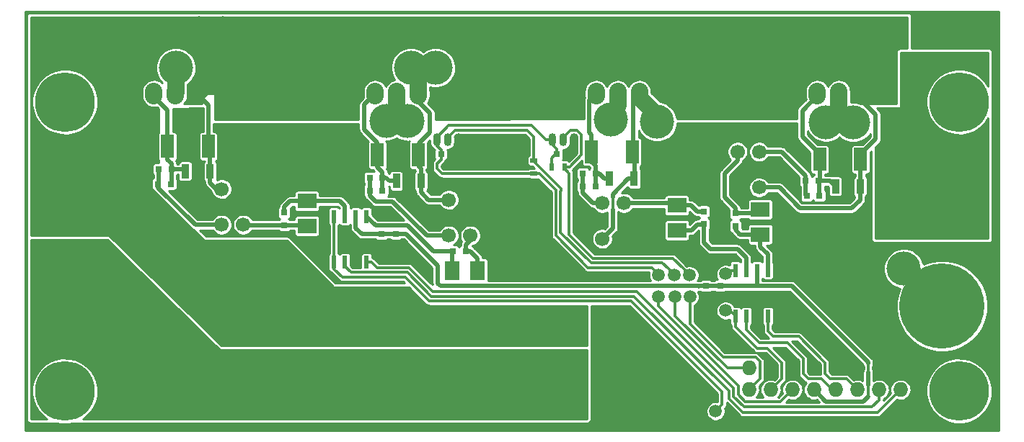
<source format=gbr>
G04 #@! TF.FileFunction,Copper,L1,Top,Signal*
%FSLAX46Y46*%
G04 Gerber Fmt 4.6, Leading zero omitted, Abs format (unit mm)*
G04 Created by KiCad (PCBNEW 4.0.1-stable) date 13.01.2016 23:47:25*
%MOMM*%
G01*
G04 APERTURE LIST*
%ADD10C,0.100000*%
%ADD11C,7.000000*%
%ADD12R,0.750000X0.800000*%
%ADD13R,0.800000X0.750000*%
%ADD14R,1.800000X2.230000*%
%ADD15R,2.230000X1.800000*%
%ADD16C,1.700000*%
%ADD17R,2.300000X2.300000*%
%ADD18C,2.300000*%
%ADD19R,1.501140X2.700020*%
%ADD20R,0.900000X0.500000*%
%ADD21R,0.500000X0.900000*%
%ADD22R,0.900000X1.700000*%
%ADD23O,0.899160X1.501140*%
%ADD24R,0.600000X1.550000*%
%ADD25C,10.000000*%
%ADD26O,2.032000X2.540000*%
%ADD27R,1.727200X1.727200*%
%ADD28O,1.727200X1.727200*%
%ADD29C,1.500000*%
%ADD30C,4.000000*%
%ADD31C,0.500000*%
%ADD32C,0.300000*%
%ADD33C,2.000000*%
%ADD34C,0.254000*%
G04 APERTURE END LIST*
D10*
D11*
X135000000Y-41000000D03*
X240000000Y-41000000D03*
X240000000Y-75000000D03*
D12*
X173847000Y-56515000D03*
X173847000Y-58015000D03*
X210296000Y-62635000D03*
X210296000Y-64135000D03*
X172196000Y-56527000D03*
X172196000Y-58027000D03*
X211947000Y-62635000D03*
X211947000Y-64135000D03*
D13*
X180578000Y-58547000D03*
X182078000Y-58547000D03*
D14*
X183435000Y-60833000D03*
X180515000Y-60833000D03*
D15*
X163433000Y-55562000D03*
X163433000Y-52642000D03*
D12*
X160766000Y-53987000D03*
X160766000Y-55487000D03*
X210042000Y-55360000D03*
X210042000Y-53860000D03*
D15*
X206867000Y-53150000D03*
X206867000Y-56070000D03*
X216646000Y-53658000D03*
X216646000Y-56578000D03*
D12*
X213725000Y-55602000D03*
X213725000Y-54102000D03*
D13*
X170799000Y-49911000D03*
X172299000Y-49911000D03*
X172299000Y-51435000D03*
X170799000Y-51435000D03*
X146034000Y-48895000D03*
X147534000Y-48895000D03*
X147431000Y-50673000D03*
X145931000Y-50673000D03*
X195830000Y-49403000D03*
X197330000Y-49403000D03*
X197330000Y-50927000D03*
X195830000Y-50927000D03*
X221992000Y-50292000D03*
X223492000Y-50292000D03*
X223607000Y-52070000D03*
X222107000Y-52070000D03*
D16*
X194675000Y-73333000D03*
X194675000Y-65833000D03*
X173974000Y-73333000D03*
X173974000Y-65833000D03*
D17*
X149590000Y-74483000D03*
D18*
X149590000Y-59483000D03*
D17*
X158734000Y-74483000D03*
D18*
X158734000Y-59483000D03*
D19*
X171700700Y-47244000D03*
X176501300Y-47244000D03*
X147062700Y-46228000D03*
X151863300Y-46228000D03*
X196846700Y-46863000D03*
X201647300Y-46863000D03*
X223631000Y-47752000D03*
X228431600Y-47752000D03*
D20*
X190071000Y-49419000D03*
X190071000Y-47919000D03*
D21*
X192147000Y-48641000D03*
X193647000Y-48641000D03*
D22*
X176821000Y-50292000D03*
X173921000Y-50292000D03*
X152056000Y-49149000D03*
X149156000Y-49149000D03*
X201840000Y-50038000D03*
X198940000Y-50038000D03*
X228383000Y-50927000D03*
X225483000Y-50927000D03*
D23*
X179943000Y-45466000D03*
X178673000Y-45466000D03*
X181213000Y-45466000D03*
X193532000Y-45466000D03*
X192262000Y-45466000D03*
X194802000Y-45466000D03*
D24*
X166608000Y-59850000D03*
X167878000Y-59850000D03*
X169148000Y-59850000D03*
X170418000Y-59850000D03*
X170418000Y-54450000D03*
X169148000Y-54450000D03*
X167878000Y-54450000D03*
X166608000Y-54450000D03*
X213725000Y-66200000D03*
X214995000Y-66200000D03*
X216265000Y-66200000D03*
X217535000Y-66200000D03*
X217535000Y-60800000D03*
X216265000Y-60800000D03*
X214995000Y-60800000D03*
X213725000Y-60800000D03*
D16*
X182610000Y-52510000D03*
X180070000Y-52510000D03*
X182610000Y-56710000D03*
X180070000Y-56710000D03*
X155940000Y-51240000D03*
X153400000Y-51240000D03*
X155940000Y-55440000D03*
X153400000Y-55440000D03*
X200644000Y-52891000D03*
X198104000Y-52891000D03*
X200644000Y-57091000D03*
X198104000Y-57091000D03*
X213979000Y-51054000D03*
X216519000Y-51054000D03*
X213979000Y-46854000D03*
X216519000Y-46854000D03*
D25*
X136763000Y-65000000D03*
X136763000Y-50000000D03*
X238000000Y-50000000D03*
X238000000Y-65000000D03*
D11*
X135000000Y-75000000D03*
D26*
X148000000Y-40000000D03*
X150540000Y-40000000D03*
X145460000Y-40000000D03*
X173960000Y-40000000D03*
X176500000Y-40000000D03*
X171420000Y-40000000D03*
X199920000Y-40000000D03*
X202460000Y-40000000D03*
X197380000Y-40000000D03*
X225880000Y-40000000D03*
X228420000Y-40000000D03*
X223340000Y-40000000D03*
D27*
X233124000Y-72291000D03*
D28*
X233124000Y-74831000D03*
X230584000Y-72291000D03*
X230584000Y-74831000D03*
X228044000Y-72291000D03*
X228044000Y-74831000D03*
X225504000Y-72291000D03*
X225504000Y-74831000D03*
X222964000Y-72291000D03*
X222964000Y-74831000D03*
X220424000Y-72291000D03*
X220424000Y-74831000D03*
X217884000Y-72291000D03*
X217884000Y-74831000D03*
X215344000Y-72291000D03*
X215344000Y-74831000D03*
D13*
X179161000Y-47145000D03*
X180661000Y-47145000D03*
X192750000Y-47145000D03*
X194250000Y-47145000D03*
D29*
X172196000Y-59345958D03*
X210677000Y-65659000D03*
D30*
X175236820Y-43265853D03*
X172739869Y-43241445D03*
X143208000Y-63401000D03*
X199120000Y-43053000D03*
X140160001Y-44478000D03*
X153527000Y-32893000D03*
X150733000Y-32893000D03*
X228330000Y-33020000D03*
D29*
X204704148Y-61345334D03*
X204724000Y-63889020D03*
X211407000Y-77371000D03*
X212582000Y-61214000D03*
X212582000Y-65532000D03*
X206581000Y-61369000D03*
X206629000Y-63889020D03*
X208378895Y-63909229D03*
X208359000Y-61369000D03*
D30*
X178514000Y-36984998D03*
X175642331Y-36946598D03*
X233886000Y-44986000D03*
X148034000Y-36985012D03*
X204549000Y-43335000D03*
X224351690Y-43359378D03*
X227589472Y-43412657D03*
X233505000Y-60607000D03*
D31*
X209407000Y-62611000D02*
X209379000Y-62639000D01*
X209379000Y-62639000D02*
X179082000Y-62639000D01*
X179082000Y-62639000D02*
X178768000Y-62325000D01*
X178768000Y-62325000D02*
X178768000Y-60226000D01*
X175057000Y-56515000D02*
X173847000Y-56515000D01*
X178768000Y-60226000D02*
X175057000Y-56515000D01*
X229311200Y-75615800D02*
X228699000Y-76228000D01*
X228699000Y-76228000D02*
X224361000Y-76228000D01*
X224361000Y-76228000D02*
X222964000Y-74831000D01*
D32*
X229311200Y-71783000D02*
X229311200Y-72926000D01*
D31*
X229311200Y-71577200D02*
X229311200Y-71783000D01*
X229009000Y-71275000D02*
X229311200Y-71577200D01*
X220369000Y-62635000D02*
X229009000Y-71275000D01*
D32*
X229311200Y-72799000D02*
X229314000Y-72796200D01*
X229314000Y-72796200D02*
X229314000Y-71938200D01*
D31*
X229311200Y-72926000D02*
X229311200Y-72799000D01*
D32*
X229311200Y-74323000D02*
X229311200Y-75615800D01*
D31*
X229311200Y-72926000D02*
X229311200Y-74323000D01*
X216334600Y-62635000D02*
X220369000Y-62635000D01*
X211947000Y-62635000D02*
X216334600Y-62635000D01*
X216265000Y-60800000D02*
X216281000Y-60816000D01*
X216281000Y-60816000D02*
X216281000Y-62581400D01*
X216281000Y-62581400D02*
X216334600Y-62635000D01*
X209470999Y-62674999D02*
X209407000Y-62611000D01*
X169148000Y-54450000D02*
X169148000Y-55813000D01*
X169148000Y-55813000D02*
X169862000Y-56527000D01*
X169862000Y-56527000D02*
X172196000Y-56527000D01*
X210272000Y-62611000D02*
X209407000Y-62611000D01*
X210296000Y-62635000D02*
X210272000Y-62611000D01*
X172196000Y-56527000D02*
X173835000Y-56527000D01*
X173835000Y-56527000D02*
X173847000Y-56515000D01*
X210296000Y-62635000D02*
X211947000Y-62635000D01*
D32*
X194250000Y-47145000D02*
X194516000Y-46879000D01*
X194516000Y-46879000D02*
X194516000Y-45752000D01*
X194516000Y-45752000D02*
X194802000Y-45466000D01*
X172196000Y-58027000D02*
X172196000Y-59345958D01*
X210677000Y-65659000D02*
X210264000Y-65246000D01*
X210264000Y-65246000D02*
X210264000Y-64167000D01*
X210264000Y-64167000D02*
X210296000Y-64135000D01*
X210296000Y-64135000D02*
X210324000Y-64163000D01*
X210324000Y-64163000D02*
X211919000Y-64163000D01*
X211919000Y-64163000D02*
X211947000Y-64135000D01*
X211947000Y-64135000D02*
X215316000Y-64135000D01*
X215316000Y-64135000D02*
X216233000Y-65052000D01*
X216233000Y-66168000D02*
X216265000Y-66200000D01*
X216233000Y-65052000D02*
X216233000Y-66168000D01*
X181213000Y-45466000D02*
X181213000Y-46097000D01*
X181213000Y-46097000D02*
X180661000Y-46649000D01*
X180661000Y-46649000D02*
X180661000Y-47145000D01*
X172196000Y-58027000D02*
X173835000Y-58027000D01*
X173835000Y-58027000D02*
X173847000Y-58015000D01*
X169148000Y-59309000D02*
X170430000Y-58027000D01*
X170430000Y-58027000D02*
X172196000Y-58027000D01*
X169148000Y-59850000D02*
X169148000Y-59309000D01*
X213725000Y-51308000D02*
X213979000Y-51054000D01*
D31*
X180578000Y-58547000D02*
X178232000Y-58547000D01*
X178232000Y-58547000D02*
X175212000Y-55527000D01*
X175212000Y-55527000D02*
X171495000Y-55527000D01*
X171495000Y-55527000D02*
X170418000Y-54450000D01*
X180515000Y-60833000D02*
X180515000Y-58610000D01*
X180515000Y-58610000D02*
X180578000Y-58547000D01*
X182610000Y-58547000D02*
X183435000Y-59372000D01*
X183435000Y-59372000D02*
X183435000Y-60833000D01*
X182078000Y-58547000D02*
X182610000Y-58547000D01*
X182610000Y-57277000D02*
X182078000Y-57809000D01*
X182078000Y-57809000D02*
X182078000Y-58547000D01*
X182610000Y-56710000D02*
X182610000Y-57277000D01*
X160766000Y-55487000D02*
X155987000Y-55487000D01*
X155987000Y-55487000D02*
X155940000Y-55440000D01*
X160766000Y-55487000D02*
X163358000Y-55487000D01*
X163358000Y-55487000D02*
X163433000Y-55562000D01*
X167878000Y-53213000D02*
X167307000Y-52642000D01*
X167307000Y-52642000D02*
X163433000Y-52642000D01*
X167878000Y-54450000D02*
X167878000Y-53213000D01*
X160766000Y-53340000D02*
X161464000Y-52642000D01*
X161464000Y-52642000D02*
X163433000Y-52642000D01*
X160766000Y-53987000D02*
X160766000Y-53340000D01*
X210042000Y-55360000D02*
X210002000Y-55400000D01*
X210002000Y-55400000D02*
X209248000Y-55400000D01*
X209248000Y-55400000D02*
X208578000Y-56070000D01*
X208578000Y-56070000D02*
X206867000Y-56070000D01*
X210042000Y-55360000D02*
X210042000Y-57519000D01*
X210042000Y-57519000D02*
X210804000Y-58281000D01*
X210804000Y-58281000D02*
X213967000Y-58281000D01*
X213967000Y-58281000D02*
X214995000Y-59309000D01*
X214995000Y-59309000D02*
X214995000Y-60800000D01*
X205311000Y-52891000D02*
X205783000Y-52891000D01*
X200644000Y-52891000D02*
X205311000Y-52891000D01*
X205311000Y-52891000D02*
X206608000Y-52891000D01*
X206608000Y-52891000D02*
X206867000Y-53150000D01*
X206867000Y-53150000D02*
X208522000Y-53150000D01*
X208522000Y-53150000D02*
X209232000Y-53860000D01*
X209232000Y-53860000D02*
X210042000Y-53860000D01*
X212455000Y-52197000D02*
X213725000Y-53467000D01*
X213725000Y-53467000D02*
X213725000Y-54102000D01*
X212455000Y-49403000D02*
X212455000Y-52197000D01*
X213979000Y-47879000D02*
X212455000Y-49403000D01*
X213979000Y-46854000D02*
X213979000Y-47879000D01*
X213725000Y-54102000D02*
X216202000Y-54102000D01*
X216202000Y-54102000D02*
X216646000Y-53658000D01*
X213725000Y-56007000D02*
X214296000Y-56578000D01*
X214296000Y-56578000D02*
X216646000Y-56578000D01*
X213725000Y-55602000D02*
X213725000Y-56007000D01*
X217535000Y-58928000D02*
X216646000Y-58039000D01*
X216646000Y-58039000D02*
X216646000Y-56578000D01*
X217535000Y-60800000D02*
X217535000Y-58928000D01*
X170799000Y-51435000D02*
X170799000Y-52003000D01*
X177471000Y-56710000D02*
X180070000Y-56710000D01*
X170799000Y-52003000D02*
X171501000Y-52705000D01*
X173466000Y-52705000D02*
X177471000Y-56710000D01*
X171501000Y-52705000D02*
X173466000Y-52705000D01*
X170799000Y-49911000D02*
X170799000Y-51435000D01*
X171700700Y-47244000D02*
X171700700Y-45792700D01*
X171700700Y-45792700D02*
X170132000Y-44224000D01*
X170132000Y-44224000D02*
X170132000Y-41303000D01*
X170132000Y-41303000D02*
X171420000Y-40015000D01*
X171420000Y-40015000D02*
X171420000Y-40000000D01*
X172299000Y-49911000D02*
X172299000Y-51435000D01*
X172704000Y-49911000D02*
X173085000Y-50292000D01*
X173085000Y-50292000D02*
X173921000Y-50292000D01*
X172299000Y-49911000D02*
X172704000Y-49911000D01*
X171700700Y-48653700D02*
X172299000Y-49252000D01*
X172299000Y-49252000D02*
X172299000Y-49911000D01*
X171700700Y-47244000D02*
X171700700Y-48653700D01*
X145931000Y-51078000D02*
X150293000Y-55440000D01*
X150293000Y-55440000D02*
X153400000Y-55440000D01*
X145931000Y-50673000D02*
X145931000Y-51078000D01*
X146034000Y-48895000D02*
X146034000Y-50570000D01*
X146034000Y-50570000D02*
X145931000Y-50673000D01*
X147534000Y-48895000D02*
X148902000Y-48895000D01*
X148902000Y-48895000D02*
X149156000Y-49149000D01*
X147534000Y-48895000D02*
X147534000Y-50570000D01*
X147534000Y-50570000D02*
X147431000Y-50673000D01*
X147062700Y-47764700D02*
X147534000Y-48236000D01*
X147534000Y-48236000D02*
X147534000Y-48895000D01*
X147062700Y-46228000D02*
X147062700Y-47764700D01*
X147062700Y-41922700D02*
X145460000Y-40320000D01*
X145460000Y-40320000D02*
X145460000Y-40000000D01*
X147062700Y-46228000D02*
X147062700Y-41922700D01*
X195830000Y-50927000D02*
X195830000Y-51701000D01*
X195830000Y-51701000D02*
X197020000Y-52891000D01*
X197020000Y-52891000D02*
X198104000Y-52891000D01*
X195830000Y-49403000D02*
X195830000Y-50927000D01*
X196580000Y-44577000D02*
X196580000Y-40800000D01*
X196580000Y-40800000D02*
X197380000Y-40000000D01*
X196846700Y-44843700D02*
X196580000Y-44577000D01*
X196846700Y-46863000D02*
X196846700Y-44843700D01*
X197723000Y-49403000D02*
X198358000Y-50038000D01*
X198358000Y-50038000D02*
X198940000Y-50038000D01*
X197330000Y-49403000D02*
X197723000Y-49403000D01*
X197330000Y-49403000D02*
X197330000Y-50927000D01*
X196846700Y-48018700D02*
X197330000Y-48502000D01*
X197330000Y-48502000D02*
X197330000Y-49403000D01*
X196846700Y-46863000D02*
X196846700Y-48018700D01*
X221992000Y-50292000D02*
X221992000Y-49669000D01*
X221992000Y-49669000D02*
X219177000Y-46854000D01*
X219177000Y-46854000D02*
X216519000Y-46854000D01*
X221992000Y-50292000D02*
X221992000Y-51955000D01*
X221992000Y-51955000D02*
X222107000Y-52070000D01*
X221584245Y-45105805D02*
X221584245Y-42009755D01*
X223631000Y-47752000D02*
X223631000Y-47152560D01*
X223631000Y-47152560D02*
X221584245Y-45105805D01*
X221584245Y-42009755D02*
X223340000Y-40254000D01*
X223340000Y-40254000D02*
X223340000Y-40000000D01*
X223631000Y-47752000D02*
X223631000Y-50153000D01*
X223631000Y-50153000D02*
X223492000Y-50292000D01*
X223492000Y-50292000D02*
X224848000Y-50292000D01*
X224848000Y-50292000D02*
X225483000Y-50927000D01*
X223607000Y-52070000D02*
X223607000Y-50407000D01*
X223607000Y-50407000D02*
X223492000Y-50292000D01*
D33*
X173960000Y-40000000D02*
X173960000Y-41989033D01*
X173960000Y-41989033D02*
X175236820Y-43265853D01*
X140379573Y-63401000D02*
X143208000Y-63401000D01*
X137362000Y-63401000D02*
X140379573Y-63401000D01*
X136763000Y-64000000D02*
X137362000Y-63401000D01*
X199120000Y-43053000D02*
X199120000Y-42291000D01*
X199120000Y-42291000D02*
X199920000Y-41491000D01*
X199920000Y-41491000D02*
X199920000Y-40000000D01*
D31*
X228420000Y-40000000D02*
X228420000Y-40663000D01*
X228420000Y-40663000D02*
X230203000Y-42446000D01*
X230203000Y-42446000D02*
X230203000Y-45381160D01*
X230203000Y-45381160D02*
X228431600Y-47152560D01*
X228431600Y-47152560D02*
X228431600Y-47752000D01*
X216519000Y-51054000D02*
X218872000Y-51054000D01*
X218872000Y-51054000D02*
X221313000Y-53495000D01*
X228383000Y-52525000D02*
X228383000Y-50927000D01*
X221313000Y-53495000D02*
X227413000Y-53495000D01*
X227413000Y-53495000D02*
X228383000Y-52525000D01*
D33*
X136763000Y-47875001D02*
X138160002Y-46477999D01*
X136763000Y-50165000D02*
X136763000Y-47875001D01*
X138160002Y-46477999D02*
X140160001Y-44478000D01*
D32*
X136763000Y-50000000D02*
X146246000Y-59483000D01*
X146246000Y-59483000D02*
X149590000Y-59483000D01*
D31*
X228431600Y-47752000D02*
X228431600Y-50878400D01*
X228431600Y-50878400D02*
X228383000Y-50927000D01*
X152824000Y-51240000D02*
X152056000Y-50472000D01*
X152056000Y-50472000D02*
X152056000Y-49149000D01*
X153400000Y-51240000D02*
X152824000Y-51240000D01*
X151863300Y-46228000D02*
X151863300Y-41323300D01*
X151863300Y-41323300D02*
X150540000Y-40000000D01*
X152056000Y-49149000D02*
X152056000Y-46420700D01*
X152056000Y-46420700D02*
X151863300Y-46228000D01*
D33*
X153527000Y-32893000D02*
X153527000Y-33147000D01*
X153527000Y-33147000D02*
X151749000Y-34925000D01*
X151749000Y-34925000D02*
X151749000Y-38791000D01*
X151749000Y-38791000D02*
X150540000Y-40000000D01*
X228330000Y-33020000D02*
X228330000Y-39910000D01*
X228330000Y-39910000D02*
X228420000Y-40000000D01*
D32*
X178025400Y-63866989D02*
X175204400Y-61045989D01*
X175204400Y-61045989D02*
X168598989Y-61045989D01*
X212980377Y-75893173D02*
X212980377Y-75007378D01*
X214585204Y-77498000D02*
X212980377Y-75893173D01*
X230457000Y-77498000D02*
X214585204Y-77498000D01*
X233124000Y-74831000D02*
X230457000Y-77498000D01*
X167878000Y-60325000D02*
X167878000Y-59850000D01*
X212980377Y-75007378D02*
X201839988Y-63866989D01*
X168598989Y-61045989D02*
X167878000Y-60325000D01*
X201839988Y-63866989D02*
X178025400Y-63866989D01*
X213530388Y-75665351D02*
X213530388Y-74668388D01*
X178225255Y-63289011D02*
X175432222Y-60495978D01*
X171663978Y-60495978D02*
X171018000Y-59850000D01*
X171018000Y-59850000D02*
X170418000Y-59850000D01*
X213530388Y-74668388D02*
X202151011Y-63289011D01*
X214728037Y-76863000D02*
X213530388Y-75665351D01*
X230584000Y-76052314D02*
X229758304Y-76878010D01*
X224076746Y-76863000D02*
X214728037Y-76863000D01*
X229758304Y-76878010D02*
X224091756Y-76878010D01*
X230584000Y-74831000D02*
X230584000Y-76052314D01*
X224091756Y-76878010D02*
X224076746Y-76863000D01*
X175432222Y-60495978D02*
X171663978Y-60495978D01*
X202151011Y-63289011D02*
X178225255Y-63289011D01*
X217535000Y-66200000D02*
X217535000Y-67945000D01*
X217535000Y-67945000D02*
X218170000Y-68580000D01*
X218170000Y-68580000D02*
X221158000Y-68580000D01*
X226774000Y-73561000D02*
X228044000Y-74831000D01*
X221158000Y-68580000D02*
X224234000Y-71656000D01*
X224234000Y-71656000D02*
X224234000Y-72926000D01*
X224234000Y-72926000D02*
X224869000Y-73561000D01*
X224869000Y-73561000D02*
X226774000Y-73561000D01*
X214995000Y-66200000D02*
X214995000Y-67816590D01*
X214995000Y-67816590D02*
X216520410Y-69342000D01*
X216520410Y-69342000D02*
X219837000Y-69342000D01*
X225123000Y-74831000D02*
X225504000Y-74831000D01*
X219837000Y-69342000D02*
X221694000Y-71199000D01*
X221694000Y-71199000D02*
X221694000Y-72977000D01*
X221694000Y-72977000D02*
X222278000Y-73561000D01*
X222278000Y-73561000D02*
X223853000Y-73561000D01*
X223853000Y-73561000D02*
X225123000Y-74831000D01*
X192147000Y-48641000D02*
X192147000Y-47609000D01*
X192147000Y-47609000D02*
X192611000Y-47145000D01*
X192611000Y-47145000D02*
X192750000Y-47145000D01*
X189309000Y-49431000D02*
X190706000Y-49431000D01*
X190706000Y-49431000D02*
X192659000Y-51384000D01*
X192659000Y-51384000D02*
X192659000Y-56718000D01*
X192659000Y-56718000D02*
X196421000Y-60480000D01*
X204704148Y-61270148D02*
X204704148Y-61345334D01*
X196421000Y-60480000D02*
X203914000Y-60480000D01*
X203914000Y-60480000D02*
X204704148Y-61270148D01*
X219027000Y-76228000D02*
X214870870Y-76228000D01*
X214080399Y-74361065D02*
X204724000Y-65004666D01*
X220424000Y-74831000D02*
X219027000Y-76228000D01*
X214080399Y-75437529D02*
X214080399Y-74361065D01*
X214870870Y-76228000D02*
X214080399Y-75437529D01*
X204724000Y-64949680D02*
X204724000Y-63889020D01*
X204724000Y-65004666D02*
X204724000Y-64949680D01*
X190071000Y-49419000D02*
X190071000Y-49431000D01*
X190071000Y-49431000D02*
X189309000Y-49431000D01*
X179161000Y-47145000D02*
X179161000Y-47768000D01*
X179161000Y-47768000D02*
X178673000Y-48256000D01*
X178673000Y-48256000D02*
X178673000Y-48629000D01*
X178673000Y-48629000D02*
X178685000Y-48641000D01*
X179275000Y-49431000D02*
X189309000Y-49431000D01*
X178685000Y-48641000D02*
X178685000Y-48841000D01*
X178685000Y-48841000D02*
X179275000Y-49431000D01*
X180072601Y-43765409D02*
X189811829Y-43765409D01*
X178673000Y-45165010D02*
X180072601Y-43765409D01*
X178673000Y-45466000D02*
X178673000Y-45165010D01*
X189811829Y-43765409D02*
X191512420Y-45466000D01*
X191512420Y-45466000D02*
X192262000Y-45466000D01*
X192262000Y-45466000D02*
X192262000Y-46034000D01*
X192262000Y-46034000D02*
X192750000Y-46522000D01*
X192750000Y-46522000D02*
X192750000Y-47145000D01*
X178673000Y-45466000D02*
X178673000Y-46161000D01*
X178673000Y-46161000D02*
X179161000Y-46649000D01*
X179161000Y-46649000D02*
X179161000Y-47145000D01*
X192147000Y-48841000D02*
X192147000Y-48641000D01*
X192262000Y-48526000D02*
X192147000Y-48641000D01*
X166608000Y-59850000D02*
X166608000Y-60639000D01*
X166608000Y-60639000D02*
X167564999Y-61595999D01*
X167564999Y-61595999D02*
X174930999Y-61595999D01*
X174930999Y-61595999D02*
X177752000Y-64417000D01*
X177752000Y-64417000D02*
X201501000Y-64417000D01*
X201501000Y-64417000D02*
X212169000Y-75085000D01*
X212169000Y-75085000D02*
X212169000Y-76609000D01*
X212169000Y-76609000D02*
X211407000Y-77371000D01*
X217884000Y-74831000D02*
X219154000Y-73561000D01*
X219154000Y-73561000D02*
X219154000Y-71639072D01*
X219154000Y-71639072D02*
X217491928Y-69977000D01*
X217491928Y-69977000D02*
X216281000Y-69977000D01*
X216281000Y-69977000D02*
X213725000Y-67421000D01*
X213725000Y-67421000D02*
X213725000Y-66200000D01*
X212582000Y-61214000D02*
X212996000Y-60800000D01*
X212996000Y-60800000D02*
X213725000Y-60800000D01*
X212582000Y-65532000D02*
X213057000Y-65532000D01*
X213057000Y-65532000D02*
X213725000Y-66200000D01*
X166608000Y-54450000D02*
X166608000Y-59850000D01*
X193246000Y-51463000D02*
X193209011Y-51499989D01*
X189273420Y-44315420D02*
X190071000Y-45113000D01*
X190071000Y-45113000D02*
X190071000Y-47985002D01*
X193209011Y-56363179D02*
X196775821Y-59929989D01*
X193209011Y-51499989D02*
X193209011Y-56363179D01*
X193246000Y-51160002D02*
X193246000Y-51463000D01*
X179943000Y-45165010D02*
X180792590Y-44315420D01*
X179943000Y-45466000D02*
X179943000Y-45165010D01*
X205141989Y-59929989D02*
X205831001Y-60619001D01*
X190071000Y-47985002D02*
X193246000Y-51160002D01*
X196775821Y-59929989D02*
X205141989Y-59929989D01*
X205831001Y-60619001D02*
X206581000Y-61369000D01*
X180792590Y-44315420D02*
X189273420Y-44315420D01*
X215344000Y-72291000D02*
X212788167Y-72291000D01*
X206629000Y-66131833D02*
X206629000Y-64949680D01*
X212788167Y-72291000D02*
X206629000Y-66131833D01*
X206629000Y-64949680D02*
X206629000Y-63889020D01*
X179943000Y-45466000D02*
X180038000Y-45561000D01*
X180038000Y-45561000D02*
X180038000Y-45621000D01*
X180038000Y-45621000D02*
X179935999Y-45723001D01*
X206369978Y-59379978D02*
X207609001Y-60619001D01*
X194197000Y-49391000D02*
X194197000Y-56573336D01*
X193647000Y-48641000D02*
X193647000Y-48841000D01*
X194197000Y-56573336D02*
X197003642Y-59379978D01*
X197003642Y-59379978D02*
X206369978Y-59379978D01*
X193647000Y-48841000D02*
X194197000Y-49391000D01*
X207609001Y-60619001D02*
X208359000Y-61369000D01*
X212296000Y-71021000D02*
X208378895Y-67103895D01*
X215344000Y-74831000D02*
X216614000Y-73561000D01*
X216614000Y-73561000D02*
X216614000Y-71529000D01*
X216614000Y-71529000D02*
X216106000Y-71021000D01*
X216106000Y-71021000D02*
X212296000Y-71021000D01*
X208378895Y-67103895D02*
X208378895Y-64969889D01*
X208378895Y-64969889D02*
X208378895Y-63909229D01*
X193532000Y-45466000D02*
X193532000Y-45165010D01*
X193532000Y-45165010D02*
X194381590Y-44315420D01*
X194381590Y-44315420D02*
X195153911Y-44315420D01*
X195659000Y-47231002D02*
X194249002Y-48641000D01*
X194249002Y-48641000D02*
X194197000Y-48641000D01*
X195153911Y-44315420D02*
X195659000Y-44820509D01*
X195659000Y-44820509D02*
X195659000Y-47231002D01*
X194197000Y-48641000D02*
X193647000Y-48641000D01*
D31*
X176501300Y-47244000D02*
X176609000Y-47136300D01*
X176609000Y-47136300D02*
X176609000Y-45886087D01*
X176609000Y-45886087D02*
X177879000Y-44616087D01*
X176500000Y-40940000D02*
X176500000Y-40000000D01*
X177879000Y-44616087D02*
X177879000Y-42319000D01*
X177879000Y-42319000D02*
X176500000Y-40940000D01*
D33*
X176500000Y-37804267D02*
X175642331Y-36946598D01*
X176500000Y-40000000D02*
X176500000Y-37804267D01*
X235885999Y-46985999D02*
X233886000Y-44986000D01*
X237696000Y-48796000D02*
X235885999Y-46985999D01*
X237696000Y-50768000D02*
X237696000Y-48796000D01*
X148034000Y-39813439D02*
X148034000Y-36985012D01*
X148034000Y-39966000D02*
X148034000Y-39813439D01*
X148000000Y-40000000D02*
X148034000Y-39966000D01*
D31*
X177716000Y-52510000D02*
X176821000Y-51615000D01*
X176821000Y-51615000D02*
X176821000Y-50292000D01*
X180070000Y-52510000D02*
X177716000Y-52510000D01*
X176501300Y-48501300D02*
X176821000Y-48821000D01*
X176821000Y-48821000D02*
X176821000Y-50292000D01*
X176501300Y-47244000D02*
X176501300Y-48501300D01*
D33*
X202460000Y-40000000D02*
X202460000Y-40484000D01*
X202460000Y-40484000D02*
X204676000Y-42700000D01*
X204676000Y-42700000D02*
X204676000Y-42827000D01*
X204676000Y-42827000D02*
X204549000Y-42954000D01*
X204549000Y-42954000D02*
X204549000Y-43335000D01*
X225790622Y-43359378D02*
X224351690Y-43359378D01*
X225880000Y-43270000D02*
X225790622Y-43359378D01*
X225880000Y-40000000D02*
X225880000Y-43270000D01*
D32*
X199342000Y-53622000D02*
X199354001Y-53609999D01*
X199354001Y-53609999D02*
X199354001Y-52237001D01*
X199354001Y-52237001D02*
X199342000Y-52225000D01*
D31*
X199342000Y-55853000D02*
X199342000Y-53622000D01*
X199342000Y-51844000D02*
X199342000Y-52225000D01*
X201148000Y-50038000D02*
X199342000Y-51844000D01*
X201275000Y-50038000D02*
X201148000Y-50038000D01*
X198104000Y-57091000D02*
X199342000Y-55853000D01*
X201840000Y-50038000D02*
X201275000Y-50038000D01*
X201660000Y-46863000D02*
X201755000Y-46768000D01*
X201755000Y-46768000D02*
X201755000Y-40705000D01*
X201755000Y-40705000D02*
X202460000Y-40000000D01*
D33*
X238000000Y-65102000D02*
X235504999Y-62606999D01*
X235504999Y-62606999D02*
X233505000Y-60607000D01*
X238000000Y-67008000D02*
X238000000Y-65102000D01*
D31*
X201647300Y-46863000D02*
X201914000Y-47129700D01*
X201914000Y-47129700D02*
X201914000Y-49964000D01*
X201914000Y-49964000D02*
X201840000Y-50038000D01*
D34*
G36*
X233886000Y-34703000D02*
X232997000Y-34703000D01*
X232859977Y-34728783D01*
X232734129Y-34809763D01*
X232649702Y-34933326D01*
X232620000Y-35080000D01*
X232620000Y-41176000D01*
X228402884Y-41176000D01*
X228295771Y-41130974D01*
X227839138Y-41037240D01*
X227372996Y-41033986D01*
X227257000Y-41056114D01*
X227257000Y-40422852D01*
X227272864Y-40281418D01*
X227273000Y-40261969D01*
X227273000Y-39738031D01*
X227246471Y-39467463D01*
X227167893Y-39207200D01*
X227040259Y-38967157D01*
X226868432Y-38756476D01*
X226658956Y-38583182D01*
X226419809Y-38453876D01*
X226160102Y-38373483D01*
X225889725Y-38345065D01*
X225618978Y-38369705D01*
X225358173Y-38446464D01*
X225117244Y-38572418D01*
X224905369Y-38742771D01*
X224730617Y-38951032D01*
X224609158Y-39171964D01*
X224500259Y-38967157D01*
X224328432Y-38756476D01*
X224118956Y-38583182D01*
X223879809Y-38453876D01*
X223620102Y-38373483D01*
X223349725Y-38345065D01*
X223078978Y-38369705D01*
X222818173Y-38446464D01*
X222577244Y-38572418D01*
X222365369Y-38742771D01*
X222190617Y-38951032D01*
X222059644Y-39189270D01*
X221977440Y-39448410D01*
X221947136Y-39718582D01*
X221947000Y-39738031D01*
X221947000Y-40261969D01*
X221973529Y-40532537D01*
X222020193Y-40687095D01*
X221140889Y-41566399D01*
X221104122Y-41611160D01*
X221066899Y-41655521D01*
X221065310Y-41658411D01*
X221063218Y-41660958D01*
X221035877Y-41711949D01*
X221007947Y-41762753D01*
X221006948Y-41765901D01*
X221005393Y-41768802D01*
X220988471Y-41824150D01*
X220970946Y-41879394D01*
X220970579Y-41882669D01*
X220969614Y-41885824D01*
X220963756Y-41943499D01*
X220957306Y-42001001D01*
X220957261Y-42007438D01*
X220957248Y-42007567D01*
X220957259Y-42007688D01*
X220957245Y-42009755D01*
X220957245Y-42963368D01*
X206903447Y-42987509D01*
X206835559Y-42644647D01*
X206657921Y-42213667D01*
X206399956Y-41825397D01*
X206071488Y-41494628D01*
X205685029Y-41233959D01*
X205255299Y-41053317D01*
X204904726Y-40981354D01*
X203853000Y-39929628D01*
X203853000Y-39738031D01*
X203826471Y-39467463D01*
X203747893Y-39207200D01*
X203620259Y-38967157D01*
X203448432Y-38756476D01*
X203238956Y-38583182D01*
X202999809Y-38453876D01*
X202740102Y-38373483D01*
X202469725Y-38345065D01*
X202198978Y-38369705D01*
X201938173Y-38446464D01*
X201697244Y-38572418D01*
X201485369Y-38742771D01*
X201310617Y-38951032D01*
X201189158Y-39171964D01*
X201080259Y-38967157D01*
X200908432Y-38756476D01*
X200698956Y-38583182D01*
X200459809Y-38453876D01*
X200200102Y-38373483D01*
X199929725Y-38345065D01*
X199658978Y-38369705D01*
X199398173Y-38446464D01*
X199157244Y-38572418D01*
X198945369Y-38742771D01*
X198770617Y-38951032D01*
X198649158Y-39171964D01*
X198540259Y-38967157D01*
X198368432Y-38756476D01*
X198158956Y-38583182D01*
X197919809Y-38453876D01*
X197660102Y-38373483D01*
X197389725Y-38345065D01*
X197118978Y-38369705D01*
X196858173Y-38446464D01*
X196617244Y-38572418D01*
X196405369Y-38742771D01*
X196230617Y-38951032D01*
X196099644Y-39189270D01*
X196017440Y-39448410D01*
X195987136Y-39718582D01*
X195987000Y-39738031D01*
X195987000Y-40261969D01*
X196013529Y-40532537D01*
X196014033Y-40534206D01*
X196003702Y-40552998D01*
X196002703Y-40556146D01*
X196001148Y-40559047D01*
X195984226Y-40614395D01*
X195966701Y-40669639D01*
X195966334Y-40672914D01*
X195965369Y-40676069D01*
X195959511Y-40733744D01*
X195953061Y-40791246D01*
X195953016Y-40797683D01*
X195953003Y-40797812D01*
X195953014Y-40797933D01*
X195953000Y-40800000D01*
X195953000Y-43006320D01*
X178506000Y-43036290D01*
X178506000Y-42319000D01*
X178500347Y-42261345D01*
X178495300Y-42203663D01*
X178494381Y-42200500D01*
X178494059Y-42197215D01*
X178477317Y-42141764D01*
X178461161Y-42086153D01*
X178459642Y-42083223D01*
X178458690Y-42080069D01*
X178431502Y-42028935D01*
X178404847Y-41977512D01*
X178402791Y-41974937D01*
X178401242Y-41972023D01*
X178364599Y-41927094D01*
X178328503Y-41881878D01*
X178323981Y-41877292D01*
X178323901Y-41877194D01*
X178323811Y-41877119D01*
X178322356Y-41875644D01*
X177579255Y-41132543D01*
X177649383Y-41048968D01*
X177780356Y-40810730D01*
X177862560Y-40551590D01*
X177892864Y-40281418D01*
X177893000Y-40261969D01*
X177893000Y-39738031D01*
X177877000Y-39574848D01*
X177877000Y-39278823D01*
X178231192Y-39356697D01*
X178697243Y-39366459D01*
X179156315Y-39285513D01*
X179590921Y-39116940D01*
X179984508Y-38867162D01*
X180322083Y-38545694D01*
X180590790Y-38164779D01*
X180780391Y-37738926D01*
X180883667Y-37284357D01*
X180891102Y-36751921D01*
X180800559Y-36294645D01*
X180622921Y-35863665D01*
X180364956Y-35475395D01*
X180036488Y-35144626D01*
X179650029Y-34883957D01*
X179220299Y-34703315D01*
X178763666Y-34609581D01*
X178297524Y-34606327D01*
X177839627Y-34693676D01*
X177407417Y-34868300D01*
X177105239Y-35066039D01*
X176778360Y-34845557D01*
X176348630Y-34664915D01*
X175891997Y-34571181D01*
X175425855Y-34567927D01*
X174967958Y-34655276D01*
X174535748Y-34829900D01*
X174145687Y-35085148D01*
X173812633Y-35411299D01*
X173549272Y-35795929D01*
X173365634Y-36224387D01*
X173268715Y-36680354D01*
X173262207Y-37146463D01*
X173346356Y-37604958D01*
X173517959Y-38038377D01*
X173729684Y-38366910D01*
X173698978Y-38369705D01*
X173438173Y-38446464D01*
X173197244Y-38572418D01*
X172985369Y-38742771D01*
X172810617Y-38951032D01*
X172689158Y-39171964D01*
X172580259Y-38967157D01*
X172408432Y-38756476D01*
X172198956Y-38583182D01*
X171959809Y-38453876D01*
X171700102Y-38373483D01*
X171429725Y-38345065D01*
X171158978Y-38369705D01*
X170898173Y-38446464D01*
X170657244Y-38572418D01*
X170445369Y-38742771D01*
X170270617Y-38951032D01*
X170139644Y-39189270D01*
X170057440Y-39448410D01*
X170027136Y-39718582D01*
X170027000Y-39738031D01*
X170027000Y-40261969D01*
X170050156Y-40498132D01*
X169688644Y-40859644D01*
X169651877Y-40904405D01*
X169614654Y-40948766D01*
X169613065Y-40951656D01*
X169610973Y-40954203D01*
X169583632Y-41005194D01*
X169555702Y-41055998D01*
X169554703Y-41059146D01*
X169553148Y-41062047D01*
X169536226Y-41117395D01*
X169518701Y-41172639D01*
X169518334Y-41175914D01*
X169517369Y-41179069D01*
X169511511Y-41236744D01*
X169505061Y-41294246D01*
X169505016Y-41300683D01*
X169505003Y-41300812D01*
X169505014Y-41300933D01*
X169505000Y-41303000D01*
X169505000Y-43051752D01*
X152606000Y-43080781D01*
X152606000Y-40160000D01*
X152600972Y-40124619D01*
X152586286Y-40092039D01*
X152563105Y-40064840D01*
X152533264Y-40045177D01*
X152499127Y-40034605D01*
X152479000Y-40033000D01*
X151209000Y-40033000D01*
X151173619Y-40038028D01*
X151141039Y-40052714D01*
X151113840Y-40075895D01*
X151094177Y-40105736D01*
X151083605Y-40139873D01*
X151082002Y-40160785D01*
X151088331Y-41184837D01*
X148993507Y-41234734D01*
X149149383Y-41048968D01*
X149280356Y-40810730D01*
X149362560Y-40551590D01*
X149392864Y-40281418D01*
X149393000Y-40261969D01*
X149393000Y-40147927D01*
X149396683Y-40111669D01*
X149410866Y-39985226D01*
X149410965Y-39971066D01*
X149410991Y-39970807D01*
X149410968Y-39970566D01*
X149411000Y-39966000D01*
X149411000Y-38926518D01*
X149504508Y-38867176D01*
X149842083Y-38545708D01*
X150110790Y-38164793D01*
X150300391Y-37738940D01*
X150403667Y-37284371D01*
X150411102Y-36751935D01*
X150320559Y-36294659D01*
X150142921Y-35863679D01*
X149884956Y-35475409D01*
X149556488Y-35144640D01*
X149170029Y-34883971D01*
X148740299Y-34703329D01*
X148283666Y-34609595D01*
X147817524Y-34606341D01*
X147359627Y-34693690D01*
X146927417Y-34868314D01*
X146537356Y-35123562D01*
X146204302Y-35449713D01*
X145940941Y-35834343D01*
X145757303Y-36262801D01*
X145660384Y-36718768D01*
X145653876Y-37184877D01*
X145738025Y-37643372D01*
X145909628Y-38076791D01*
X146162147Y-38468624D01*
X146407115Y-38722296D01*
X146238956Y-38583182D01*
X145999809Y-38453876D01*
X145740102Y-38373483D01*
X145469725Y-38345065D01*
X145198978Y-38369705D01*
X144938173Y-38446464D01*
X144697244Y-38572418D01*
X144485369Y-38742771D01*
X144310617Y-38951032D01*
X144179644Y-39189270D01*
X144097440Y-39448410D01*
X144067136Y-39718582D01*
X144067000Y-39738031D01*
X144067000Y-40261969D01*
X144093529Y-40532537D01*
X144172107Y-40792800D01*
X144299741Y-41032843D01*
X144471568Y-41243524D01*
X144681044Y-41416818D01*
X144920191Y-41546124D01*
X145179898Y-41626517D01*
X145450275Y-41654935D01*
X145721022Y-41630295D01*
X145846618Y-41593330D01*
X146002000Y-41748712D01*
X146002000Y-44663667D01*
X145992110Y-44675271D01*
X145948304Y-44772452D01*
X145933306Y-44877990D01*
X145933306Y-47578010D01*
X145938093Y-47638046D01*
X145969627Y-47739873D01*
X146002000Y-47789001D01*
X146002000Y-48141176D01*
X145634000Y-48141176D01*
X145573964Y-48145963D01*
X145472137Y-48177497D01*
X145383126Y-48236151D01*
X145313980Y-48317281D01*
X145270174Y-48414462D01*
X145255176Y-48520000D01*
X145255176Y-49270000D01*
X145259963Y-49330036D01*
X145291497Y-49431863D01*
X145350151Y-49520874D01*
X145407000Y-49569326D01*
X145407000Y-49943772D01*
X145369137Y-49955497D01*
X145280126Y-50014151D01*
X145210980Y-50095281D01*
X145167174Y-50192462D01*
X145152176Y-50298000D01*
X145152176Y-51048000D01*
X145156963Y-51108036D01*
X145188497Y-51209863D01*
X145247151Y-51298874D01*
X145328281Y-51368020D01*
X145393778Y-51397544D01*
X145405153Y-51419489D01*
X145407210Y-51422066D01*
X145408758Y-51424977D01*
X145445363Y-51469860D01*
X145481497Y-51515123D01*
X145486021Y-51519710D01*
X145486099Y-51519806D01*
X145486188Y-51519880D01*
X145487644Y-51521356D01*
X149849644Y-55883356D01*
X149894432Y-55920145D01*
X149938766Y-55957346D01*
X149941652Y-55958933D01*
X149944203Y-55961028D01*
X149995267Y-55988408D01*
X150045998Y-56016298D01*
X150049142Y-56017295D01*
X150052047Y-56018853D01*
X150107440Y-56035789D01*
X150112894Y-56037519D01*
X151374286Y-57268878D01*
X151403116Y-57289995D01*
X151436688Y-57302244D01*
X151463000Y-57305000D01*
X161062394Y-57305000D01*
X166486197Y-62728803D01*
X166514771Y-62750266D01*
X166548193Y-62762918D01*
X166576000Y-62766000D01*
X175355710Y-62766000D01*
X177379355Y-64789645D01*
X177416920Y-64820501D01*
X177454262Y-64851835D01*
X177456694Y-64853172D01*
X177458833Y-64854929D01*
X177501746Y-64877939D01*
X177544393Y-64901384D01*
X177547030Y-64902221D01*
X177549476Y-64903532D01*
X177596017Y-64917760D01*
X177642431Y-64932484D01*
X177645191Y-64932794D01*
X177647835Y-64933602D01*
X177696204Y-64938516D01*
X177744642Y-64943949D01*
X177750057Y-64943987D01*
X177750160Y-64943997D01*
X177750256Y-64943988D01*
X177752000Y-64944000D01*
X196294000Y-64944000D01*
X196294000Y-69624000D01*
X153390941Y-69624000D01*
X140296979Y-56781845D01*
X140179674Y-56703702D01*
X140033000Y-56674000D01*
X131016000Y-56674000D01*
X131016000Y-41325989D01*
X131117904Y-41325989D01*
X131255156Y-42073817D01*
X131535048Y-42780743D01*
X131946919Y-43419842D01*
X132475081Y-43966770D01*
X133099416Y-44400694D01*
X133796144Y-44705087D01*
X134538727Y-44868354D01*
X135298879Y-44884277D01*
X136047647Y-44752249D01*
X136756510Y-44477299D01*
X137398469Y-44069900D01*
X137949070Y-43545569D01*
X138387343Y-42924278D01*
X138696592Y-42229693D01*
X138865040Y-41488268D01*
X138877166Y-40619841D01*
X138729486Y-39874002D01*
X138439751Y-39171052D01*
X138018997Y-38537766D01*
X137483250Y-37998266D01*
X136852917Y-37573101D01*
X136152007Y-37278466D01*
X135407218Y-37125582D01*
X134646917Y-37120274D01*
X133900066Y-37262744D01*
X133195110Y-37547564D01*
X132558903Y-37963887D01*
X132015675Y-38495854D01*
X131586120Y-39123204D01*
X131286599Y-39822040D01*
X131128520Y-40565744D01*
X131117904Y-41325989D01*
X131016000Y-41325989D01*
X131016000Y-31016000D01*
X233886000Y-31016000D01*
X233886000Y-34703000D01*
X233886000Y-34703000D01*
G37*
X233886000Y-34703000D02*
X232997000Y-34703000D01*
X232859977Y-34728783D01*
X232734129Y-34809763D01*
X232649702Y-34933326D01*
X232620000Y-35080000D01*
X232620000Y-41176000D01*
X228402884Y-41176000D01*
X228295771Y-41130974D01*
X227839138Y-41037240D01*
X227372996Y-41033986D01*
X227257000Y-41056114D01*
X227257000Y-40422852D01*
X227272864Y-40281418D01*
X227273000Y-40261969D01*
X227273000Y-39738031D01*
X227246471Y-39467463D01*
X227167893Y-39207200D01*
X227040259Y-38967157D01*
X226868432Y-38756476D01*
X226658956Y-38583182D01*
X226419809Y-38453876D01*
X226160102Y-38373483D01*
X225889725Y-38345065D01*
X225618978Y-38369705D01*
X225358173Y-38446464D01*
X225117244Y-38572418D01*
X224905369Y-38742771D01*
X224730617Y-38951032D01*
X224609158Y-39171964D01*
X224500259Y-38967157D01*
X224328432Y-38756476D01*
X224118956Y-38583182D01*
X223879809Y-38453876D01*
X223620102Y-38373483D01*
X223349725Y-38345065D01*
X223078978Y-38369705D01*
X222818173Y-38446464D01*
X222577244Y-38572418D01*
X222365369Y-38742771D01*
X222190617Y-38951032D01*
X222059644Y-39189270D01*
X221977440Y-39448410D01*
X221947136Y-39718582D01*
X221947000Y-39738031D01*
X221947000Y-40261969D01*
X221973529Y-40532537D01*
X222020193Y-40687095D01*
X221140889Y-41566399D01*
X221104122Y-41611160D01*
X221066899Y-41655521D01*
X221065310Y-41658411D01*
X221063218Y-41660958D01*
X221035877Y-41711949D01*
X221007947Y-41762753D01*
X221006948Y-41765901D01*
X221005393Y-41768802D01*
X220988471Y-41824150D01*
X220970946Y-41879394D01*
X220970579Y-41882669D01*
X220969614Y-41885824D01*
X220963756Y-41943499D01*
X220957306Y-42001001D01*
X220957261Y-42007438D01*
X220957248Y-42007567D01*
X220957259Y-42007688D01*
X220957245Y-42009755D01*
X220957245Y-42963368D01*
X206903447Y-42987509D01*
X206835559Y-42644647D01*
X206657921Y-42213667D01*
X206399956Y-41825397D01*
X206071488Y-41494628D01*
X205685029Y-41233959D01*
X205255299Y-41053317D01*
X204904726Y-40981354D01*
X203853000Y-39929628D01*
X203853000Y-39738031D01*
X203826471Y-39467463D01*
X203747893Y-39207200D01*
X203620259Y-38967157D01*
X203448432Y-38756476D01*
X203238956Y-38583182D01*
X202999809Y-38453876D01*
X202740102Y-38373483D01*
X202469725Y-38345065D01*
X202198978Y-38369705D01*
X201938173Y-38446464D01*
X201697244Y-38572418D01*
X201485369Y-38742771D01*
X201310617Y-38951032D01*
X201189158Y-39171964D01*
X201080259Y-38967157D01*
X200908432Y-38756476D01*
X200698956Y-38583182D01*
X200459809Y-38453876D01*
X200200102Y-38373483D01*
X199929725Y-38345065D01*
X199658978Y-38369705D01*
X199398173Y-38446464D01*
X199157244Y-38572418D01*
X198945369Y-38742771D01*
X198770617Y-38951032D01*
X198649158Y-39171964D01*
X198540259Y-38967157D01*
X198368432Y-38756476D01*
X198158956Y-38583182D01*
X197919809Y-38453876D01*
X197660102Y-38373483D01*
X197389725Y-38345065D01*
X197118978Y-38369705D01*
X196858173Y-38446464D01*
X196617244Y-38572418D01*
X196405369Y-38742771D01*
X196230617Y-38951032D01*
X196099644Y-39189270D01*
X196017440Y-39448410D01*
X195987136Y-39718582D01*
X195987000Y-39738031D01*
X195987000Y-40261969D01*
X196013529Y-40532537D01*
X196014033Y-40534206D01*
X196003702Y-40552998D01*
X196002703Y-40556146D01*
X196001148Y-40559047D01*
X195984226Y-40614395D01*
X195966701Y-40669639D01*
X195966334Y-40672914D01*
X195965369Y-40676069D01*
X195959511Y-40733744D01*
X195953061Y-40791246D01*
X195953016Y-40797683D01*
X195953003Y-40797812D01*
X195953014Y-40797933D01*
X195953000Y-40800000D01*
X195953000Y-43006320D01*
X178506000Y-43036290D01*
X178506000Y-42319000D01*
X178500347Y-42261345D01*
X178495300Y-42203663D01*
X178494381Y-42200500D01*
X178494059Y-42197215D01*
X178477317Y-42141764D01*
X178461161Y-42086153D01*
X178459642Y-42083223D01*
X178458690Y-42080069D01*
X178431502Y-42028935D01*
X178404847Y-41977512D01*
X178402791Y-41974937D01*
X178401242Y-41972023D01*
X178364599Y-41927094D01*
X178328503Y-41881878D01*
X178323981Y-41877292D01*
X178323901Y-41877194D01*
X178323811Y-41877119D01*
X178322356Y-41875644D01*
X177579255Y-41132543D01*
X177649383Y-41048968D01*
X177780356Y-40810730D01*
X177862560Y-40551590D01*
X177892864Y-40281418D01*
X177893000Y-40261969D01*
X177893000Y-39738031D01*
X177877000Y-39574848D01*
X177877000Y-39278823D01*
X178231192Y-39356697D01*
X178697243Y-39366459D01*
X179156315Y-39285513D01*
X179590921Y-39116940D01*
X179984508Y-38867162D01*
X180322083Y-38545694D01*
X180590790Y-38164779D01*
X180780391Y-37738926D01*
X180883667Y-37284357D01*
X180891102Y-36751921D01*
X180800559Y-36294645D01*
X180622921Y-35863665D01*
X180364956Y-35475395D01*
X180036488Y-35144626D01*
X179650029Y-34883957D01*
X179220299Y-34703315D01*
X178763666Y-34609581D01*
X178297524Y-34606327D01*
X177839627Y-34693676D01*
X177407417Y-34868300D01*
X177105239Y-35066039D01*
X176778360Y-34845557D01*
X176348630Y-34664915D01*
X175891997Y-34571181D01*
X175425855Y-34567927D01*
X174967958Y-34655276D01*
X174535748Y-34829900D01*
X174145687Y-35085148D01*
X173812633Y-35411299D01*
X173549272Y-35795929D01*
X173365634Y-36224387D01*
X173268715Y-36680354D01*
X173262207Y-37146463D01*
X173346356Y-37604958D01*
X173517959Y-38038377D01*
X173729684Y-38366910D01*
X173698978Y-38369705D01*
X173438173Y-38446464D01*
X173197244Y-38572418D01*
X172985369Y-38742771D01*
X172810617Y-38951032D01*
X172689158Y-39171964D01*
X172580259Y-38967157D01*
X172408432Y-38756476D01*
X172198956Y-38583182D01*
X171959809Y-38453876D01*
X171700102Y-38373483D01*
X171429725Y-38345065D01*
X171158978Y-38369705D01*
X170898173Y-38446464D01*
X170657244Y-38572418D01*
X170445369Y-38742771D01*
X170270617Y-38951032D01*
X170139644Y-39189270D01*
X170057440Y-39448410D01*
X170027136Y-39718582D01*
X170027000Y-39738031D01*
X170027000Y-40261969D01*
X170050156Y-40498132D01*
X169688644Y-40859644D01*
X169651877Y-40904405D01*
X169614654Y-40948766D01*
X169613065Y-40951656D01*
X169610973Y-40954203D01*
X169583632Y-41005194D01*
X169555702Y-41055998D01*
X169554703Y-41059146D01*
X169553148Y-41062047D01*
X169536226Y-41117395D01*
X169518701Y-41172639D01*
X169518334Y-41175914D01*
X169517369Y-41179069D01*
X169511511Y-41236744D01*
X169505061Y-41294246D01*
X169505016Y-41300683D01*
X169505003Y-41300812D01*
X169505014Y-41300933D01*
X169505000Y-41303000D01*
X169505000Y-43051752D01*
X152606000Y-43080781D01*
X152606000Y-40160000D01*
X152600972Y-40124619D01*
X152586286Y-40092039D01*
X152563105Y-40064840D01*
X152533264Y-40045177D01*
X152499127Y-40034605D01*
X152479000Y-40033000D01*
X151209000Y-40033000D01*
X151173619Y-40038028D01*
X151141039Y-40052714D01*
X151113840Y-40075895D01*
X151094177Y-40105736D01*
X151083605Y-40139873D01*
X151082002Y-40160785D01*
X151088331Y-41184837D01*
X148993507Y-41234734D01*
X149149383Y-41048968D01*
X149280356Y-40810730D01*
X149362560Y-40551590D01*
X149392864Y-40281418D01*
X149393000Y-40261969D01*
X149393000Y-40147927D01*
X149396683Y-40111669D01*
X149410866Y-39985226D01*
X149410965Y-39971066D01*
X149410991Y-39970807D01*
X149410968Y-39970566D01*
X149411000Y-39966000D01*
X149411000Y-38926518D01*
X149504508Y-38867176D01*
X149842083Y-38545708D01*
X150110790Y-38164793D01*
X150300391Y-37738940D01*
X150403667Y-37284371D01*
X150411102Y-36751935D01*
X150320559Y-36294659D01*
X150142921Y-35863679D01*
X149884956Y-35475409D01*
X149556488Y-35144640D01*
X149170029Y-34883971D01*
X148740299Y-34703329D01*
X148283666Y-34609595D01*
X147817524Y-34606341D01*
X147359627Y-34693690D01*
X146927417Y-34868314D01*
X146537356Y-35123562D01*
X146204302Y-35449713D01*
X145940941Y-35834343D01*
X145757303Y-36262801D01*
X145660384Y-36718768D01*
X145653876Y-37184877D01*
X145738025Y-37643372D01*
X145909628Y-38076791D01*
X146162147Y-38468624D01*
X146407115Y-38722296D01*
X146238956Y-38583182D01*
X145999809Y-38453876D01*
X145740102Y-38373483D01*
X145469725Y-38345065D01*
X145198978Y-38369705D01*
X144938173Y-38446464D01*
X144697244Y-38572418D01*
X144485369Y-38742771D01*
X144310617Y-38951032D01*
X144179644Y-39189270D01*
X144097440Y-39448410D01*
X144067136Y-39718582D01*
X144067000Y-39738031D01*
X144067000Y-40261969D01*
X144093529Y-40532537D01*
X144172107Y-40792800D01*
X144299741Y-41032843D01*
X144471568Y-41243524D01*
X144681044Y-41416818D01*
X144920191Y-41546124D01*
X145179898Y-41626517D01*
X145450275Y-41654935D01*
X145721022Y-41630295D01*
X145846618Y-41593330D01*
X146002000Y-41748712D01*
X146002000Y-44663667D01*
X145992110Y-44675271D01*
X145948304Y-44772452D01*
X145933306Y-44877990D01*
X145933306Y-47578010D01*
X145938093Y-47638046D01*
X145969627Y-47739873D01*
X146002000Y-47789001D01*
X146002000Y-48141176D01*
X145634000Y-48141176D01*
X145573964Y-48145963D01*
X145472137Y-48177497D01*
X145383126Y-48236151D01*
X145313980Y-48317281D01*
X145270174Y-48414462D01*
X145255176Y-48520000D01*
X145255176Y-49270000D01*
X145259963Y-49330036D01*
X145291497Y-49431863D01*
X145350151Y-49520874D01*
X145407000Y-49569326D01*
X145407000Y-49943772D01*
X145369137Y-49955497D01*
X145280126Y-50014151D01*
X145210980Y-50095281D01*
X145167174Y-50192462D01*
X145152176Y-50298000D01*
X145152176Y-51048000D01*
X145156963Y-51108036D01*
X145188497Y-51209863D01*
X145247151Y-51298874D01*
X145328281Y-51368020D01*
X145393778Y-51397544D01*
X145405153Y-51419489D01*
X145407210Y-51422066D01*
X145408758Y-51424977D01*
X145445363Y-51469860D01*
X145481497Y-51515123D01*
X145486021Y-51519710D01*
X145486099Y-51519806D01*
X145486188Y-51519880D01*
X145487644Y-51521356D01*
X149849644Y-55883356D01*
X149894432Y-55920145D01*
X149938766Y-55957346D01*
X149941652Y-55958933D01*
X149944203Y-55961028D01*
X149995267Y-55988408D01*
X150045998Y-56016298D01*
X150049142Y-56017295D01*
X150052047Y-56018853D01*
X150107440Y-56035789D01*
X150112894Y-56037519D01*
X151374286Y-57268878D01*
X151403116Y-57289995D01*
X151436688Y-57302244D01*
X151463000Y-57305000D01*
X161062394Y-57305000D01*
X166486197Y-62728803D01*
X166514771Y-62750266D01*
X166548193Y-62762918D01*
X166576000Y-62766000D01*
X175355710Y-62766000D01*
X177379355Y-64789645D01*
X177416920Y-64820501D01*
X177454262Y-64851835D01*
X177456694Y-64853172D01*
X177458833Y-64854929D01*
X177501746Y-64877939D01*
X177544393Y-64901384D01*
X177547030Y-64902221D01*
X177549476Y-64903532D01*
X177596017Y-64917760D01*
X177642431Y-64932484D01*
X177645191Y-64932794D01*
X177647835Y-64933602D01*
X177696204Y-64938516D01*
X177744642Y-64943949D01*
X177750057Y-64943987D01*
X177750160Y-64943997D01*
X177750256Y-64943988D01*
X177752000Y-64944000D01*
X196294000Y-64944000D01*
X196294000Y-69624000D01*
X153390941Y-69624000D01*
X140296979Y-56781845D01*
X140179674Y-56703702D01*
X140033000Y-56674000D01*
X131016000Y-56674000D01*
X131016000Y-41325989D01*
X131117904Y-41325989D01*
X131255156Y-42073817D01*
X131535048Y-42780743D01*
X131946919Y-43419842D01*
X132475081Y-43966770D01*
X133099416Y-44400694D01*
X133796144Y-44705087D01*
X134538727Y-44868354D01*
X135298879Y-44884277D01*
X136047647Y-44752249D01*
X136756510Y-44477299D01*
X137398469Y-44069900D01*
X137949070Y-43545569D01*
X138387343Y-42924278D01*
X138696592Y-42229693D01*
X138865040Y-41488268D01*
X138877166Y-40619841D01*
X138729486Y-39874002D01*
X138439751Y-39171052D01*
X138018997Y-38537766D01*
X137483250Y-37998266D01*
X136852917Y-37573101D01*
X136152007Y-37278466D01*
X135407218Y-37125582D01*
X134646917Y-37120274D01*
X133900066Y-37262744D01*
X133195110Y-37547564D01*
X132558903Y-37963887D01*
X132015675Y-38495854D01*
X131586120Y-39123204D01*
X131286599Y-39822040D01*
X131128520Y-40565744D01*
X131117904Y-41325989D01*
X131016000Y-41325989D01*
X131016000Y-31016000D01*
X233886000Y-31016000D01*
X233886000Y-34703000D01*
G36*
X153152073Y-70095670D02*
X153180854Y-70116855D01*
X153214397Y-70129183D01*
X153241000Y-70132000D01*
X196294000Y-70132000D01*
X196294000Y-78260000D01*
X137098919Y-78260000D01*
X137398469Y-78069900D01*
X137949070Y-77545569D01*
X138387343Y-76924278D01*
X138696592Y-76229693D01*
X138865040Y-75488268D01*
X138877166Y-74619841D01*
X138729486Y-73874002D01*
X138439751Y-73171052D01*
X138018997Y-72537766D01*
X137483250Y-71998266D01*
X136852917Y-71573101D01*
X136152007Y-71278466D01*
X135407218Y-71125582D01*
X134646917Y-71120274D01*
X133900066Y-71262744D01*
X133195110Y-71547564D01*
X132558903Y-71963887D01*
X132015675Y-72495854D01*
X131586120Y-73123204D01*
X131286599Y-73822040D01*
X131128520Y-74565744D01*
X131117904Y-75325989D01*
X131255156Y-76073817D01*
X131535048Y-76780743D01*
X131946919Y-77419842D01*
X132475081Y-77966770D01*
X132896984Y-78260000D01*
X131016000Y-78260000D01*
X131016000Y-57178000D01*
X139981115Y-57178000D01*
X153152073Y-70095670D01*
X153152073Y-70095670D01*
G37*
X153152073Y-70095670D02*
X153180854Y-70116855D01*
X153214397Y-70129183D01*
X153241000Y-70132000D01*
X196294000Y-70132000D01*
X196294000Y-78260000D01*
X137098919Y-78260000D01*
X137398469Y-78069900D01*
X137949070Y-77545569D01*
X138387343Y-76924278D01*
X138696592Y-76229693D01*
X138865040Y-75488268D01*
X138877166Y-74619841D01*
X138729486Y-73874002D01*
X138439751Y-73171052D01*
X138018997Y-72537766D01*
X137483250Y-71998266D01*
X136852917Y-71573101D01*
X136152007Y-71278466D01*
X135407218Y-71125582D01*
X134646917Y-71120274D01*
X133900066Y-71262744D01*
X133195110Y-71547564D01*
X132558903Y-71963887D01*
X132015675Y-72495854D01*
X131586120Y-73123204D01*
X131286599Y-73822040D01*
X131128520Y-74565744D01*
X131117904Y-75325989D01*
X131255156Y-76073817D01*
X131535048Y-76780743D01*
X131946919Y-77419842D01*
X132475081Y-77966770D01*
X132896984Y-78260000D01*
X131016000Y-78260000D01*
X131016000Y-57178000D01*
X139981115Y-57178000D01*
X153152073Y-70095670D01*
G36*
X243411000Y-39127778D02*
X243018997Y-38537766D01*
X242483250Y-37998266D01*
X241852917Y-37573101D01*
X241152007Y-37278466D01*
X240407218Y-37125582D01*
X239646917Y-37120274D01*
X238900066Y-37262744D01*
X238195110Y-37547564D01*
X237558903Y-37963887D01*
X237015675Y-38495854D01*
X236586120Y-39123204D01*
X236286599Y-39822040D01*
X236128520Y-40565744D01*
X236117904Y-41325989D01*
X236255156Y-42073817D01*
X236535048Y-42780743D01*
X236946919Y-43419842D01*
X237475081Y-43966770D01*
X238099416Y-44400694D01*
X238796144Y-44705087D01*
X239538727Y-44868354D01*
X240298879Y-44884277D01*
X241047647Y-44752249D01*
X241756510Y-44477299D01*
X242398469Y-44069900D01*
X242949070Y-43545569D01*
X243387343Y-42924278D01*
X243411000Y-42871143D01*
X243411000Y-57051000D01*
X230203000Y-57051000D01*
X230203000Y-46267872D01*
X230646356Y-45824516D01*
X230683123Y-45779755D01*
X230720346Y-45735394D01*
X230721935Y-45732504D01*
X230724027Y-45729957D01*
X230751387Y-45678932D01*
X230779298Y-45628162D01*
X230780295Y-45625018D01*
X230781853Y-45622113D01*
X230798789Y-45566720D01*
X230816299Y-45511521D01*
X230816666Y-45508246D01*
X230817631Y-45505091D01*
X230823489Y-45447416D01*
X230829939Y-45389914D01*
X230829984Y-45383477D01*
X230829997Y-45383348D01*
X230829986Y-45383227D01*
X230830000Y-45381160D01*
X230830000Y-42446000D01*
X230824347Y-42388345D01*
X230819300Y-42330663D01*
X230818381Y-42327500D01*
X230818059Y-42324215D01*
X230801317Y-42268764D01*
X230785161Y-42213153D01*
X230783642Y-42210223D01*
X230782690Y-42207069D01*
X230755513Y-42155956D01*
X230728847Y-42104511D01*
X230726790Y-42101934D01*
X230725242Y-42099023D01*
X230688637Y-42054140D01*
X230652503Y-42008877D01*
X230647979Y-42004290D01*
X230647901Y-42004194D01*
X230647812Y-42004120D01*
X230646356Y-42002644D01*
X230327712Y-41684000D01*
X232997000Y-41684000D01*
X233032381Y-41678972D01*
X233064961Y-41664286D01*
X233092160Y-41641105D01*
X233111823Y-41611264D01*
X233122395Y-41577127D01*
X233124000Y-41557000D01*
X233124000Y-35207000D01*
X243411000Y-35207000D01*
X243411000Y-39127778D01*
X243411000Y-39127778D01*
G37*
X243411000Y-39127778D02*
X243018997Y-38537766D01*
X242483250Y-37998266D01*
X241852917Y-37573101D01*
X241152007Y-37278466D01*
X240407218Y-37125582D01*
X239646917Y-37120274D01*
X238900066Y-37262744D01*
X238195110Y-37547564D01*
X237558903Y-37963887D01*
X237015675Y-38495854D01*
X236586120Y-39123204D01*
X236286599Y-39822040D01*
X236128520Y-40565744D01*
X236117904Y-41325989D01*
X236255156Y-42073817D01*
X236535048Y-42780743D01*
X236946919Y-43419842D01*
X237475081Y-43966770D01*
X238099416Y-44400694D01*
X238796144Y-44705087D01*
X239538727Y-44868354D01*
X240298879Y-44884277D01*
X241047647Y-44752249D01*
X241756510Y-44477299D01*
X242398469Y-44069900D01*
X242949070Y-43545569D01*
X243387343Y-42924278D01*
X243411000Y-42871143D01*
X243411000Y-57051000D01*
X230203000Y-57051000D01*
X230203000Y-46267872D01*
X230646356Y-45824516D01*
X230683123Y-45779755D01*
X230720346Y-45735394D01*
X230721935Y-45732504D01*
X230724027Y-45729957D01*
X230751387Y-45678932D01*
X230779298Y-45628162D01*
X230780295Y-45625018D01*
X230781853Y-45622113D01*
X230798789Y-45566720D01*
X230816299Y-45511521D01*
X230816666Y-45508246D01*
X230817631Y-45505091D01*
X230823489Y-45447416D01*
X230829939Y-45389914D01*
X230829984Y-45383477D01*
X230829997Y-45383348D01*
X230829986Y-45383227D01*
X230830000Y-45381160D01*
X230830000Y-42446000D01*
X230824347Y-42388345D01*
X230819300Y-42330663D01*
X230818381Y-42327500D01*
X230818059Y-42324215D01*
X230801317Y-42268764D01*
X230785161Y-42213153D01*
X230783642Y-42210223D01*
X230782690Y-42207069D01*
X230755513Y-42155956D01*
X230728847Y-42104511D01*
X230726790Y-42101934D01*
X230725242Y-42099023D01*
X230688637Y-42054140D01*
X230652503Y-42008877D01*
X230647979Y-42004290D01*
X230647901Y-42004194D01*
X230647812Y-42004120D01*
X230646356Y-42002644D01*
X230327712Y-41684000D01*
X232997000Y-41684000D01*
X233032381Y-41678972D01*
X233064961Y-41664286D01*
X233092160Y-41641105D01*
X233111823Y-41611264D01*
X233122395Y-41577127D01*
X233124000Y-41557000D01*
X233124000Y-35207000D01*
X243411000Y-35207000D01*
X243411000Y-39127778D01*
G36*
X244623000Y-79623000D02*
X130377000Y-79623000D01*
X130377000Y-30889000D01*
X130512000Y-30889000D01*
X130512000Y-56924000D01*
X130524387Y-56989831D01*
X130512000Y-57051000D01*
X130512000Y-78387000D01*
X130537783Y-78524023D01*
X130618763Y-78649871D01*
X130742326Y-78734298D01*
X130889000Y-78764000D01*
X134064096Y-78764000D01*
X134538727Y-78868354D01*
X135298879Y-78884277D01*
X135981004Y-78764000D01*
X196421000Y-78764000D01*
X196558023Y-78738217D01*
X196683871Y-78657237D01*
X196768298Y-78533674D01*
X196798000Y-78387000D01*
X196798000Y-70005000D01*
X196773226Y-69873339D01*
X196798000Y-69751000D01*
X196798000Y-64944000D01*
X201282710Y-64944000D01*
X211642000Y-75303290D01*
X211642000Y-76268691D01*
X211525374Y-76244751D01*
X211304363Y-76243208D01*
X211087262Y-76284622D01*
X210882339Y-76367416D01*
X210697401Y-76488436D01*
X210539491Y-76643073D01*
X210414624Y-76825437D01*
X210327556Y-77028580D01*
X210281605Y-77244767D01*
X210278519Y-77465761D01*
X210318416Y-77683146D01*
X210399778Y-77888642D01*
X210519504Y-78074421D01*
X210673035Y-78233406D01*
X210854522Y-78359543D01*
X211057053Y-78448027D01*
X211272913Y-78495487D01*
X211493881Y-78500115D01*
X211711539Y-78461736D01*
X211917598Y-78381811D01*
X212104208Y-78263385D01*
X212264261Y-78110968D01*
X212391662Y-77930366D01*
X212481557Y-77728458D01*
X212530523Y-77512934D01*
X212534048Y-77260492D01*
X212491119Y-77043685D01*
X212487758Y-77035532D01*
X212541645Y-76981645D01*
X212572501Y-76944080D01*
X212603835Y-76906738D01*
X212605172Y-76904306D01*
X212606929Y-76902167D01*
X212629939Y-76859254D01*
X212653384Y-76816607D01*
X212654221Y-76813970D01*
X212655532Y-76811524D01*
X212669773Y-76764942D01*
X212684484Y-76718569D01*
X212684793Y-76715815D01*
X212685603Y-76713165D01*
X212690521Y-76664746D01*
X212695949Y-76616358D01*
X212695987Y-76610943D01*
X212695997Y-76610840D01*
X212695988Y-76610744D01*
X212696000Y-76609000D01*
X212696000Y-76354086D01*
X214212559Y-77870645D01*
X214250124Y-77901501D01*
X214287466Y-77932835D01*
X214289898Y-77934172D01*
X214292037Y-77935929D01*
X214334950Y-77958939D01*
X214377597Y-77982384D01*
X214380234Y-77983221D01*
X214382680Y-77984532D01*
X214429221Y-77998760D01*
X214475635Y-78013484D01*
X214478395Y-78013794D01*
X214481039Y-78014602D01*
X214529408Y-78019516D01*
X214577846Y-78024949D01*
X214583261Y-78024987D01*
X214583364Y-78024997D01*
X214583460Y-78024988D01*
X214585204Y-78025000D01*
X230457000Y-78025000D01*
X230505434Y-78020251D01*
X230553942Y-78016007D01*
X230556605Y-78015233D01*
X230559362Y-78014963D01*
X230605963Y-78000893D01*
X230652711Y-77987312D01*
X230655170Y-77986037D01*
X230657824Y-77985236D01*
X230700799Y-77962386D01*
X230744025Y-77939979D01*
X230746192Y-77938249D01*
X230748637Y-77936949D01*
X230786341Y-77906198D01*
X230824406Y-77875812D01*
X230828261Y-77872010D01*
X230828342Y-77871944D01*
X230828404Y-77871868D01*
X230829645Y-77870645D01*
X232704992Y-75995299D01*
X232860062Y-76044490D01*
X233100676Y-76071479D01*
X233117997Y-76071600D01*
X233130003Y-76071600D01*
X233370970Y-76047973D01*
X233602759Y-75977992D01*
X233816541Y-75864322D01*
X234004172Y-75711293D01*
X234158507Y-75524735D01*
X234265968Y-75325989D01*
X236117904Y-75325989D01*
X236255156Y-76073817D01*
X236535048Y-76780743D01*
X236946919Y-77419842D01*
X237475081Y-77966770D01*
X238099416Y-78400694D01*
X238796144Y-78705087D01*
X239538727Y-78868354D01*
X240298879Y-78884277D01*
X241047647Y-78752249D01*
X241756510Y-78477299D01*
X242398469Y-78069900D01*
X242949070Y-77545569D01*
X243387343Y-76924278D01*
X243696592Y-76229693D01*
X243865040Y-75488268D01*
X243877166Y-74619841D01*
X243729486Y-73874002D01*
X243439751Y-73171052D01*
X243018997Y-72537766D01*
X242483250Y-71998266D01*
X241852917Y-71573101D01*
X241152007Y-71278466D01*
X240407218Y-71125582D01*
X239646917Y-71120274D01*
X238900066Y-71262744D01*
X238195110Y-71547564D01*
X237558903Y-71963887D01*
X237015675Y-72495854D01*
X236586120Y-73123204D01*
X236286599Y-73822040D01*
X236128520Y-74565744D01*
X236117904Y-75325989D01*
X234265968Y-75325989D01*
X234273666Y-75311752D01*
X234345264Y-75080457D01*
X234370573Y-74839661D01*
X234348629Y-74598535D01*
X234280267Y-74366263D01*
X234168093Y-74151693D01*
X234016378Y-73962998D01*
X233830901Y-73807364D01*
X233618727Y-73690721D01*
X233387938Y-73617510D01*
X233147324Y-73590521D01*
X233130003Y-73590400D01*
X233117997Y-73590400D01*
X232877030Y-73614027D01*
X232645241Y-73684008D01*
X232431459Y-73797678D01*
X232243828Y-73950707D01*
X232089493Y-74137265D01*
X231974334Y-74350248D01*
X231902736Y-74581543D01*
X231877427Y-74822339D01*
X231899371Y-75063465D01*
X231955508Y-75254201D01*
X231106010Y-76103699D01*
X231110949Y-76059672D01*
X231110987Y-76054246D01*
X231110996Y-76054154D01*
X231110988Y-76054068D01*
X231111000Y-76052314D01*
X231111000Y-75952342D01*
X231276541Y-75864322D01*
X231464172Y-75711293D01*
X231618507Y-75524735D01*
X231733666Y-75311752D01*
X231805264Y-75080457D01*
X231830573Y-74839661D01*
X231808629Y-74598535D01*
X231740267Y-74366263D01*
X231628093Y-74151693D01*
X231476378Y-73962998D01*
X231290901Y-73807364D01*
X231078727Y-73690721D01*
X230847938Y-73617510D01*
X230607324Y-73590521D01*
X230590003Y-73590400D01*
X230577997Y-73590400D01*
X230337030Y-73614027D01*
X230105241Y-73684008D01*
X229938200Y-73772825D01*
X229938200Y-72799000D01*
X229926259Y-72677215D01*
X229890890Y-72560069D01*
X229841000Y-72466238D01*
X229841000Y-72114581D01*
X229887498Y-72030002D01*
X229924499Y-71913361D01*
X229938139Y-71791754D01*
X229938200Y-71783000D01*
X229938200Y-71577200D01*
X229932543Y-71519508D01*
X229927500Y-71461862D01*
X229926581Y-71458699D01*
X229926259Y-71455415D01*
X229909525Y-71399990D01*
X229893361Y-71344352D01*
X229891842Y-71341421D01*
X229890890Y-71338269D01*
X229863723Y-71287174D01*
X229837047Y-71235711D01*
X229834990Y-71233134D01*
X229833442Y-71230223D01*
X229796837Y-71185340D01*
X229760703Y-71140077D01*
X229756179Y-71135490D01*
X229756101Y-71135394D01*
X229756012Y-71135320D01*
X229754556Y-71133844D01*
X220812356Y-62191644D01*
X220767595Y-62154877D01*
X220723234Y-62117654D01*
X220720344Y-62116065D01*
X220717797Y-62113973D01*
X220666806Y-62086632D01*
X220616002Y-62058702D01*
X220612854Y-62057703D01*
X220609953Y-62056148D01*
X220554605Y-62039226D01*
X220499361Y-62021701D01*
X220496086Y-62021334D01*
X220492931Y-62020369D01*
X220435256Y-62014511D01*
X220377754Y-62008061D01*
X220371317Y-62008016D01*
X220371188Y-62008003D01*
X220371067Y-62008014D01*
X220369000Y-62008000D01*
X216908000Y-62008000D01*
X216908000Y-61760390D01*
X216951151Y-61825874D01*
X217032281Y-61895020D01*
X217129462Y-61938826D01*
X217235000Y-61953824D01*
X217835000Y-61953824D01*
X217895036Y-61949037D01*
X217996863Y-61917503D01*
X218085874Y-61858849D01*
X218155020Y-61777719D01*
X218198826Y-61680538D01*
X218213824Y-61575000D01*
X218213824Y-60806865D01*
X231124876Y-60806865D01*
X231209025Y-61265360D01*
X231380628Y-61698779D01*
X231633147Y-62090612D01*
X231956965Y-62425935D01*
X232339747Y-62691975D01*
X232766913Y-62878599D01*
X233033772Y-62937272D01*
X232849895Y-63366290D01*
X232630655Y-64397731D01*
X232615932Y-65452113D01*
X232806287Y-66489273D01*
X233194468Y-67469708D01*
X233765691Y-68356072D01*
X234498197Y-69114604D01*
X235364086Y-69716413D01*
X236330376Y-70138575D01*
X237360261Y-70365010D01*
X238414514Y-70387093D01*
X239452978Y-70203984D01*
X240436099Y-69822656D01*
X241326429Y-69257635D01*
X242090057Y-68530443D01*
X242697896Y-67668776D01*
X243126793Y-66705457D01*
X243360413Y-65677178D01*
X243377231Y-64472758D01*
X243172414Y-63438356D01*
X242770581Y-62463437D01*
X242187038Y-61585135D01*
X241444013Y-60836904D01*
X240569806Y-60247244D01*
X239597716Y-59838615D01*
X238564769Y-59626581D01*
X237510311Y-59619220D01*
X236474504Y-59816810D01*
X235823843Y-60079694D01*
X235791559Y-59916647D01*
X235613921Y-59485667D01*
X235355956Y-59097397D01*
X235027488Y-58766628D01*
X234641029Y-58505959D01*
X234211299Y-58325317D01*
X233754666Y-58231583D01*
X233288524Y-58228329D01*
X232830627Y-58315678D01*
X232398417Y-58490302D01*
X232008356Y-58745550D01*
X231675302Y-59071701D01*
X231411941Y-59456331D01*
X231228303Y-59884789D01*
X231131384Y-60340756D01*
X231124876Y-60806865D01*
X218213824Y-60806865D01*
X218213824Y-60025000D01*
X218209037Y-59964964D01*
X218177503Y-59863137D01*
X218162000Y-59839610D01*
X218162000Y-58928000D01*
X218156347Y-58870349D01*
X218151300Y-58812662D01*
X218150381Y-58809499D01*
X218150059Y-58806215D01*
X218133321Y-58750776D01*
X218117161Y-58695153D01*
X218115642Y-58692223D01*
X218114690Y-58689069D01*
X218087513Y-58637956D01*
X218060847Y-58586511D01*
X218058790Y-58583934D01*
X218057242Y-58581023D01*
X218020637Y-58536140D01*
X217984503Y-58490877D01*
X217979979Y-58486290D01*
X217979901Y-58486194D01*
X217979812Y-58486120D01*
X217978356Y-58484644D01*
X217350536Y-57856824D01*
X217761000Y-57856824D01*
X217821036Y-57852037D01*
X217922863Y-57820503D01*
X218011874Y-57761849D01*
X218081020Y-57680719D01*
X218124826Y-57583538D01*
X218139824Y-57478000D01*
X218139824Y-55678000D01*
X218135037Y-55617964D01*
X218103503Y-55516137D01*
X218044849Y-55427126D01*
X217963719Y-55357980D01*
X217866538Y-55314174D01*
X217761000Y-55299176D01*
X215531000Y-55299176D01*
X215470964Y-55303963D01*
X215369137Y-55335497D01*
X215280126Y-55394151D01*
X215210980Y-55475281D01*
X215167174Y-55572462D01*
X215152176Y-55678000D01*
X215152176Y-55951000D01*
X214555712Y-55951000D01*
X214478824Y-55874112D01*
X214478824Y-55202000D01*
X214474037Y-55141964D01*
X214442503Y-55040137D01*
X214383849Y-54951126D01*
X214302719Y-54881980D01*
X214236798Y-54852265D01*
X214261863Y-54844503D01*
X214350874Y-54785849D01*
X214399326Y-54729000D01*
X215194518Y-54729000D01*
X215247151Y-54808874D01*
X215328281Y-54878020D01*
X215425462Y-54921826D01*
X215531000Y-54936824D01*
X217761000Y-54936824D01*
X217821036Y-54932037D01*
X217922863Y-54900503D01*
X218011874Y-54841849D01*
X218081020Y-54760719D01*
X218124826Y-54663538D01*
X218139824Y-54558000D01*
X218139824Y-52758000D01*
X218135037Y-52697964D01*
X218103503Y-52596137D01*
X218044849Y-52507126D01*
X217963719Y-52437980D01*
X217866538Y-52394174D01*
X217761000Y-52379176D01*
X215531000Y-52379176D01*
X215470964Y-52383963D01*
X215369137Y-52415497D01*
X215280126Y-52474151D01*
X215210980Y-52555281D01*
X215167174Y-52652462D01*
X215152176Y-52758000D01*
X215152176Y-53475000D01*
X214399581Y-53475000D01*
X214383849Y-53451126D01*
X214347397Y-53420059D01*
X214346343Y-53409308D01*
X214341300Y-53351662D01*
X214340381Y-53348499D01*
X214340059Y-53345215D01*
X214323325Y-53289790D01*
X214307161Y-53234152D01*
X214305642Y-53231221D01*
X214304690Y-53228069D01*
X214277523Y-53176974D01*
X214250847Y-53125511D01*
X214248790Y-53122934D01*
X214247242Y-53120023D01*
X214210637Y-53075140D01*
X214174503Y-53029877D01*
X214169979Y-53025290D01*
X214169901Y-53025194D01*
X214169812Y-53025120D01*
X214168356Y-53023644D01*
X213082000Y-51937288D01*
X213082000Y-49662712D01*
X214422356Y-48322356D01*
X214459141Y-48277573D01*
X214496346Y-48233234D01*
X214497933Y-48230347D01*
X214500027Y-48227798D01*
X214527379Y-48176786D01*
X214555298Y-48126002D01*
X214556297Y-48122854D01*
X214557852Y-48119953D01*
X214574761Y-48064647D01*
X214592299Y-48009361D01*
X214592667Y-48006081D01*
X214593630Y-48002931D01*
X214599479Y-47945345D01*
X214603322Y-47911082D01*
X214738072Y-47825568D01*
X214912327Y-47659626D01*
X215051032Y-47462999D01*
X215148904Y-47243175D01*
X215202215Y-47008528D01*
X215206053Y-46733686D01*
X215159315Y-46497642D01*
X215067619Y-46275171D01*
X214934458Y-46074748D01*
X214764904Y-45904006D01*
X214565415Y-45769449D01*
X214343589Y-45676202D01*
X214107877Y-45627817D01*
X213867256Y-45626137D01*
X213630891Y-45671226D01*
X213407785Y-45761367D01*
X213206437Y-45893125D01*
X213034515Y-46061483D01*
X212898569Y-46260028D01*
X212803776Y-46481197D01*
X212753747Y-46716566D01*
X212750387Y-46957170D01*
X212793825Y-47193843D01*
X212882406Y-47417573D01*
X213012755Y-47619836D01*
X213179148Y-47792140D01*
X212011644Y-48959644D01*
X211974877Y-49004405D01*
X211937654Y-49048766D01*
X211936065Y-49051656D01*
X211933973Y-49054203D01*
X211906632Y-49105194D01*
X211878702Y-49155998D01*
X211877703Y-49159146D01*
X211876148Y-49162047D01*
X211859226Y-49217395D01*
X211841701Y-49272639D01*
X211841334Y-49275914D01*
X211840369Y-49279069D01*
X211834511Y-49336744D01*
X211828061Y-49394246D01*
X211828016Y-49400683D01*
X211828003Y-49400812D01*
X211828014Y-49400933D01*
X211828000Y-49403000D01*
X211828000Y-52197000D01*
X211833657Y-52254692D01*
X211838700Y-52312338D01*
X211839619Y-52315501D01*
X211839941Y-52318785D01*
X211856679Y-52374224D01*
X211872839Y-52429847D01*
X211874358Y-52432777D01*
X211875310Y-52435931D01*
X211902487Y-52487044D01*
X211929153Y-52538489D01*
X211931210Y-52541066D01*
X211932758Y-52543977D01*
X211969363Y-52588860D01*
X212005497Y-52634123D01*
X212010021Y-52638710D01*
X212010099Y-52638806D01*
X212010188Y-52638880D01*
X212011644Y-52640356D01*
X212983882Y-53612594D01*
X212971176Y-53702000D01*
X212971176Y-54502000D01*
X212975963Y-54562036D01*
X213007497Y-54663863D01*
X213066151Y-54752874D01*
X213147281Y-54822020D01*
X213213202Y-54851735D01*
X213188137Y-54859497D01*
X213099126Y-54918151D01*
X213029980Y-54999281D01*
X212986174Y-55096462D01*
X212971176Y-55202000D01*
X212971176Y-56002000D01*
X212975963Y-56062036D01*
X213007497Y-56163863D01*
X213066151Y-56252874D01*
X213147281Y-56322020D01*
X213197065Y-56344461D01*
X213199153Y-56348489D01*
X213201210Y-56351066D01*
X213202758Y-56353977D01*
X213239363Y-56398860D01*
X213275497Y-56444123D01*
X213280021Y-56448710D01*
X213280099Y-56448806D01*
X213280188Y-56448880D01*
X213281644Y-56450356D01*
X213852644Y-57021356D01*
X213897405Y-57058123D01*
X213941766Y-57095346D01*
X213944656Y-57096935D01*
X213947203Y-57099027D01*
X213998194Y-57126368D01*
X214048998Y-57154298D01*
X214052146Y-57155297D01*
X214055047Y-57156852D01*
X214110395Y-57173774D01*
X214165639Y-57191299D01*
X214168914Y-57191666D01*
X214172069Y-57192631D01*
X214229744Y-57198489D01*
X214287246Y-57204939D01*
X214293683Y-57204984D01*
X214293812Y-57204997D01*
X214293933Y-57204986D01*
X214296000Y-57205000D01*
X215152176Y-57205000D01*
X215152176Y-57478000D01*
X215156963Y-57538036D01*
X215188497Y-57639863D01*
X215247151Y-57728874D01*
X215328281Y-57798020D01*
X215425462Y-57841826D01*
X215531000Y-57856824D01*
X216019000Y-57856824D01*
X216019000Y-58039000D01*
X216024657Y-58096692D01*
X216029700Y-58154338D01*
X216030619Y-58157501D01*
X216030941Y-58160785D01*
X216047679Y-58216224D01*
X216063839Y-58271847D01*
X216065358Y-58274777D01*
X216066310Y-58277931D01*
X216093487Y-58329044D01*
X216120153Y-58380489D01*
X216122210Y-58383066D01*
X216123758Y-58385977D01*
X216160363Y-58430860D01*
X216196497Y-58476123D01*
X216201021Y-58480710D01*
X216201099Y-58480806D01*
X216201188Y-58480880D01*
X216202644Y-58482356D01*
X216908000Y-59187712D01*
X216908000Y-59837766D01*
X216901007Y-59853279D01*
X216848849Y-59774126D01*
X216767719Y-59704980D01*
X216670538Y-59661174D01*
X216565000Y-59646176D01*
X215965000Y-59646176D01*
X215904964Y-59650963D01*
X215803137Y-59682497D01*
X215714126Y-59741151D01*
X215644980Y-59822281D01*
X215631007Y-59853279D01*
X215622000Y-59839610D01*
X215622000Y-59309000D01*
X215616347Y-59251345D01*
X215611300Y-59193663D01*
X215610381Y-59190500D01*
X215610059Y-59187215D01*
X215593317Y-59131764D01*
X215577161Y-59076153D01*
X215575642Y-59073223D01*
X215574690Y-59070069D01*
X215547502Y-59018935D01*
X215520847Y-58967512D01*
X215518791Y-58964937D01*
X215517242Y-58962023D01*
X215480599Y-58917094D01*
X215444503Y-58871878D01*
X215439981Y-58867292D01*
X215439901Y-58867194D01*
X215439811Y-58867119D01*
X215438356Y-58865644D01*
X214410356Y-57837644D01*
X214365595Y-57800877D01*
X214321234Y-57763654D01*
X214318344Y-57762065D01*
X214315797Y-57759973D01*
X214264806Y-57732632D01*
X214214002Y-57704702D01*
X214210854Y-57703703D01*
X214207953Y-57702148D01*
X214152605Y-57685226D01*
X214097361Y-57667701D01*
X214094086Y-57667334D01*
X214090931Y-57666369D01*
X214033256Y-57660511D01*
X213975754Y-57654061D01*
X213969317Y-57654016D01*
X213969188Y-57654003D01*
X213969067Y-57654014D01*
X213967000Y-57654000D01*
X211063712Y-57654000D01*
X210669000Y-57259288D01*
X210669000Y-56042528D01*
X210737020Y-55962719D01*
X210780826Y-55865538D01*
X210795824Y-55760000D01*
X210795824Y-54960000D01*
X210791037Y-54899964D01*
X210759503Y-54798137D01*
X210700849Y-54709126D01*
X210619719Y-54639980D01*
X210553798Y-54610265D01*
X210578863Y-54602503D01*
X210667874Y-54543849D01*
X210737020Y-54462719D01*
X210780826Y-54365538D01*
X210795824Y-54260000D01*
X210795824Y-53460000D01*
X210791037Y-53399964D01*
X210759503Y-53298137D01*
X210700849Y-53209126D01*
X210619719Y-53139980D01*
X210522538Y-53096174D01*
X210417000Y-53081176D01*
X209667000Y-53081176D01*
X209606964Y-53085963D01*
X209505137Y-53117497D01*
X209427420Y-53168708D01*
X208965356Y-52706644D01*
X208920595Y-52669877D01*
X208876234Y-52632654D01*
X208873344Y-52631065D01*
X208870797Y-52628973D01*
X208819806Y-52601632D01*
X208769002Y-52573702D01*
X208765854Y-52572703D01*
X208762953Y-52571148D01*
X208707605Y-52554226D01*
X208652361Y-52536701D01*
X208649086Y-52536334D01*
X208645931Y-52535369D01*
X208588256Y-52529511D01*
X208530754Y-52523061D01*
X208524317Y-52523016D01*
X208524188Y-52523003D01*
X208524067Y-52523014D01*
X208522000Y-52523000D01*
X208360824Y-52523000D01*
X208360824Y-52250000D01*
X208356037Y-52189964D01*
X208324503Y-52088137D01*
X208265849Y-51999126D01*
X208184719Y-51929980D01*
X208087538Y-51886174D01*
X207982000Y-51871176D01*
X205752000Y-51871176D01*
X205691964Y-51875963D01*
X205590137Y-51907497D01*
X205501126Y-51966151D01*
X205431980Y-52047281D01*
X205388174Y-52144462D01*
X205373176Y-52250000D01*
X205373176Y-52264000D01*
X201700614Y-52264000D01*
X201599458Y-52111748D01*
X201429904Y-51941006D01*
X201230415Y-51806449D01*
X201008589Y-51713202D01*
X200772877Y-51664817D01*
X200532256Y-51663137D01*
X200380656Y-51692056D01*
X201041669Y-51031043D01*
X201047497Y-51049863D01*
X201106151Y-51138874D01*
X201187281Y-51208020D01*
X201284462Y-51251826D01*
X201390000Y-51266824D01*
X202290000Y-51266824D01*
X202350036Y-51262037D01*
X202451863Y-51230503D01*
X202540874Y-51171849D01*
X202610020Y-51090719D01*
X202653826Y-50993538D01*
X202668824Y-50888000D01*
X202668824Y-49188000D01*
X202664037Y-49127964D01*
X202632503Y-49026137D01*
X202573849Y-48937126D01*
X202541000Y-48909129D01*
X202541000Y-48561314D01*
X202559733Y-48555513D01*
X202648744Y-48496859D01*
X202717890Y-48415729D01*
X202761696Y-48318548D01*
X202776694Y-48213010D01*
X202776694Y-45512990D01*
X202771907Y-45452954D01*
X202740373Y-45351127D01*
X202681719Y-45262116D01*
X202600589Y-45192970D01*
X202503408Y-45149164D01*
X202397870Y-45134166D01*
X202382000Y-45134166D01*
X202382000Y-44319113D01*
X202424628Y-44426779D01*
X202677147Y-44818612D01*
X203000965Y-45153935D01*
X203383747Y-45419975D01*
X203810913Y-45606599D01*
X204266192Y-45706699D01*
X204732243Y-45716461D01*
X205191315Y-45635515D01*
X205625921Y-45466942D01*
X206019508Y-45217164D01*
X206357083Y-44895696D01*
X206625790Y-44514781D01*
X206815391Y-44088928D01*
X206918667Y-43634359D01*
X206920662Y-43491480D01*
X220957245Y-43467368D01*
X220957245Y-45105805D01*
X220962902Y-45163497D01*
X220967945Y-45221143D01*
X220968864Y-45224306D01*
X220969186Y-45227590D01*
X220985924Y-45283029D01*
X221002084Y-45338652D01*
X221003603Y-45341582D01*
X221004555Y-45344736D01*
X221031732Y-45395849D01*
X221058398Y-45447294D01*
X221060455Y-45449871D01*
X221062003Y-45452782D01*
X221098582Y-45497632D01*
X221134742Y-45542928D01*
X221139266Y-45547515D01*
X221139344Y-45547611D01*
X221139433Y-45547685D01*
X221140889Y-45549161D01*
X222501606Y-46909878D01*
X222501606Y-49102010D01*
X222506393Y-49162046D01*
X222537927Y-49263873D01*
X222596581Y-49352884D01*
X222677711Y-49422030D01*
X222774892Y-49465836D01*
X222880430Y-49480834D01*
X223004000Y-49480834D01*
X223004000Y-49551623D01*
X222930137Y-49574497D01*
X222841126Y-49633151D01*
X222771980Y-49714281D01*
X222742265Y-49780202D01*
X222734503Y-49755137D01*
X222675849Y-49666126D01*
X222613509Y-49612994D01*
X222613343Y-49611308D01*
X222608300Y-49553662D01*
X222607381Y-49550499D01*
X222607059Y-49547215D01*
X222590325Y-49491790D01*
X222574161Y-49436152D01*
X222572642Y-49433221D01*
X222571690Y-49430069D01*
X222544523Y-49378974D01*
X222517847Y-49327511D01*
X222515790Y-49324934D01*
X222514242Y-49322023D01*
X222477637Y-49277140D01*
X222441503Y-49231877D01*
X222436979Y-49227290D01*
X222436901Y-49227194D01*
X222436812Y-49227120D01*
X222435356Y-49225644D01*
X219620356Y-46410644D01*
X219575595Y-46373877D01*
X219531234Y-46336654D01*
X219528344Y-46335065D01*
X219525797Y-46332973D01*
X219474806Y-46305632D01*
X219424002Y-46277702D01*
X219420854Y-46276703D01*
X219417953Y-46275148D01*
X219362605Y-46258226D01*
X219307361Y-46240701D01*
X219304086Y-46240334D01*
X219300931Y-46239369D01*
X219243256Y-46233511D01*
X219185754Y-46227061D01*
X219179317Y-46227016D01*
X219179188Y-46227003D01*
X219179067Y-46227014D01*
X219177000Y-46227000D01*
X217575614Y-46227000D01*
X217474458Y-46074748D01*
X217304904Y-45904006D01*
X217105415Y-45769449D01*
X216883589Y-45676202D01*
X216647877Y-45627817D01*
X216407256Y-45626137D01*
X216170891Y-45671226D01*
X215947785Y-45761367D01*
X215746437Y-45893125D01*
X215574515Y-46061483D01*
X215438569Y-46260028D01*
X215343776Y-46481197D01*
X215293747Y-46716566D01*
X215290387Y-46957170D01*
X215333825Y-47193843D01*
X215422406Y-47417573D01*
X215552755Y-47619836D01*
X215719909Y-47792929D01*
X215917500Y-47930258D01*
X216138002Y-48026593D01*
X216373015Y-48078264D01*
X216613590Y-48083303D01*
X216850561Y-48041519D01*
X217074904Y-47954502D01*
X217278072Y-47825568D01*
X217452327Y-47659626D01*
X217578334Y-47481000D01*
X218917288Y-47481000D01*
X221234256Y-49797968D01*
X221228174Y-49811462D01*
X221213176Y-49917000D01*
X221213176Y-50667000D01*
X221217963Y-50727036D01*
X221249497Y-50828863D01*
X221308151Y-50917874D01*
X221365000Y-50966326D01*
X221365000Y-51541042D01*
X221343174Y-51589462D01*
X221328176Y-51695000D01*
X221328176Y-52445000D01*
X221332963Y-52505036D01*
X221364497Y-52606863D01*
X221423151Y-52695874D01*
X221504281Y-52765020D01*
X221601462Y-52808826D01*
X221707000Y-52823824D01*
X222507000Y-52823824D01*
X222567036Y-52819037D01*
X222668863Y-52787503D01*
X222757874Y-52728849D01*
X222827020Y-52647719D01*
X222856735Y-52581798D01*
X222864497Y-52606863D01*
X222923151Y-52695874D01*
X223004281Y-52765020D01*
X223101462Y-52808826D01*
X223207000Y-52823824D01*
X224007000Y-52823824D01*
X224067036Y-52819037D01*
X224168863Y-52787503D01*
X224257874Y-52728849D01*
X224327020Y-52647719D01*
X224370826Y-52550538D01*
X224385824Y-52445000D01*
X224385824Y-51695000D01*
X224381037Y-51634964D01*
X224349503Y-51533137D01*
X224290849Y-51444126D01*
X224234000Y-51395674D01*
X224234000Y-50919000D01*
X224588288Y-50919000D01*
X224654176Y-50984888D01*
X224654176Y-51777000D01*
X224658963Y-51837036D01*
X224690497Y-51938863D01*
X224749151Y-52027874D01*
X224830281Y-52097020D01*
X224927462Y-52140826D01*
X225033000Y-52155824D01*
X225933000Y-52155824D01*
X225993036Y-52151037D01*
X226094863Y-52119503D01*
X226183874Y-52060849D01*
X226253020Y-51979719D01*
X226296826Y-51882538D01*
X226311824Y-51777000D01*
X226311824Y-50077000D01*
X226307037Y-50016964D01*
X226275503Y-49915137D01*
X226216849Y-49826126D01*
X226135719Y-49756980D01*
X226038538Y-49713174D01*
X225933000Y-49698176D01*
X225039984Y-49698176D01*
X225033605Y-49696226D01*
X224978361Y-49678701D01*
X224975086Y-49678334D01*
X224971931Y-49677369D01*
X224914256Y-49671511D01*
X224856754Y-49665061D01*
X224850317Y-49665016D01*
X224850188Y-49665003D01*
X224850067Y-49665014D01*
X224848000Y-49665000D01*
X224258000Y-49665000D01*
X224258000Y-49480834D01*
X224381570Y-49480834D01*
X224441606Y-49476047D01*
X224543433Y-49444513D01*
X224632444Y-49385859D01*
X224701590Y-49304729D01*
X224745396Y-49207548D01*
X224760394Y-49102010D01*
X224760394Y-46401990D01*
X224755607Y-46341954D01*
X224724073Y-46240127D01*
X224665419Y-46151116D01*
X224584289Y-46081970D01*
X224487108Y-46038164D01*
X224381570Y-46023166D01*
X223388318Y-46023166D01*
X222211245Y-44846093D01*
X222211245Y-44410561D01*
X222227318Y-44451157D01*
X222479837Y-44842990D01*
X222803655Y-45178313D01*
X223186437Y-45444353D01*
X223613603Y-45630977D01*
X224068882Y-45731077D01*
X224534933Y-45740839D01*
X224994005Y-45659893D01*
X225428611Y-45491320D01*
X225822198Y-45241542D01*
X225941413Y-45128015D01*
X226041437Y-45231592D01*
X226424219Y-45497632D01*
X226851385Y-45684256D01*
X227306664Y-45784356D01*
X227772715Y-45794118D01*
X228231787Y-45713172D01*
X228666393Y-45544599D01*
X229059980Y-45294821D01*
X229397555Y-44973353D01*
X229576000Y-44720392D01*
X229576000Y-45121448D01*
X228674282Y-46023166D01*
X227681030Y-46023166D01*
X227620994Y-46027953D01*
X227519167Y-46059487D01*
X227430156Y-46118141D01*
X227361010Y-46199271D01*
X227317204Y-46296452D01*
X227302206Y-46401990D01*
X227302206Y-49102010D01*
X227306993Y-49162046D01*
X227338527Y-49263873D01*
X227397181Y-49352884D01*
X227478311Y-49422030D01*
X227575492Y-49465836D01*
X227681030Y-49480834D01*
X227804600Y-49480834D01*
X227804600Y-49724134D01*
X227771137Y-49734497D01*
X227682126Y-49793151D01*
X227612980Y-49874281D01*
X227569174Y-49971462D01*
X227554176Y-50077000D01*
X227554176Y-51777000D01*
X227558963Y-51837036D01*
X227590497Y-51938863D01*
X227649151Y-52027874D01*
X227730281Y-52097020D01*
X227756000Y-52108613D01*
X227756000Y-52265288D01*
X227153288Y-52868000D01*
X221572712Y-52868000D01*
X219315356Y-50610644D01*
X219270595Y-50573877D01*
X219226234Y-50536654D01*
X219223344Y-50535065D01*
X219220797Y-50532973D01*
X219169806Y-50505632D01*
X219119002Y-50477702D01*
X219115854Y-50476703D01*
X219112953Y-50475148D01*
X219057605Y-50458226D01*
X219002361Y-50440701D01*
X218999086Y-50440334D01*
X218995931Y-50439369D01*
X218938256Y-50433511D01*
X218880754Y-50427061D01*
X218874317Y-50427016D01*
X218874188Y-50427003D01*
X218874067Y-50427014D01*
X218872000Y-50427000D01*
X217575614Y-50427000D01*
X217474458Y-50274748D01*
X217304904Y-50104006D01*
X217105415Y-49969449D01*
X216883589Y-49876202D01*
X216647877Y-49827817D01*
X216407256Y-49826137D01*
X216170891Y-49871226D01*
X215947785Y-49961367D01*
X215746437Y-50093125D01*
X215574515Y-50261483D01*
X215438569Y-50460028D01*
X215343776Y-50681197D01*
X215293747Y-50916566D01*
X215290387Y-51157170D01*
X215333825Y-51393843D01*
X215422406Y-51617573D01*
X215552755Y-51819836D01*
X215719909Y-51992929D01*
X215917500Y-52130258D01*
X216138002Y-52226593D01*
X216373015Y-52278264D01*
X216613590Y-52283303D01*
X216850561Y-52241519D01*
X217074904Y-52154502D01*
X217278072Y-52025568D01*
X217452327Y-51859626D01*
X217578334Y-51681000D01*
X218612288Y-51681000D01*
X220869644Y-53938356D01*
X220914427Y-53975141D01*
X220958766Y-54012346D01*
X220961653Y-54013933D01*
X220964202Y-54016027D01*
X221015214Y-54043379D01*
X221065998Y-54071298D01*
X221069146Y-54072297D01*
X221072047Y-54073852D01*
X221127353Y-54090761D01*
X221182639Y-54108299D01*
X221185919Y-54108667D01*
X221189069Y-54109630D01*
X221246655Y-54115479D01*
X221304246Y-54121939D01*
X221310692Y-54121984D01*
X221310811Y-54121996D01*
X221310922Y-54121986D01*
X221313000Y-54122000D01*
X227413000Y-54122000D01*
X227470692Y-54116343D01*
X227528338Y-54111300D01*
X227531501Y-54110381D01*
X227534785Y-54110059D01*
X227590224Y-54093321D01*
X227645847Y-54077161D01*
X227648777Y-54075642D01*
X227651931Y-54074690D01*
X227703044Y-54047513D01*
X227754489Y-54020847D01*
X227757066Y-54018790D01*
X227759977Y-54017242D01*
X227804860Y-53980637D01*
X227850123Y-53944503D01*
X227854710Y-53939979D01*
X227854806Y-53939901D01*
X227854880Y-53939812D01*
X227856356Y-53938356D01*
X228826356Y-52968356D01*
X228863141Y-52923573D01*
X228900346Y-52879234D01*
X228901933Y-52876347D01*
X228904027Y-52873798D01*
X228931379Y-52822786D01*
X228959298Y-52772002D01*
X228960297Y-52768854D01*
X228961852Y-52765953D01*
X228978774Y-52710605D01*
X228996299Y-52655361D01*
X228996666Y-52652086D01*
X228997631Y-52648931D01*
X229003485Y-52591296D01*
X229009939Y-52533754D01*
X229009984Y-52527308D01*
X229009996Y-52527189D01*
X229009986Y-52527078D01*
X229010000Y-52525000D01*
X229010000Y-52109528D01*
X229083874Y-52060849D01*
X229153020Y-51979719D01*
X229196826Y-51882538D01*
X229211824Y-51777000D01*
X229211824Y-50077000D01*
X229207037Y-50016964D01*
X229175503Y-49915137D01*
X229116849Y-49826126D01*
X229058600Y-49776481D01*
X229058600Y-49480834D01*
X229182170Y-49480834D01*
X229242206Y-49476047D01*
X229344033Y-49444513D01*
X229433044Y-49385859D01*
X229502190Y-49304729D01*
X229545996Y-49207548D01*
X229560994Y-49102010D01*
X229560994Y-46909878D01*
X229699000Y-46771872D01*
X229699000Y-57178000D01*
X229724783Y-57315023D01*
X229805763Y-57440871D01*
X229929326Y-57525298D01*
X230076000Y-57555000D01*
X243538000Y-57555000D01*
X243675023Y-57529217D01*
X243800871Y-57448237D01*
X243885298Y-57324674D01*
X243915000Y-57178000D01*
X243915000Y-35080000D01*
X243889217Y-34942977D01*
X243808237Y-34817129D01*
X243684674Y-34732702D01*
X243538000Y-34703000D01*
X234390000Y-34703000D01*
X234390000Y-30889000D01*
X234364217Y-30751977D01*
X234283237Y-30626129D01*
X234159674Y-30541702D01*
X234013000Y-30512000D01*
X130889000Y-30512000D01*
X130751977Y-30537783D01*
X130626129Y-30618763D01*
X130541702Y-30742326D01*
X130512000Y-30889000D01*
X130377000Y-30889000D01*
X130377000Y-30377000D01*
X244623000Y-30377000D01*
X244623000Y-79623000D01*
X244623000Y-79623000D01*
G37*
X244623000Y-79623000D02*
X130377000Y-79623000D01*
X130377000Y-30889000D01*
X130512000Y-30889000D01*
X130512000Y-56924000D01*
X130524387Y-56989831D01*
X130512000Y-57051000D01*
X130512000Y-78387000D01*
X130537783Y-78524023D01*
X130618763Y-78649871D01*
X130742326Y-78734298D01*
X130889000Y-78764000D01*
X134064096Y-78764000D01*
X134538727Y-78868354D01*
X135298879Y-78884277D01*
X135981004Y-78764000D01*
X196421000Y-78764000D01*
X196558023Y-78738217D01*
X196683871Y-78657237D01*
X196768298Y-78533674D01*
X196798000Y-78387000D01*
X196798000Y-70005000D01*
X196773226Y-69873339D01*
X196798000Y-69751000D01*
X196798000Y-64944000D01*
X201282710Y-64944000D01*
X211642000Y-75303290D01*
X211642000Y-76268691D01*
X211525374Y-76244751D01*
X211304363Y-76243208D01*
X211087262Y-76284622D01*
X210882339Y-76367416D01*
X210697401Y-76488436D01*
X210539491Y-76643073D01*
X210414624Y-76825437D01*
X210327556Y-77028580D01*
X210281605Y-77244767D01*
X210278519Y-77465761D01*
X210318416Y-77683146D01*
X210399778Y-77888642D01*
X210519504Y-78074421D01*
X210673035Y-78233406D01*
X210854522Y-78359543D01*
X211057053Y-78448027D01*
X211272913Y-78495487D01*
X211493881Y-78500115D01*
X211711539Y-78461736D01*
X211917598Y-78381811D01*
X212104208Y-78263385D01*
X212264261Y-78110968D01*
X212391662Y-77930366D01*
X212481557Y-77728458D01*
X212530523Y-77512934D01*
X212534048Y-77260492D01*
X212491119Y-77043685D01*
X212487758Y-77035532D01*
X212541645Y-76981645D01*
X212572501Y-76944080D01*
X212603835Y-76906738D01*
X212605172Y-76904306D01*
X212606929Y-76902167D01*
X212629939Y-76859254D01*
X212653384Y-76816607D01*
X212654221Y-76813970D01*
X212655532Y-76811524D01*
X212669773Y-76764942D01*
X212684484Y-76718569D01*
X212684793Y-76715815D01*
X212685603Y-76713165D01*
X212690521Y-76664746D01*
X212695949Y-76616358D01*
X212695987Y-76610943D01*
X212695997Y-76610840D01*
X212695988Y-76610744D01*
X212696000Y-76609000D01*
X212696000Y-76354086D01*
X214212559Y-77870645D01*
X214250124Y-77901501D01*
X214287466Y-77932835D01*
X214289898Y-77934172D01*
X214292037Y-77935929D01*
X214334950Y-77958939D01*
X214377597Y-77982384D01*
X214380234Y-77983221D01*
X214382680Y-77984532D01*
X214429221Y-77998760D01*
X214475635Y-78013484D01*
X214478395Y-78013794D01*
X214481039Y-78014602D01*
X214529408Y-78019516D01*
X214577846Y-78024949D01*
X214583261Y-78024987D01*
X214583364Y-78024997D01*
X214583460Y-78024988D01*
X214585204Y-78025000D01*
X230457000Y-78025000D01*
X230505434Y-78020251D01*
X230553942Y-78016007D01*
X230556605Y-78015233D01*
X230559362Y-78014963D01*
X230605963Y-78000893D01*
X230652711Y-77987312D01*
X230655170Y-77986037D01*
X230657824Y-77985236D01*
X230700799Y-77962386D01*
X230744025Y-77939979D01*
X230746192Y-77938249D01*
X230748637Y-77936949D01*
X230786341Y-77906198D01*
X230824406Y-77875812D01*
X230828261Y-77872010D01*
X230828342Y-77871944D01*
X230828404Y-77871868D01*
X230829645Y-77870645D01*
X232704992Y-75995299D01*
X232860062Y-76044490D01*
X233100676Y-76071479D01*
X233117997Y-76071600D01*
X233130003Y-76071600D01*
X233370970Y-76047973D01*
X233602759Y-75977992D01*
X233816541Y-75864322D01*
X234004172Y-75711293D01*
X234158507Y-75524735D01*
X234265968Y-75325989D01*
X236117904Y-75325989D01*
X236255156Y-76073817D01*
X236535048Y-76780743D01*
X236946919Y-77419842D01*
X237475081Y-77966770D01*
X238099416Y-78400694D01*
X238796144Y-78705087D01*
X239538727Y-78868354D01*
X240298879Y-78884277D01*
X241047647Y-78752249D01*
X241756510Y-78477299D01*
X242398469Y-78069900D01*
X242949070Y-77545569D01*
X243387343Y-76924278D01*
X243696592Y-76229693D01*
X243865040Y-75488268D01*
X243877166Y-74619841D01*
X243729486Y-73874002D01*
X243439751Y-73171052D01*
X243018997Y-72537766D01*
X242483250Y-71998266D01*
X241852917Y-71573101D01*
X241152007Y-71278466D01*
X240407218Y-71125582D01*
X239646917Y-71120274D01*
X238900066Y-71262744D01*
X238195110Y-71547564D01*
X237558903Y-71963887D01*
X237015675Y-72495854D01*
X236586120Y-73123204D01*
X236286599Y-73822040D01*
X236128520Y-74565744D01*
X236117904Y-75325989D01*
X234265968Y-75325989D01*
X234273666Y-75311752D01*
X234345264Y-75080457D01*
X234370573Y-74839661D01*
X234348629Y-74598535D01*
X234280267Y-74366263D01*
X234168093Y-74151693D01*
X234016378Y-73962998D01*
X233830901Y-73807364D01*
X233618727Y-73690721D01*
X233387938Y-73617510D01*
X233147324Y-73590521D01*
X233130003Y-73590400D01*
X233117997Y-73590400D01*
X232877030Y-73614027D01*
X232645241Y-73684008D01*
X232431459Y-73797678D01*
X232243828Y-73950707D01*
X232089493Y-74137265D01*
X231974334Y-74350248D01*
X231902736Y-74581543D01*
X231877427Y-74822339D01*
X231899371Y-75063465D01*
X231955508Y-75254201D01*
X231106010Y-76103699D01*
X231110949Y-76059672D01*
X231110987Y-76054246D01*
X231110996Y-76054154D01*
X231110988Y-76054068D01*
X231111000Y-76052314D01*
X231111000Y-75952342D01*
X231276541Y-75864322D01*
X231464172Y-75711293D01*
X231618507Y-75524735D01*
X231733666Y-75311752D01*
X231805264Y-75080457D01*
X231830573Y-74839661D01*
X231808629Y-74598535D01*
X231740267Y-74366263D01*
X231628093Y-74151693D01*
X231476378Y-73962998D01*
X231290901Y-73807364D01*
X231078727Y-73690721D01*
X230847938Y-73617510D01*
X230607324Y-73590521D01*
X230590003Y-73590400D01*
X230577997Y-73590400D01*
X230337030Y-73614027D01*
X230105241Y-73684008D01*
X229938200Y-73772825D01*
X229938200Y-72799000D01*
X229926259Y-72677215D01*
X229890890Y-72560069D01*
X229841000Y-72466238D01*
X229841000Y-72114581D01*
X229887498Y-72030002D01*
X229924499Y-71913361D01*
X229938139Y-71791754D01*
X229938200Y-71783000D01*
X229938200Y-71577200D01*
X229932543Y-71519508D01*
X229927500Y-71461862D01*
X229926581Y-71458699D01*
X229926259Y-71455415D01*
X229909525Y-71399990D01*
X229893361Y-71344352D01*
X229891842Y-71341421D01*
X229890890Y-71338269D01*
X229863723Y-71287174D01*
X229837047Y-71235711D01*
X229834990Y-71233134D01*
X229833442Y-71230223D01*
X229796837Y-71185340D01*
X229760703Y-71140077D01*
X229756179Y-71135490D01*
X229756101Y-71135394D01*
X229756012Y-71135320D01*
X229754556Y-71133844D01*
X220812356Y-62191644D01*
X220767595Y-62154877D01*
X220723234Y-62117654D01*
X220720344Y-62116065D01*
X220717797Y-62113973D01*
X220666806Y-62086632D01*
X220616002Y-62058702D01*
X220612854Y-62057703D01*
X220609953Y-62056148D01*
X220554605Y-62039226D01*
X220499361Y-62021701D01*
X220496086Y-62021334D01*
X220492931Y-62020369D01*
X220435256Y-62014511D01*
X220377754Y-62008061D01*
X220371317Y-62008016D01*
X220371188Y-62008003D01*
X220371067Y-62008014D01*
X220369000Y-62008000D01*
X216908000Y-62008000D01*
X216908000Y-61760390D01*
X216951151Y-61825874D01*
X217032281Y-61895020D01*
X217129462Y-61938826D01*
X217235000Y-61953824D01*
X217835000Y-61953824D01*
X217895036Y-61949037D01*
X217996863Y-61917503D01*
X218085874Y-61858849D01*
X218155020Y-61777719D01*
X218198826Y-61680538D01*
X218213824Y-61575000D01*
X218213824Y-60806865D01*
X231124876Y-60806865D01*
X231209025Y-61265360D01*
X231380628Y-61698779D01*
X231633147Y-62090612D01*
X231956965Y-62425935D01*
X232339747Y-62691975D01*
X232766913Y-62878599D01*
X233033772Y-62937272D01*
X232849895Y-63366290D01*
X232630655Y-64397731D01*
X232615932Y-65452113D01*
X232806287Y-66489273D01*
X233194468Y-67469708D01*
X233765691Y-68356072D01*
X234498197Y-69114604D01*
X235364086Y-69716413D01*
X236330376Y-70138575D01*
X237360261Y-70365010D01*
X238414514Y-70387093D01*
X239452978Y-70203984D01*
X240436099Y-69822656D01*
X241326429Y-69257635D01*
X242090057Y-68530443D01*
X242697896Y-67668776D01*
X243126793Y-66705457D01*
X243360413Y-65677178D01*
X243377231Y-64472758D01*
X243172414Y-63438356D01*
X242770581Y-62463437D01*
X242187038Y-61585135D01*
X241444013Y-60836904D01*
X240569806Y-60247244D01*
X239597716Y-59838615D01*
X238564769Y-59626581D01*
X237510311Y-59619220D01*
X236474504Y-59816810D01*
X235823843Y-60079694D01*
X235791559Y-59916647D01*
X235613921Y-59485667D01*
X235355956Y-59097397D01*
X235027488Y-58766628D01*
X234641029Y-58505959D01*
X234211299Y-58325317D01*
X233754666Y-58231583D01*
X233288524Y-58228329D01*
X232830627Y-58315678D01*
X232398417Y-58490302D01*
X232008356Y-58745550D01*
X231675302Y-59071701D01*
X231411941Y-59456331D01*
X231228303Y-59884789D01*
X231131384Y-60340756D01*
X231124876Y-60806865D01*
X218213824Y-60806865D01*
X218213824Y-60025000D01*
X218209037Y-59964964D01*
X218177503Y-59863137D01*
X218162000Y-59839610D01*
X218162000Y-58928000D01*
X218156347Y-58870349D01*
X218151300Y-58812662D01*
X218150381Y-58809499D01*
X218150059Y-58806215D01*
X218133321Y-58750776D01*
X218117161Y-58695153D01*
X218115642Y-58692223D01*
X218114690Y-58689069D01*
X218087513Y-58637956D01*
X218060847Y-58586511D01*
X218058790Y-58583934D01*
X218057242Y-58581023D01*
X218020637Y-58536140D01*
X217984503Y-58490877D01*
X217979979Y-58486290D01*
X217979901Y-58486194D01*
X217979812Y-58486120D01*
X217978356Y-58484644D01*
X217350536Y-57856824D01*
X217761000Y-57856824D01*
X217821036Y-57852037D01*
X217922863Y-57820503D01*
X218011874Y-57761849D01*
X218081020Y-57680719D01*
X218124826Y-57583538D01*
X218139824Y-57478000D01*
X218139824Y-55678000D01*
X218135037Y-55617964D01*
X218103503Y-55516137D01*
X218044849Y-55427126D01*
X217963719Y-55357980D01*
X217866538Y-55314174D01*
X217761000Y-55299176D01*
X215531000Y-55299176D01*
X215470964Y-55303963D01*
X215369137Y-55335497D01*
X215280126Y-55394151D01*
X215210980Y-55475281D01*
X215167174Y-55572462D01*
X215152176Y-55678000D01*
X215152176Y-55951000D01*
X214555712Y-55951000D01*
X214478824Y-55874112D01*
X214478824Y-55202000D01*
X214474037Y-55141964D01*
X214442503Y-55040137D01*
X214383849Y-54951126D01*
X214302719Y-54881980D01*
X214236798Y-54852265D01*
X214261863Y-54844503D01*
X214350874Y-54785849D01*
X214399326Y-54729000D01*
X215194518Y-54729000D01*
X215247151Y-54808874D01*
X215328281Y-54878020D01*
X215425462Y-54921826D01*
X215531000Y-54936824D01*
X217761000Y-54936824D01*
X217821036Y-54932037D01*
X217922863Y-54900503D01*
X218011874Y-54841849D01*
X218081020Y-54760719D01*
X218124826Y-54663538D01*
X218139824Y-54558000D01*
X218139824Y-52758000D01*
X218135037Y-52697964D01*
X218103503Y-52596137D01*
X218044849Y-52507126D01*
X217963719Y-52437980D01*
X217866538Y-52394174D01*
X217761000Y-52379176D01*
X215531000Y-52379176D01*
X215470964Y-52383963D01*
X215369137Y-52415497D01*
X215280126Y-52474151D01*
X215210980Y-52555281D01*
X215167174Y-52652462D01*
X215152176Y-52758000D01*
X215152176Y-53475000D01*
X214399581Y-53475000D01*
X214383849Y-53451126D01*
X214347397Y-53420059D01*
X214346343Y-53409308D01*
X214341300Y-53351662D01*
X214340381Y-53348499D01*
X214340059Y-53345215D01*
X214323325Y-53289790D01*
X214307161Y-53234152D01*
X214305642Y-53231221D01*
X214304690Y-53228069D01*
X214277523Y-53176974D01*
X214250847Y-53125511D01*
X214248790Y-53122934D01*
X214247242Y-53120023D01*
X214210637Y-53075140D01*
X214174503Y-53029877D01*
X214169979Y-53025290D01*
X214169901Y-53025194D01*
X214169812Y-53025120D01*
X214168356Y-53023644D01*
X213082000Y-51937288D01*
X213082000Y-49662712D01*
X214422356Y-48322356D01*
X214459141Y-48277573D01*
X214496346Y-48233234D01*
X214497933Y-48230347D01*
X214500027Y-48227798D01*
X214527379Y-48176786D01*
X214555298Y-48126002D01*
X214556297Y-48122854D01*
X214557852Y-48119953D01*
X214574761Y-48064647D01*
X214592299Y-48009361D01*
X214592667Y-48006081D01*
X214593630Y-48002931D01*
X214599479Y-47945345D01*
X214603322Y-47911082D01*
X214738072Y-47825568D01*
X214912327Y-47659626D01*
X215051032Y-47462999D01*
X215148904Y-47243175D01*
X215202215Y-47008528D01*
X215206053Y-46733686D01*
X215159315Y-46497642D01*
X215067619Y-46275171D01*
X214934458Y-46074748D01*
X214764904Y-45904006D01*
X214565415Y-45769449D01*
X214343589Y-45676202D01*
X214107877Y-45627817D01*
X213867256Y-45626137D01*
X213630891Y-45671226D01*
X213407785Y-45761367D01*
X213206437Y-45893125D01*
X213034515Y-46061483D01*
X212898569Y-46260028D01*
X212803776Y-46481197D01*
X212753747Y-46716566D01*
X212750387Y-46957170D01*
X212793825Y-47193843D01*
X212882406Y-47417573D01*
X213012755Y-47619836D01*
X213179148Y-47792140D01*
X212011644Y-48959644D01*
X211974877Y-49004405D01*
X211937654Y-49048766D01*
X211936065Y-49051656D01*
X211933973Y-49054203D01*
X211906632Y-49105194D01*
X211878702Y-49155998D01*
X211877703Y-49159146D01*
X211876148Y-49162047D01*
X211859226Y-49217395D01*
X211841701Y-49272639D01*
X211841334Y-49275914D01*
X211840369Y-49279069D01*
X211834511Y-49336744D01*
X211828061Y-49394246D01*
X211828016Y-49400683D01*
X211828003Y-49400812D01*
X211828014Y-49400933D01*
X211828000Y-49403000D01*
X211828000Y-52197000D01*
X211833657Y-52254692D01*
X211838700Y-52312338D01*
X211839619Y-52315501D01*
X211839941Y-52318785D01*
X211856679Y-52374224D01*
X211872839Y-52429847D01*
X211874358Y-52432777D01*
X211875310Y-52435931D01*
X211902487Y-52487044D01*
X211929153Y-52538489D01*
X211931210Y-52541066D01*
X211932758Y-52543977D01*
X211969363Y-52588860D01*
X212005497Y-52634123D01*
X212010021Y-52638710D01*
X212010099Y-52638806D01*
X212010188Y-52638880D01*
X212011644Y-52640356D01*
X212983882Y-53612594D01*
X212971176Y-53702000D01*
X212971176Y-54502000D01*
X212975963Y-54562036D01*
X213007497Y-54663863D01*
X213066151Y-54752874D01*
X213147281Y-54822020D01*
X213213202Y-54851735D01*
X213188137Y-54859497D01*
X213099126Y-54918151D01*
X213029980Y-54999281D01*
X212986174Y-55096462D01*
X212971176Y-55202000D01*
X212971176Y-56002000D01*
X212975963Y-56062036D01*
X213007497Y-56163863D01*
X213066151Y-56252874D01*
X213147281Y-56322020D01*
X213197065Y-56344461D01*
X213199153Y-56348489D01*
X213201210Y-56351066D01*
X213202758Y-56353977D01*
X213239363Y-56398860D01*
X213275497Y-56444123D01*
X213280021Y-56448710D01*
X213280099Y-56448806D01*
X213280188Y-56448880D01*
X213281644Y-56450356D01*
X213852644Y-57021356D01*
X213897405Y-57058123D01*
X213941766Y-57095346D01*
X213944656Y-57096935D01*
X213947203Y-57099027D01*
X213998194Y-57126368D01*
X214048998Y-57154298D01*
X214052146Y-57155297D01*
X214055047Y-57156852D01*
X214110395Y-57173774D01*
X214165639Y-57191299D01*
X214168914Y-57191666D01*
X214172069Y-57192631D01*
X214229744Y-57198489D01*
X214287246Y-57204939D01*
X214293683Y-57204984D01*
X214293812Y-57204997D01*
X214293933Y-57204986D01*
X214296000Y-57205000D01*
X215152176Y-57205000D01*
X215152176Y-57478000D01*
X215156963Y-57538036D01*
X215188497Y-57639863D01*
X215247151Y-57728874D01*
X215328281Y-57798020D01*
X215425462Y-57841826D01*
X215531000Y-57856824D01*
X216019000Y-57856824D01*
X216019000Y-58039000D01*
X216024657Y-58096692D01*
X216029700Y-58154338D01*
X216030619Y-58157501D01*
X216030941Y-58160785D01*
X216047679Y-58216224D01*
X216063839Y-58271847D01*
X216065358Y-58274777D01*
X216066310Y-58277931D01*
X216093487Y-58329044D01*
X216120153Y-58380489D01*
X216122210Y-58383066D01*
X216123758Y-58385977D01*
X216160363Y-58430860D01*
X216196497Y-58476123D01*
X216201021Y-58480710D01*
X216201099Y-58480806D01*
X216201188Y-58480880D01*
X216202644Y-58482356D01*
X216908000Y-59187712D01*
X216908000Y-59837766D01*
X216901007Y-59853279D01*
X216848849Y-59774126D01*
X216767719Y-59704980D01*
X216670538Y-59661174D01*
X216565000Y-59646176D01*
X215965000Y-59646176D01*
X215904964Y-59650963D01*
X215803137Y-59682497D01*
X215714126Y-59741151D01*
X215644980Y-59822281D01*
X215631007Y-59853279D01*
X215622000Y-59839610D01*
X215622000Y-59309000D01*
X215616347Y-59251345D01*
X215611300Y-59193663D01*
X215610381Y-59190500D01*
X215610059Y-59187215D01*
X215593317Y-59131764D01*
X215577161Y-59076153D01*
X215575642Y-59073223D01*
X215574690Y-59070069D01*
X215547502Y-59018935D01*
X215520847Y-58967512D01*
X215518791Y-58964937D01*
X215517242Y-58962023D01*
X215480599Y-58917094D01*
X215444503Y-58871878D01*
X215439981Y-58867292D01*
X215439901Y-58867194D01*
X215439811Y-58867119D01*
X215438356Y-58865644D01*
X214410356Y-57837644D01*
X214365595Y-57800877D01*
X214321234Y-57763654D01*
X214318344Y-57762065D01*
X214315797Y-57759973D01*
X214264806Y-57732632D01*
X214214002Y-57704702D01*
X214210854Y-57703703D01*
X214207953Y-57702148D01*
X214152605Y-57685226D01*
X214097361Y-57667701D01*
X214094086Y-57667334D01*
X214090931Y-57666369D01*
X214033256Y-57660511D01*
X213975754Y-57654061D01*
X213969317Y-57654016D01*
X213969188Y-57654003D01*
X213969067Y-57654014D01*
X213967000Y-57654000D01*
X211063712Y-57654000D01*
X210669000Y-57259288D01*
X210669000Y-56042528D01*
X210737020Y-55962719D01*
X210780826Y-55865538D01*
X210795824Y-55760000D01*
X210795824Y-54960000D01*
X210791037Y-54899964D01*
X210759503Y-54798137D01*
X210700849Y-54709126D01*
X210619719Y-54639980D01*
X210553798Y-54610265D01*
X210578863Y-54602503D01*
X210667874Y-54543849D01*
X210737020Y-54462719D01*
X210780826Y-54365538D01*
X210795824Y-54260000D01*
X210795824Y-53460000D01*
X210791037Y-53399964D01*
X210759503Y-53298137D01*
X210700849Y-53209126D01*
X210619719Y-53139980D01*
X210522538Y-53096174D01*
X210417000Y-53081176D01*
X209667000Y-53081176D01*
X209606964Y-53085963D01*
X209505137Y-53117497D01*
X209427420Y-53168708D01*
X208965356Y-52706644D01*
X208920595Y-52669877D01*
X208876234Y-52632654D01*
X208873344Y-52631065D01*
X208870797Y-52628973D01*
X208819806Y-52601632D01*
X208769002Y-52573702D01*
X208765854Y-52572703D01*
X208762953Y-52571148D01*
X208707605Y-52554226D01*
X208652361Y-52536701D01*
X208649086Y-52536334D01*
X208645931Y-52535369D01*
X208588256Y-52529511D01*
X208530754Y-52523061D01*
X208524317Y-52523016D01*
X208524188Y-52523003D01*
X208524067Y-52523014D01*
X208522000Y-52523000D01*
X208360824Y-52523000D01*
X208360824Y-52250000D01*
X208356037Y-52189964D01*
X208324503Y-52088137D01*
X208265849Y-51999126D01*
X208184719Y-51929980D01*
X208087538Y-51886174D01*
X207982000Y-51871176D01*
X205752000Y-51871176D01*
X205691964Y-51875963D01*
X205590137Y-51907497D01*
X205501126Y-51966151D01*
X205431980Y-52047281D01*
X205388174Y-52144462D01*
X205373176Y-52250000D01*
X205373176Y-52264000D01*
X201700614Y-52264000D01*
X201599458Y-52111748D01*
X201429904Y-51941006D01*
X201230415Y-51806449D01*
X201008589Y-51713202D01*
X200772877Y-51664817D01*
X200532256Y-51663137D01*
X200380656Y-51692056D01*
X201041669Y-51031043D01*
X201047497Y-51049863D01*
X201106151Y-51138874D01*
X201187281Y-51208020D01*
X201284462Y-51251826D01*
X201390000Y-51266824D01*
X202290000Y-51266824D01*
X202350036Y-51262037D01*
X202451863Y-51230503D01*
X202540874Y-51171849D01*
X202610020Y-51090719D01*
X202653826Y-50993538D01*
X202668824Y-50888000D01*
X202668824Y-49188000D01*
X202664037Y-49127964D01*
X202632503Y-49026137D01*
X202573849Y-48937126D01*
X202541000Y-48909129D01*
X202541000Y-48561314D01*
X202559733Y-48555513D01*
X202648744Y-48496859D01*
X202717890Y-48415729D01*
X202761696Y-48318548D01*
X202776694Y-48213010D01*
X202776694Y-45512990D01*
X202771907Y-45452954D01*
X202740373Y-45351127D01*
X202681719Y-45262116D01*
X202600589Y-45192970D01*
X202503408Y-45149164D01*
X202397870Y-45134166D01*
X202382000Y-45134166D01*
X202382000Y-44319113D01*
X202424628Y-44426779D01*
X202677147Y-44818612D01*
X203000965Y-45153935D01*
X203383747Y-45419975D01*
X203810913Y-45606599D01*
X204266192Y-45706699D01*
X204732243Y-45716461D01*
X205191315Y-45635515D01*
X205625921Y-45466942D01*
X206019508Y-45217164D01*
X206357083Y-44895696D01*
X206625790Y-44514781D01*
X206815391Y-44088928D01*
X206918667Y-43634359D01*
X206920662Y-43491480D01*
X220957245Y-43467368D01*
X220957245Y-45105805D01*
X220962902Y-45163497D01*
X220967945Y-45221143D01*
X220968864Y-45224306D01*
X220969186Y-45227590D01*
X220985924Y-45283029D01*
X221002084Y-45338652D01*
X221003603Y-45341582D01*
X221004555Y-45344736D01*
X221031732Y-45395849D01*
X221058398Y-45447294D01*
X221060455Y-45449871D01*
X221062003Y-45452782D01*
X221098582Y-45497632D01*
X221134742Y-45542928D01*
X221139266Y-45547515D01*
X221139344Y-45547611D01*
X221139433Y-45547685D01*
X221140889Y-45549161D01*
X222501606Y-46909878D01*
X222501606Y-49102010D01*
X222506393Y-49162046D01*
X222537927Y-49263873D01*
X222596581Y-49352884D01*
X222677711Y-49422030D01*
X222774892Y-49465836D01*
X222880430Y-49480834D01*
X223004000Y-49480834D01*
X223004000Y-49551623D01*
X222930137Y-49574497D01*
X222841126Y-49633151D01*
X222771980Y-49714281D01*
X222742265Y-49780202D01*
X222734503Y-49755137D01*
X222675849Y-49666126D01*
X222613509Y-49612994D01*
X222613343Y-49611308D01*
X222608300Y-49553662D01*
X222607381Y-49550499D01*
X222607059Y-49547215D01*
X222590325Y-49491790D01*
X222574161Y-49436152D01*
X222572642Y-49433221D01*
X222571690Y-49430069D01*
X222544523Y-49378974D01*
X222517847Y-49327511D01*
X222515790Y-49324934D01*
X222514242Y-49322023D01*
X222477637Y-49277140D01*
X222441503Y-49231877D01*
X222436979Y-49227290D01*
X222436901Y-49227194D01*
X222436812Y-49227120D01*
X222435356Y-49225644D01*
X219620356Y-46410644D01*
X219575595Y-46373877D01*
X219531234Y-46336654D01*
X219528344Y-46335065D01*
X219525797Y-46332973D01*
X219474806Y-46305632D01*
X219424002Y-46277702D01*
X219420854Y-46276703D01*
X219417953Y-46275148D01*
X219362605Y-46258226D01*
X219307361Y-46240701D01*
X219304086Y-46240334D01*
X219300931Y-46239369D01*
X219243256Y-46233511D01*
X219185754Y-46227061D01*
X219179317Y-46227016D01*
X219179188Y-46227003D01*
X219179067Y-46227014D01*
X219177000Y-46227000D01*
X217575614Y-46227000D01*
X217474458Y-46074748D01*
X217304904Y-45904006D01*
X217105415Y-45769449D01*
X216883589Y-45676202D01*
X216647877Y-45627817D01*
X216407256Y-45626137D01*
X216170891Y-45671226D01*
X215947785Y-45761367D01*
X215746437Y-45893125D01*
X215574515Y-46061483D01*
X215438569Y-46260028D01*
X215343776Y-46481197D01*
X215293747Y-46716566D01*
X215290387Y-46957170D01*
X215333825Y-47193843D01*
X215422406Y-47417573D01*
X215552755Y-47619836D01*
X215719909Y-47792929D01*
X215917500Y-47930258D01*
X216138002Y-48026593D01*
X216373015Y-48078264D01*
X216613590Y-48083303D01*
X216850561Y-48041519D01*
X217074904Y-47954502D01*
X217278072Y-47825568D01*
X217452327Y-47659626D01*
X217578334Y-47481000D01*
X218917288Y-47481000D01*
X221234256Y-49797968D01*
X221228174Y-49811462D01*
X221213176Y-49917000D01*
X221213176Y-50667000D01*
X221217963Y-50727036D01*
X221249497Y-50828863D01*
X221308151Y-50917874D01*
X221365000Y-50966326D01*
X221365000Y-51541042D01*
X221343174Y-51589462D01*
X221328176Y-51695000D01*
X221328176Y-52445000D01*
X221332963Y-52505036D01*
X221364497Y-52606863D01*
X221423151Y-52695874D01*
X221504281Y-52765020D01*
X221601462Y-52808826D01*
X221707000Y-52823824D01*
X222507000Y-52823824D01*
X222567036Y-52819037D01*
X222668863Y-52787503D01*
X222757874Y-52728849D01*
X222827020Y-52647719D01*
X222856735Y-52581798D01*
X222864497Y-52606863D01*
X222923151Y-52695874D01*
X223004281Y-52765020D01*
X223101462Y-52808826D01*
X223207000Y-52823824D01*
X224007000Y-52823824D01*
X224067036Y-52819037D01*
X224168863Y-52787503D01*
X224257874Y-52728849D01*
X224327020Y-52647719D01*
X224370826Y-52550538D01*
X224385824Y-52445000D01*
X224385824Y-51695000D01*
X224381037Y-51634964D01*
X224349503Y-51533137D01*
X224290849Y-51444126D01*
X224234000Y-51395674D01*
X224234000Y-50919000D01*
X224588288Y-50919000D01*
X224654176Y-50984888D01*
X224654176Y-51777000D01*
X224658963Y-51837036D01*
X224690497Y-51938863D01*
X224749151Y-52027874D01*
X224830281Y-52097020D01*
X224927462Y-52140826D01*
X225033000Y-52155824D01*
X225933000Y-52155824D01*
X225993036Y-52151037D01*
X226094863Y-52119503D01*
X226183874Y-52060849D01*
X226253020Y-51979719D01*
X226296826Y-51882538D01*
X226311824Y-51777000D01*
X226311824Y-50077000D01*
X226307037Y-50016964D01*
X226275503Y-49915137D01*
X226216849Y-49826126D01*
X226135719Y-49756980D01*
X226038538Y-49713174D01*
X225933000Y-49698176D01*
X225039984Y-49698176D01*
X225033605Y-49696226D01*
X224978361Y-49678701D01*
X224975086Y-49678334D01*
X224971931Y-49677369D01*
X224914256Y-49671511D01*
X224856754Y-49665061D01*
X224850317Y-49665016D01*
X224850188Y-49665003D01*
X224850067Y-49665014D01*
X224848000Y-49665000D01*
X224258000Y-49665000D01*
X224258000Y-49480834D01*
X224381570Y-49480834D01*
X224441606Y-49476047D01*
X224543433Y-49444513D01*
X224632444Y-49385859D01*
X224701590Y-49304729D01*
X224745396Y-49207548D01*
X224760394Y-49102010D01*
X224760394Y-46401990D01*
X224755607Y-46341954D01*
X224724073Y-46240127D01*
X224665419Y-46151116D01*
X224584289Y-46081970D01*
X224487108Y-46038164D01*
X224381570Y-46023166D01*
X223388318Y-46023166D01*
X222211245Y-44846093D01*
X222211245Y-44410561D01*
X222227318Y-44451157D01*
X222479837Y-44842990D01*
X222803655Y-45178313D01*
X223186437Y-45444353D01*
X223613603Y-45630977D01*
X224068882Y-45731077D01*
X224534933Y-45740839D01*
X224994005Y-45659893D01*
X225428611Y-45491320D01*
X225822198Y-45241542D01*
X225941413Y-45128015D01*
X226041437Y-45231592D01*
X226424219Y-45497632D01*
X226851385Y-45684256D01*
X227306664Y-45784356D01*
X227772715Y-45794118D01*
X228231787Y-45713172D01*
X228666393Y-45544599D01*
X229059980Y-45294821D01*
X229397555Y-44973353D01*
X229576000Y-44720392D01*
X229576000Y-45121448D01*
X228674282Y-46023166D01*
X227681030Y-46023166D01*
X227620994Y-46027953D01*
X227519167Y-46059487D01*
X227430156Y-46118141D01*
X227361010Y-46199271D01*
X227317204Y-46296452D01*
X227302206Y-46401990D01*
X227302206Y-49102010D01*
X227306993Y-49162046D01*
X227338527Y-49263873D01*
X227397181Y-49352884D01*
X227478311Y-49422030D01*
X227575492Y-49465836D01*
X227681030Y-49480834D01*
X227804600Y-49480834D01*
X227804600Y-49724134D01*
X227771137Y-49734497D01*
X227682126Y-49793151D01*
X227612980Y-49874281D01*
X227569174Y-49971462D01*
X227554176Y-50077000D01*
X227554176Y-51777000D01*
X227558963Y-51837036D01*
X227590497Y-51938863D01*
X227649151Y-52027874D01*
X227730281Y-52097020D01*
X227756000Y-52108613D01*
X227756000Y-52265288D01*
X227153288Y-52868000D01*
X221572712Y-52868000D01*
X219315356Y-50610644D01*
X219270595Y-50573877D01*
X219226234Y-50536654D01*
X219223344Y-50535065D01*
X219220797Y-50532973D01*
X219169806Y-50505632D01*
X219119002Y-50477702D01*
X219115854Y-50476703D01*
X219112953Y-50475148D01*
X219057605Y-50458226D01*
X219002361Y-50440701D01*
X218999086Y-50440334D01*
X218995931Y-50439369D01*
X218938256Y-50433511D01*
X218880754Y-50427061D01*
X218874317Y-50427016D01*
X218874188Y-50427003D01*
X218874067Y-50427014D01*
X218872000Y-50427000D01*
X217575614Y-50427000D01*
X217474458Y-50274748D01*
X217304904Y-50104006D01*
X217105415Y-49969449D01*
X216883589Y-49876202D01*
X216647877Y-49827817D01*
X216407256Y-49826137D01*
X216170891Y-49871226D01*
X215947785Y-49961367D01*
X215746437Y-50093125D01*
X215574515Y-50261483D01*
X215438569Y-50460028D01*
X215343776Y-50681197D01*
X215293747Y-50916566D01*
X215290387Y-51157170D01*
X215333825Y-51393843D01*
X215422406Y-51617573D01*
X215552755Y-51819836D01*
X215719909Y-51992929D01*
X215917500Y-52130258D01*
X216138002Y-52226593D01*
X216373015Y-52278264D01*
X216613590Y-52283303D01*
X216850561Y-52241519D01*
X217074904Y-52154502D01*
X217278072Y-52025568D01*
X217452327Y-51859626D01*
X217578334Y-51681000D01*
X218612288Y-51681000D01*
X220869644Y-53938356D01*
X220914427Y-53975141D01*
X220958766Y-54012346D01*
X220961653Y-54013933D01*
X220964202Y-54016027D01*
X221015214Y-54043379D01*
X221065998Y-54071298D01*
X221069146Y-54072297D01*
X221072047Y-54073852D01*
X221127353Y-54090761D01*
X221182639Y-54108299D01*
X221185919Y-54108667D01*
X221189069Y-54109630D01*
X221246655Y-54115479D01*
X221304246Y-54121939D01*
X221310692Y-54121984D01*
X221310811Y-54121996D01*
X221310922Y-54121986D01*
X221313000Y-54122000D01*
X227413000Y-54122000D01*
X227470692Y-54116343D01*
X227528338Y-54111300D01*
X227531501Y-54110381D01*
X227534785Y-54110059D01*
X227590224Y-54093321D01*
X227645847Y-54077161D01*
X227648777Y-54075642D01*
X227651931Y-54074690D01*
X227703044Y-54047513D01*
X227754489Y-54020847D01*
X227757066Y-54018790D01*
X227759977Y-54017242D01*
X227804860Y-53980637D01*
X227850123Y-53944503D01*
X227854710Y-53939979D01*
X227854806Y-53939901D01*
X227854880Y-53939812D01*
X227856356Y-53938356D01*
X228826356Y-52968356D01*
X228863141Y-52923573D01*
X228900346Y-52879234D01*
X228901933Y-52876347D01*
X228904027Y-52873798D01*
X228931379Y-52822786D01*
X228959298Y-52772002D01*
X228960297Y-52768854D01*
X228961852Y-52765953D01*
X228978774Y-52710605D01*
X228996299Y-52655361D01*
X228996666Y-52652086D01*
X228997631Y-52648931D01*
X229003485Y-52591296D01*
X229009939Y-52533754D01*
X229009984Y-52527308D01*
X229009996Y-52527189D01*
X229009986Y-52527078D01*
X229010000Y-52525000D01*
X229010000Y-52109528D01*
X229083874Y-52060849D01*
X229153020Y-51979719D01*
X229196826Y-51882538D01*
X229211824Y-51777000D01*
X229211824Y-50077000D01*
X229207037Y-50016964D01*
X229175503Y-49915137D01*
X229116849Y-49826126D01*
X229058600Y-49776481D01*
X229058600Y-49480834D01*
X229182170Y-49480834D01*
X229242206Y-49476047D01*
X229344033Y-49444513D01*
X229433044Y-49385859D01*
X229502190Y-49304729D01*
X229545996Y-49207548D01*
X229560994Y-49102010D01*
X229560994Y-46909878D01*
X229699000Y-46771872D01*
X229699000Y-57178000D01*
X229724783Y-57315023D01*
X229805763Y-57440871D01*
X229929326Y-57525298D01*
X230076000Y-57555000D01*
X243538000Y-57555000D01*
X243675023Y-57529217D01*
X243800871Y-57448237D01*
X243885298Y-57324674D01*
X243915000Y-57178000D01*
X243915000Y-35080000D01*
X243889217Y-34942977D01*
X243808237Y-34817129D01*
X243684674Y-34732702D01*
X243538000Y-34703000D01*
X234390000Y-34703000D01*
X234390000Y-30889000D01*
X234364217Y-30751977D01*
X234283237Y-30626129D01*
X234159674Y-30541702D01*
X234013000Y-30512000D01*
X130889000Y-30512000D01*
X130751977Y-30537783D01*
X130626129Y-30618763D01*
X130541702Y-30742326D01*
X130512000Y-30889000D01*
X130377000Y-30889000D01*
X130377000Y-30377000D01*
X244623000Y-30377000D01*
X244623000Y-79623000D01*
G36*
X221167000Y-71417291D02*
X221167000Y-72977000D01*
X221171749Y-73025434D01*
X221175993Y-73073942D01*
X221176767Y-73076605D01*
X221177037Y-73079362D01*
X221191107Y-73125963D01*
X221204688Y-73172711D01*
X221205963Y-73175170D01*
X221206764Y-73177824D01*
X221229614Y-73220799D01*
X221252021Y-73264025D01*
X221253751Y-73266192D01*
X221255051Y-73268637D01*
X221285802Y-73306341D01*
X221316188Y-73344406D01*
X221319990Y-73348261D01*
X221320056Y-73348342D01*
X221320132Y-73348404D01*
X221321355Y-73349645D01*
X221905355Y-73933645D01*
X221942920Y-73964501D01*
X221980262Y-73995835D01*
X221982694Y-73997172D01*
X221984833Y-73998929D01*
X222025774Y-74020882D01*
X221929493Y-74137265D01*
X221814334Y-74350248D01*
X221742736Y-74581543D01*
X221717427Y-74822339D01*
X221739371Y-75063465D01*
X221807733Y-75295737D01*
X221919907Y-75510307D01*
X222071622Y-75699002D01*
X222257099Y-75854636D01*
X222469273Y-75971279D01*
X222700062Y-76044490D01*
X222940676Y-76071479D01*
X222957997Y-76071600D01*
X222970003Y-76071600D01*
X223210970Y-76047973D01*
X223274946Y-76028658D01*
X223582288Y-76336000D01*
X219664290Y-76336000D01*
X220004992Y-75995299D01*
X220160062Y-76044490D01*
X220400676Y-76071479D01*
X220417997Y-76071600D01*
X220430003Y-76071600D01*
X220670970Y-76047973D01*
X220902759Y-75977992D01*
X221116541Y-75864322D01*
X221304172Y-75711293D01*
X221458507Y-75524735D01*
X221573666Y-75311752D01*
X221645264Y-75080457D01*
X221670573Y-74839661D01*
X221648629Y-74598535D01*
X221580267Y-74366263D01*
X221468093Y-74151693D01*
X221316378Y-73962998D01*
X221130901Y-73807364D01*
X220918727Y-73690721D01*
X220687938Y-73617510D01*
X220447324Y-73590521D01*
X220430003Y-73590400D01*
X220417997Y-73590400D01*
X220177030Y-73614027D01*
X219945241Y-73684008D01*
X219731459Y-73797678D01*
X219543828Y-73950707D01*
X219389493Y-74137265D01*
X219274334Y-74350248D01*
X219202736Y-74581543D01*
X219177427Y-74822339D01*
X219199371Y-75063465D01*
X219255508Y-75254201D01*
X218808710Y-75701000D01*
X218772687Y-75701000D01*
X218918507Y-75524735D01*
X219033666Y-75311752D01*
X219105264Y-75080457D01*
X219130573Y-74839661D01*
X219108629Y-74598535D01*
X219052492Y-74407798D01*
X219526645Y-73933645D01*
X219557501Y-73896080D01*
X219588835Y-73858738D01*
X219590172Y-73856306D01*
X219591929Y-73854167D01*
X219614939Y-73811254D01*
X219638384Y-73768607D01*
X219639221Y-73765970D01*
X219640532Y-73763524D01*
X219654760Y-73716983D01*
X219669484Y-73670569D01*
X219669794Y-73667809D01*
X219670602Y-73665165D01*
X219675516Y-73616796D01*
X219680949Y-73568358D01*
X219680987Y-73562943D01*
X219680997Y-73562840D01*
X219680988Y-73562744D01*
X219681000Y-73561000D01*
X219681000Y-71639072D01*
X219676256Y-71590688D01*
X219672008Y-71542130D01*
X219671233Y-71539462D01*
X219670963Y-71536710D01*
X219656906Y-71490150D01*
X219643312Y-71443361D01*
X219642037Y-71440902D01*
X219641236Y-71438248D01*
X219618386Y-71395273D01*
X219595979Y-71352047D01*
X219594249Y-71349880D01*
X219592949Y-71347435D01*
X219562198Y-71309731D01*
X219531812Y-71271666D01*
X219528010Y-71267811D01*
X219527944Y-71267730D01*
X219527868Y-71267668D01*
X219526645Y-71266427D01*
X218129218Y-69869000D01*
X219618710Y-69869000D01*
X221167000Y-71417291D01*
X221167000Y-71417291D01*
G37*
X221167000Y-71417291D02*
X221167000Y-72977000D01*
X221171749Y-73025434D01*
X221175993Y-73073942D01*
X221176767Y-73076605D01*
X221177037Y-73079362D01*
X221191107Y-73125963D01*
X221204688Y-73172711D01*
X221205963Y-73175170D01*
X221206764Y-73177824D01*
X221229614Y-73220799D01*
X221252021Y-73264025D01*
X221253751Y-73266192D01*
X221255051Y-73268637D01*
X221285802Y-73306341D01*
X221316188Y-73344406D01*
X221319990Y-73348261D01*
X221320056Y-73348342D01*
X221320132Y-73348404D01*
X221321355Y-73349645D01*
X221905355Y-73933645D01*
X221942920Y-73964501D01*
X221980262Y-73995835D01*
X221982694Y-73997172D01*
X221984833Y-73998929D01*
X222025774Y-74020882D01*
X221929493Y-74137265D01*
X221814334Y-74350248D01*
X221742736Y-74581543D01*
X221717427Y-74822339D01*
X221739371Y-75063465D01*
X221807733Y-75295737D01*
X221919907Y-75510307D01*
X222071622Y-75699002D01*
X222257099Y-75854636D01*
X222469273Y-75971279D01*
X222700062Y-76044490D01*
X222940676Y-76071479D01*
X222957997Y-76071600D01*
X222970003Y-76071600D01*
X223210970Y-76047973D01*
X223274946Y-76028658D01*
X223582288Y-76336000D01*
X219664290Y-76336000D01*
X220004992Y-75995299D01*
X220160062Y-76044490D01*
X220400676Y-76071479D01*
X220417997Y-76071600D01*
X220430003Y-76071600D01*
X220670970Y-76047973D01*
X220902759Y-75977992D01*
X221116541Y-75864322D01*
X221304172Y-75711293D01*
X221458507Y-75524735D01*
X221573666Y-75311752D01*
X221645264Y-75080457D01*
X221670573Y-74839661D01*
X221648629Y-74598535D01*
X221580267Y-74366263D01*
X221468093Y-74151693D01*
X221316378Y-73962998D01*
X221130901Y-73807364D01*
X220918727Y-73690721D01*
X220687938Y-73617510D01*
X220447324Y-73590521D01*
X220430003Y-73590400D01*
X220417997Y-73590400D01*
X220177030Y-73614027D01*
X219945241Y-73684008D01*
X219731459Y-73797678D01*
X219543828Y-73950707D01*
X219389493Y-74137265D01*
X219274334Y-74350248D01*
X219202736Y-74581543D01*
X219177427Y-74822339D01*
X219199371Y-75063465D01*
X219255508Y-75254201D01*
X218808710Y-75701000D01*
X218772687Y-75701000D01*
X218918507Y-75524735D01*
X219033666Y-75311752D01*
X219105264Y-75080457D01*
X219130573Y-74839661D01*
X219108629Y-74598535D01*
X219052492Y-74407798D01*
X219526645Y-73933645D01*
X219557501Y-73896080D01*
X219588835Y-73858738D01*
X219590172Y-73856306D01*
X219591929Y-73854167D01*
X219614939Y-73811254D01*
X219638384Y-73768607D01*
X219639221Y-73765970D01*
X219640532Y-73763524D01*
X219654760Y-73716983D01*
X219669484Y-73670569D01*
X219669794Y-73667809D01*
X219670602Y-73665165D01*
X219675516Y-73616796D01*
X219680949Y-73568358D01*
X219680987Y-73562943D01*
X219680997Y-73562840D01*
X219680988Y-73562744D01*
X219681000Y-73561000D01*
X219681000Y-71639072D01*
X219676256Y-71590688D01*
X219672008Y-71542130D01*
X219671233Y-71539462D01*
X219670963Y-71536710D01*
X219656906Y-71490150D01*
X219643312Y-71443361D01*
X219642037Y-71440902D01*
X219641236Y-71438248D01*
X219618386Y-71395273D01*
X219595979Y-71352047D01*
X219594249Y-71349880D01*
X219592949Y-71347435D01*
X219562198Y-71309731D01*
X219531812Y-71271666D01*
X219528010Y-71267811D01*
X219527944Y-71267730D01*
X219527868Y-71267668D01*
X219526645Y-71266427D01*
X218129218Y-69869000D01*
X219618710Y-69869000D01*
X221167000Y-71417291D01*
G36*
X211288151Y-63285874D02*
X211369281Y-63355020D01*
X211466462Y-63398826D01*
X211572000Y-63413824D01*
X212322000Y-63413824D01*
X212382036Y-63409037D01*
X212483863Y-63377503D01*
X212572874Y-63318849D01*
X212621326Y-63262000D01*
X220109288Y-63262000D01*
X228690061Y-71842773D01*
X228696141Y-71904785D01*
X228731510Y-72021931D01*
X228784200Y-72121028D01*
X228784200Y-72462326D01*
X228734902Y-72551998D01*
X228697901Y-72668639D01*
X228684261Y-72790246D01*
X228684200Y-72799000D01*
X228684200Y-73770695D01*
X228538727Y-73690721D01*
X228307938Y-73617510D01*
X228067324Y-73590521D01*
X228050003Y-73590400D01*
X228037997Y-73590400D01*
X227797030Y-73614027D01*
X227624428Y-73666138D01*
X227146645Y-73188355D01*
X227109080Y-73157499D01*
X227071738Y-73126165D01*
X227069306Y-73124828D01*
X227067167Y-73123071D01*
X227024254Y-73100061D01*
X226981607Y-73076616D01*
X226978970Y-73075779D01*
X226976524Y-73074468D01*
X226929983Y-73060240D01*
X226883569Y-73045516D01*
X226880809Y-73045206D01*
X226878165Y-73044398D01*
X226829796Y-73039484D01*
X226781358Y-73034051D01*
X226775943Y-73034013D01*
X226775840Y-73034003D01*
X226775744Y-73034012D01*
X226774000Y-73034000D01*
X225087291Y-73034000D01*
X224761000Y-72707710D01*
X224761000Y-71656000D01*
X224756251Y-71607566D01*
X224752007Y-71559058D01*
X224751233Y-71556395D01*
X224750963Y-71553638D01*
X224736893Y-71507037D01*
X224723312Y-71460289D01*
X224722037Y-71457830D01*
X224721236Y-71455176D01*
X224698386Y-71412201D01*
X224675979Y-71368975D01*
X224674249Y-71366808D01*
X224672949Y-71364363D01*
X224642198Y-71326659D01*
X224611812Y-71288594D01*
X224608010Y-71284739D01*
X224607944Y-71284658D01*
X224607868Y-71284596D01*
X224606645Y-71283355D01*
X221530645Y-68207355D01*
X221493080Y-68176499D01*
X221455738Y-68145165D01*
X221453306Y-68143828D01*
X221451167Y-68142071D01*
X221408254Y-68119061D01*
X221365607Y-68095616D01*
X221362970Y-68094779D01*
X221360524Y-68093468D01*
X221313983Y-68079240D01*
X221267569Y-68064516D01*
X221264809Y-68064206D01*
X221262165Y-68063398D01*
X221213796Y-68058484D01*
X221165358Y-68053051D01*
X221159943Y-68053013D01*
X221159840Y-68053003D01*
X221159744Y-68053012D01*
X221158000Y-68053000D01*
X218388291Y-68053000D01*
X218062000Y-67726710D01*
X218062000Y-67274581D01*
X218085874Y-67258849D01*
X218155020Y-67177719D01*
X218198826Y-67080538D01*
X218213824Y-66975000D01*
X218213824Y-65425000D01*
X218209037Y-65364964D01*
X218177503Y-65263137D01*
X218118849Y-65174126D01*
X218037719Y-65104980D01*
X217940538Y-65061174D01*
X217835000Y-65046176D01*
X217235000Y-65046176D01*
X217174964Y-65050963D01*
X217073137Y-65082497D01*
X216984126Y-65141151D01*
X216914980Y-65222281D01*
X216871174Y-65319462D01*
X216856176Y-65425000D01*
X216856176Y-66975000D01*
X216860963Y-67035036D01*
X216892497Y-67136863D01*
X216951151Y-67225874D01*
X217008000Y-67274326D01*
X217008000Y-67945000D01*
X217012749Y-67993434D01*
X217016993Y-68041942D01*
X217017767Y-68044605D01*
X217018037Y-68047362D01*
X217032107Y-68093963D01*
X217045688Y-68140711D01*
X217046963Y-68143170D01*
X217047764Y-68145824D01*
X217070614Y-68188799D01*
X217093021Y-68232025D01*
X217094751Y-68234192D01*
X217096051Y-68236637D01*
X217126802Y-68274341D01*
X217157188Y-68312406D01*
X217160990Y-68316261D01*
X217161056Y-68316342D01*
X217161132Y-68316404D01*
X217162355Y-68317645D01*
X217659709Y-68815000D01*
X216738701Y-68815000D01*
X215522000Y-67598300D01*
X215522000Y-67274581D01*
X215545874Y-67258849D01*
X215615020Y-67177719D01*
X215658826Y-67080538D01*
X215673824Y-66975000D01*
X215673824Y-65425000D01*
X215669037Y-65364964D01*
X215637503Y-65263137D01*
X215578849Y-65174126D01*
X215497719Y-65104980D01*
X215400538Y-65061174D01*
X215295000Y-65046176D01*
X214695000Y-65046176D01*
X214634964Y-65050963D01*
X214533137Y-65082497D01*
X214444126Y-65141151D01*
X214374980Y-65222281D01*
X214361007Y-65253279D01*
X214308849Y-65174126D01*
X214227719Y-65104980D01*
X214130538Y-65061174D01*
X214025000Y-65046176D01*
X213600787Y-65046176D01*
X213581897Y-65000346D01*
X213459588Y-64816257D01*
X213303853Y-64659430D01*
X213120622Y-64535839D01*
X212916875Y-64450192D01*
X212700374Y-64405751D01*
X212479363Y-64404208D01*
X212262262Y-64445622D01*
X212057339Y-64528416D01*
X211872401Y-64649436D01*
X211714491Y-64804073D01*
X211589624Y-64986437D01*
X211502556Y-65189580D01*
X211456605Y-65405767D01*
X211453519Y-65626761D01*
X211493416Y-65844146D01*
X211574778Y-66049642D01*
X211694504Y-66235421D01*
X211848035Y-66394406D01*
X212029522Y-66520543D01*
X212232053Y-66609027D01*
X212447913Y-66656487D01*
X212668881Y-66661115D01*
X212886539Y-66622736D01*
X213046176Y-66560817D01*
X213046176Y-66975000D01*
X213050963Y-67035036D01*
X213082497Y-67136863D01*
X213141151Y-67225874D01*
X213198000Y-67274326D01*
X213198000Y-67421000D01*
X213202749Y-67469434D01*
X213206993Y-67517942D01*
X213207767Y-67520605D01*
X213208037Y-67523362D01*
X213222107Y-67569963D01*
X213235688Y-67616711D01*
X213236963Y-67619170D01*
X213237764Y-67621824D01*
X213260614Y-67664799D01*
X213283021Y-67708025D01*
X213284751Y-67710192D01*
X213286051Y-67712637D01*
X213316802Y-67750341D01*
X213347188Y-67788406D01*
X213350990Y-67792261D01*
X213351056Y-67792342D01*
X213351132Y-67792404D01*
X213352355Y-67793645D01*
X215908355Y-70349645D01*
X215945920Y-70380501D01*
X215983262Y-70411835D01*
X215985694Y-70413172D01*
X215987833Y-70414929D01*
X216030746Y-70437939D01*
X216073393Y-70461384D01*
X216076030Y-70462221D01*
X216078476Y-70463532D01*
X216125017Y-70477760D01*
X216171431Y-70492484D01*
X216174191Y-70492794D01*
X216176835Y-70493602D01*
X216225204Y-70498516D01*
X216273642Y-70503949D01*
X216279057Y-70503987D01*
X216279160Y-70503997D01*
X216279256Y-70503988D01*
X216281000Y-70504000D01*
X217273638Y-70504000D01*
X218627000Y-71857362D01*
X218627000Y-73342710D01*
X218303008Y-73666702D01*
X218147938Y-73617510D01*
X217907324Y-73590521D01*
X217890003Y-73590400D01*
X217877997Y-73590400D01*
X217637030Y-73614027D01*
X217405241Y-73684008D01*
X217191459Y-73797678D01*
X217003828Y-73950707D01*
X216849493Y-74137265D01*
X216734334Y-74350248D01*
X216662736Y-74581543D01*
X216637427Y-74822339D01*
X216659371Y-75063465D01*
X216727733Y-75295737D01*
X216839907Y-75510307D01*
X216991622Y-75699002D01*
X216994003Y-75701000D01*
X216232687Y-75701000D01*
X216378507Y-75524735D01*
X216493666Y-75311752D01*
X216565264Y-75080457D01*
X216590573Y-74839661D01*
X216568629Y-74598535D01*
X216512492Y-74407798D01*
X216986645Y-73933645D01*
X217017501Y-73896080D01*
X217048835Y-73858738D01*
X217050172Y-73856306D01*
X217051929Y-73854167D01*
X217074939Y-73811254D01*
X217098384Y-73768607D01*
X217099221Y-73765970D01*
X217100532Y-73763524D01*
X217114760Y-73716983D01*
X217129484Y-73670569D01*
X217129794Y-73667809D01*
X217130602Y-73665165D01*
X217135516Y-73616796D01*
X217140949Y-73568358D01*
X217140987Y-73562943D01*
X217140997Y-73562840D01*
X217140988Y-73562744D01*
X217141000Y-73561000D01*
X217141000Y-71529000D01*
X217136251Y-71480571D01*
X217132007Y-71432057D01*
X217131233Y-71429394D01*
X217130963Y-71426638D01*
X217116883Y-71380002D01*
X217103311Y-71333289D01*
X217102038Y-71330834D01*
X217101236Y-71328176D01*
X217078378Y-71285186D01*
X217055979Y-71241974D01*
X217054247Y-71239805D01*
X217052949Y-71237363D01*
X217022236Y-71199705D01*
X216991812Y-71161593D01*
X216988006Y-71157734D01*
X216987944Y-71157658D01*
X216987874Y-71157600D01*
X216986645Y-71156354D01*
X216478645Y-70648355D01*
X216441080Y-70617499D01*
X216403738Y-70586165D01*
X216401306Y-70584828D01*
X216399167Y-70583071D01*
X216356254Y-70560061D01*
X216313607Y-70536616D01*
X216310970Y-70535779D01*
X216308524Y-70534468D01*
X216261983Y-70520240D01*
X216215569Y-70505516D01*
X216212809Y-70505206D01*
X216210165Y-70504398D01*
X216161796Y-70499484D01*
X216113358Y-70494051D01*
X216107943Y-70494013D01*
X216107840Y-70494003D01*
X216107744Y-70494012D01*
X216106000Y-70494000D01*
X212514290Y-70494000D01*
X208905895Y-66885605D01*
X208905895Y-64909631D01*
X209076103Y-64801614D01*
X209236156Y-64649197D01*
X209363557Y-64468595D01*
X209453452Y-64266687D01*
X209502418Y-64051163D01*
X209505943Y-63798721D01*
X209463014Y-63581914D01*
X209378792Y-63377575D01*
X209313552Y-63279382D01*
X209347068Y-63289629D01*
X209468810Y-63301995D01*
X209590636Y-63290479D01*
X209632050Y-63278133D01*
X209637151Y-63285874D01*
X209718281Y-63355020D01*
X209815462Y-63398826D01*
X209921000Y-63413824D01*
X210671000Y-63413824D01*
X210731036Y-63409037D01*
X210832863Y-63377503D01*
X210921874Y-63318849D01*
X210970326Y-63262000D01*
X211272419Y-63262000D01*
X211288151Y-63285874D01*
X211288151Y-63285874D01*
G37*
X211288151Y-63285874D02*
X211369281Y-63355020D01*
X211466462Y-63398826D01*
X211572000Y-63413824D01*
X212322000Y-63413824D01*
X212382036Y-63409037D01*
X212483863Y-63377503D01*
X212572874Y-63318849D01*
X212621326Y-63262000D01*
X220109288Y-63262000D01*
X228690061Y-71842773D01*
X228696141Y-71904785D01*
X228731510Y-72021931D01*
X228784200Y-72121028D01*
X228784200Y-72462326D01*
X228734902Y-72551998D01*
X228697901Y-72668639D01*
X228684261Y-72790246D01*
X228684200Y-72799000D01*
X228684200Y-73770695D01*
X228538727Y-73690721D01*
X228307938Y-73617510D01*
X228067324Y-73590521D01*
X228050003Y-73590400D01*
X228037997Y-73590400D01*
X227797030Y-73614027D01*
X227624428Y-73666138D01*
X227146645Y-73188355D01*
X227109080Y-73157499D01*
X227071738Y-73126165D01*
X227069306Y-73124828D01*
X227067167Y-73123071D01*
X227024254Y-73100061D01*
X226981607Y-73076616D01*
X226978970Y-73075779D01*
X226976524Y-73074468D01*
X226929983Y-73060240D01*
X226883569Y-73045516D01*
X226880809Y-73045206D01*
X226878165Y-73044398D01*
X226829796Y-73039484D01*
X226781358Y-73034051D01*
X226775943Y-73034013D01*
X226775840Y-73034003D01*
X226775744Y-73034012D01*
X226774000Y-73034000D01*
X225087291Y-73034000D01*
X224761000Y-72707710D01*
X224761000Y-71656000D01*
X224756251Y-71607566D01*
X224752007Y-71559058D01*
X224751233Y-71556395D01*
X224750963Y-71553638D01*
X224736893Y-71507037D01*
X224723312Y-71460289D01*
X224722037Y-71457830D01*
X224721236Y-71455176D01*
X224698386Y-71412201D01*
X224675979Y-71368975D01*
X224674249Y-71366808D01*
X224672949Y-71364363D01*
X224642198Y-71326659D01*
X224611812Y-71288594D01*
X224608010Y-71284739D01*
X224607944Y-71284658D01*
X224607868Y-71284596D01*
X224606645Y-71283355D01*
X221530645Y-68207355D01*
X221493080Y-68176499D01*
X221455738Y-68145165D01*
X221453306Y-68143828D01*
X221451167Y-68142071D01*
X221408254Y-68119061D01*
X221365607Y-68095616D01*
X221362970Y-68094779D01*
X221360524Y-68093468D01*
X221313983Y-68079240D01*
X221267569Y-68064516D01*
X221264809Y-68064206D01*
X221262165Y-68063398D01*
X221213796Y-68058484D01*
X221165358Y-68053051D01*
X221159943Y-68053013D01*
X221159840Y-68053003D01*
X221159744Y-68053012D01*
X221158000Y-68053000D01*
X218388291Y-68053000D01*
X218062000Y-67726710D01*
X218062000Y-67274581D01*
X218085874Y-67258849D01*
X218155020Y-67177719D01*
X218198826Y-67080538D01*
X218213824Y-66975000D01*
X218213824Y-65425000D01*
X218209037Y-65364964D01*
X218177503Y-65263137D01*
X218118849Y-65174126D01*
X218037719Y-65104980D01*
X217940538Y-65061174D01*
X217835000Y-65046176D01*
X217235000Y-65046176D01*
X217174964Y-65050963D01*
X217073137Y-65082497D01*
X216984126Y-65141151D01*
X216914980Y-65222281D01*
X216871174Y-65319462D01*
X216856176Y-65425000D01*
X216856176Y-66975000D01*
X216860963Y-67035036D01*
X216892497Y-67136863D01*
X216951151Y-67225874D01*
X217008000Y-67274326D01*
X217008000Y-67945000D01*
X217012749Y-67993434D01*
X217016993Y-68041942D01*
X217017767Y-68044605D01*
X217018037Y-68047362D01*
X217032107Y-68093963D01*
X217045688Y-68140711D01*
X217046963Y-68143170D01*
X217047764Y-68145824D01*
X217070614Y-68188799D01*
X217093021Y-68232025D01*
X217094751Y-68234192D01*
X217096051Y-68236637D01*
X217126802Y-68274341D01*
X217157188Y-68312406D01*
X217160990Y-68316261D01*
X217161056Y-68316342D01*
X217161132Y-68316404D01*
X217162355Y-68317645D01*
X217659709Y-68815000D01*
X216738701Y-68815000D01*
X215522000Y-67598300D01*
X215522000Y-67274581D01*
X215545874Y-67258849D01*
X215615020Y-67177719D01*
X215658826Y-67080538D01*
X215673824Y-66975000D01*
X215673824Y-65425000D01*
X215669037Y-65364964D01*
X215637503Y-65263137D01*
X215578849Y-65174126D01*
X215497719Y-65104980D01*
X215400538Y-65061174D01*
X215295000Y-65046176D01*
X214695000Y-65046176D01*
X214634964Y-65050963D01*
X214533137Y-65082497D01*
X214444126Y-65141151D01*
X214374980Y-65222281D01*
X214361007Y-65253279D01*
X214308849Y-65174126D01*
X214227719Y-65104980D01*
X214130538Y-65061174D01*
X214025000Y-65046176D01*
X213600787Y-65046176D01*
X213581897Y-65000346D01*
X213459588Y-64816257D01*
X213303853Y-64659430D01*
X213120622Y-64535839D01*
X212916875Y-64450192D01*
X212700374Y-64405751D01*
X212479363Y-64404208D01*
X212262262Y-64445622D01*
X212057339Y-64528416D01*
X211872401Y-64649436D01*
X211714491Y-64804073D01*
X211589624Y-64986437D01*
X211502556Y-65189580D01*
X211456605Y-65405767D01*
X211453519Y-65626761D01*
X211493416Y-65844146D01*
X211574778Y-66049642D01*
X211694504Y-66235421D01*
X211848035Y-66394406D01*
X212029522Y-66520543D01*
X212232053Y-66609027D01*
X212447913Y-66656487D01*
X212668881Y-66661115D01*
X212886539Y-66622736D01*
X213046176Y-66560817D01*
X213046176Y-66975000D01*
X213050963Y-67035036D01*
X213082497Y-67136863D01*
X213141151Y-67225874D01*
X213198000Y-67274326D01*
X213198000Y-67421000D01*
X213202749Y-67469434D01*
X213206993Y-67517942D01*
X213207767Y-67520605D01*
X213208037Y-67523362D01*
X213222107Y-67569963D01*
X213235688Y-67616711D01*
X213236963Y-67619170D01*
X213237764Y-67621824D01*
X213260614Y-67664799D01*
X213283021Y-67708025D01*
X213284751Y-67710192D01*
X213286051Y-67712637D01*
X213316802Y-67750341D01*
X213347188Y-67788406D01*
X213350990Y-67792261D01*
X213351056Y-67792342D01*
X213351132Y-67792404D01*
X213352355Y-67793645D01*
X215908355Y-70349645D01*
X215945920Y-70380501D01*
X215983262Y-70411835D01*
X215985694Y-70413172D01*
X215987833Y-70414929D01*
X216030746Y-70437939D01*
X216073393Y-70461384D01*
X216076030Y-70462221D01*
X216078476Y-70463532D01*
X216125017Y-70477760D01*
X216171431Y-70492484D01*
X216174191Y-70492794D01*
X216176835Y-70493602D01*
X216225204Y-70498516D01*
X216273642Y-70503949D01*
X216279057Y-70503987D01*
X216279160Y-70503997D01*
X216279256Y-70503988D01*
X216281000Y-70504000D01*
X217273638Y-70504000D01*
X218627000Y-71857362D01*
X218627000Y-73342710D01*
X218303008Y-73666702D01*
X218147938Y-73617510D01*
X217907324Y-73590521D01*
X217890003Y-73590400D01*
X217877997Y-73590400D01*
X217637030Y-73614027D01*
X217405241Y-73684008D01*
X217191459Y-73797678D01*
X217003828Y-73950707D01*
X216849493Y-74137265D01*
X216734334Y-74350248D01*
X216662736Y-74581543D01*
X216637427Y-74822339D01*
X216659371Y-75063465D01*
X216727733Y-75295737D01*
X216839907Y-75510307D01*
X216991622Y-75699002D01*
X216994003Y-75701000D01*
X216232687Y-75701000D01*
X216378507Y-75524735D01*
X216493666Y-75311752D01*
X216565264Y-75080457D01*
X216590573Y-74839661D01*
X216568629Y-74598535D01*
X216512492Y-74407798D01*
X216986645Y-73933645D01*
X217017501Y-73896080D01*
X217048835Y-73858738D01*
X217050172Y-73856306D01*
X217051929Y-73854167D01*
X217074939Y-73811254D01*
X217098384Y-73768607D01*
X217099221Y-73765970D01*
X217100532Y-73763524D01*
X217114760Y-73716983D01*
X217129484Y-73670569D01*
X217129794Y-73667809D01*
X217130602Y-73665165D01*
X217135516Y-73616796D01*
X217140949Y-73568358D01*
X217140987Y-73562943D01*
X217140997Y-73562840D01*
X217140988Y-73562744D01*
X217141000Y-73561000D01*
X217141000Y-71529000D01*
X217136251Y-71480571D01*
X217132007Y-71432057D01*
X217131233Y-71429394D01*
X217130963Y-71426638D01*
X217116883Y-71380002D01*
X217103311Y-71333289D01*
X217102038Y-71330834D01*
X217101236Y-71328176D01*
X217078378Y-71285186D01*
X217055979Y-71241974D01*
X217054247Y-71239805D01*
X217052949Y-71237363D01*
X217022236Y-71199705D01*
X216991812Y-71161593D01*
X216988006Y-71157734D01*
X216987944Y-71157658D01*
X216987874Y-71157600D01*
X216986645Y-71156354D01*
X216478645Y-70648355D01*
X216441080Y-70617499D01*
X216403738Y-70586165D01*
X216401306Y-70584828D01*
X216399167Y-70583071D01*
X216356254Y-70560061D01*
X216313607Y-70536616D01*
X216310970Y-70535779D01*
X216308524Y-70534468D01*
X216261983Y-70520240D01*
X216215569Y-70505516D01*
X216212809Y-70505206D01*
X216210165Y-70504398D01*
X216161796Y-70499484D01*
X216113358Y-70494051D01*
X216107943Y-70494013D01*
X216107840Y-70494003D01*
X216107744Y-70494012D01*
X216106000Y-70494000D01*
X212514290Y-70494000D01*
X208905895Y-66885605D01*
X208905895Y-64909631D01*
X209076103Y-64801614D01*
X209236156Y-64649197D01*
X209363557Y-64468595D01*
X209453452Y-64266687D01*
X209502418Y-64051163D01*
X209505943Y-63798721D01*
X209463014Y-63581914D01*
X209378792Y-63377575D01*
X209313552Y-63279382D01*
X209347068Y-63289629D01*
X209468810Y-63301995D01*
X209590636Y-63290479D01*
X209632050Y-63278133D01*
X209637151Y-63285874D01*
X209718281Y-63355020D01*
X209815462Y-63398826D01*
X209921000Y-63413824D01*
X210671000Y-63413824D01*
X210731036Y-63409037D01*
X210832863Y-63377503D01*
X210921874Y-63318849D01*
X210970326Y-63262000D01*
X211272419Y-63262000D01*
X211288151Y-63285874D01*
G36*
X223707000Y-71874290D02*
X223707000Y-72926000D01*
X223711749Y-72974434D01*
X223715993Y-73022942D01*
X223716767Y-73025605D01*
X223717037Y-73028362D01*
X223718739Y-73034000D01*
X222496290Y-73034000D01*
X222221000Y-72758710D01*
X222221000Y-71199000D01*
X222216260Y-71150657D01*
X222212008Y-71102058D01*
X222211233Y-71099390D01*
X222210963Y-71096638D01*
X222196906Y-71050078D01*
X222183312Y-71003289D01*
X222182037Y-71000829D01*
X222181236Y-70998176D01*
X222158407Y-70955241D01*
X222135980Y-70911975D01*
X222134247Y-70909804D01*
X222132949Y-70907363D01*
X222102221Y-70869686D01*
X222071812Y-70831594D01*
X222068007Y-70827735D01*
X222067944Y-70827658D01*
X222067873Y-70827599D01*
X222066646Y-70826355D01*
X220347290Y-69107000D01*
X220939710Y-69107000D01*
X223707000Y-71874290D01*
X223707000Y-71874290D01*
G37*
X223707000Y-71874290D02*
X223707000Y-72926000D01*
X223711749Y-72974434D01*
X223715993Y-73022942D01*
X223716767Y-73025605D01*
X223717037Y-73028362D01*
X223718739Y-73034000D01*
X222496290Y-73034000D01*
X222221000Y-72758710D01*
X222221000Y-71199000D01*
X222216260Y-71150657D01*
X222212008Y-71102058D01*
X222211233Y-71099390D01*
X222210963Y-71096638D01*
X222196906Y-71050078D01*
X222183312Y-71003289D01*
X222182037Y-71000829D01*
X222181236Y-70998176D01*
X222158407Y-70955241D01*
X222135980Y-70911975D01*
X222134247Y-70909804D01*
X222132949Y-70907363D01*
X222102221Y-70869686D01*
X222071812Y-70831594D01*
X222068007Y-70827735D01*
X222067944Y-70827658D01*
X222067873Y-70827599D01*
X222066646Y-70826355D01*
X220347290Y-69107000D01*
X220939710Y-69107000D01*
X223707000Y-71874290D01*
G36*
X168521000Y-55410390D02*
X168521000Y-55813000D01*
X168526657Y-55870692D01*
X168531700Y-55928338D01*
X168532619Y-55931501D01*
X168532941Y-55934785D01*
X168549679Y-55990224D01*
X168565839Y-56045847D01*
X168567358Y-56048777D01*
X168568310Y-56051931D01*
X168595487Y-56103044D01*
X168622153Y-56154489D01*
X168624210Y-56157066D01*
X168625758Y-56159977D01*
X168662363Y-56204860D01*
X168698497Y-56250123D01*
X168703021Y-56254710D01*
X168703099Y-56254806D01*
X168703188Y-56254880D01*
X168704644Y-56256356D01*
X169418644Y-56970356D01*
X169463427Y-57007141D01*
X169507766Y-57044346D01*
X169510653Y-57045933D01*
X169513202Y-57048027D01*
X169564214Y-57075379D01*
X169614998Y-57103298D01*
X169618146Y-57104297D01*
X169621047Y-57105852D01*
X169676353Y-57122761D01*
X169731639Y-57140299D01*
X169734919Y-57140667D01*
X169738069Y-57141630D01*
X169795655Y-57147479D01*
X169853246Y-57153939D01*
X169859692Y-57153984D01*
X169859811Y-57153996D01*
X169859922Y-57153986D01*
X169862000Y-57154000D01*
X171521419Y-57154000D01*
X171537151Y-57177874D01*
X171618281Y-57247020D01*
X171715462Y-57290826D01*
X171821000Y-57305824D01*
X172571000Y-57305824D01*
X172631036Y-57301037D01*
X172732863Y-57269503D01*
X172821874Y-57210849D01*
X172870326Y-57154000D01*
X173180327Y-57154000D01*
X173188151Y-57165874D01*
X173269281Y-57235020D01*
X173366462Y-57278826D01*
X173472000Y-57293824D01*
X174222000Y-57293824D01*
X174282036Y-57289037D01*
X174383863Y-57257503D01*
X174472874Y-57198849D01*
X174521326Y-57142000D01*
X174797288Y-57142000D01*
X178141000Y-60485712D01*
X178141000Y-62325000D01*
X178146657Y-62382692D01*
X178150089Y-62421922D01*
X178114562Y-62376129D01*
X177990999Y-62291702D01*
X177968726Y-62287192D01*
X175804867Y-60123333D01*
X175767302Y-60092477D01*
X175729960Y-60061143D01*
X175727528Y-60059806D01*
X175725389Y-60058049D01*
X175682476Y-60035039D01*
X175639829Y-60011594D01*
X175637192Y-60010757D01*
X175634746Y-60009446D01*
X175588205Y-59995218D01*
X175541791Y-59980494D01*
X175539031Y-59980184D01*
X175536387Y-59979376D01*
X175488018Y-59974462D01*
X175439580Y-59969029D01*
X175434165Y-59968991D01*
X175434062Y-59968981D01*
X175433966Y-59968990D01*
X175432222Y-59968978D01*
X171882268Y-59968978D01*
X171390645Y-59477355D01*
X171353080Y-59446499D01*
X171315738Y-59415165D01*
X171313306Y-59413828D01*
X171311167Y-59412071D01*
X171268254Y-59389061D01*
X171225607Y-59365616D01*
X171222970Y-59364779D01*
X171220524Y-59363468D01*
X171173983Y-59349240D01*
X171127569Y-59334516D01*
X171124809Y-59334206D01*
X171122165Y-59333398D01*
X171096824Y-59330824D01*
X171096824Y-59075000D01*
X171092037Y-59014964D01*
X171060503Y-58913137D01*
X171001849Y-58824126D01*
X170920719Y-58754980D01*
X170823538Y-58711174D01*
X170718000Y-58696176D01*
X170118000Y-58696176D01*
X170057964Y-58700963D01*
X169956137Y-58732497D01*
X169867126Y-58791151D01*
X169797980Y-58872281D01*
X169754174Y-58969462D01*
X169739176Y-59075000D01*
X169739176Y-60518989D01*
X168817280Y-60518989D01*
X168556824Y-60258534D01*
X168556824Y-59075000D01*
X168552037Y-59014964D01*
X168520503Y-58913137D01*
X168461849Y-58824126D01*
X168380719Y-58754980D01*
X168283538Y-58711174D01*
X168178000Y-58696176D01*
X167578000Y-58696176D01*
X167517964Y-58700963D01*
X167416137Y-58732497D01*
X167327126Y-58791151D01*
X167257980Y-58872281D01*
X167244007Y-58903279D01*
X167191849Y-58824126D01*
X167135000Y-58775674D01*
X167135000Y-55524581D01*
X167158874Y-55508849D01*
X167228020Y-55427719D01*
X167241993Y-55396721D01*
X167294151Y-55475874D01*
X167375281Y-55545020D01*
X167472462Y-55588826D01*
X167578000Y-55603824D01*
X168178000Y-55603824D01*
X168238036Y-55599037D01*
X168339863Y-55567503D01*
X168428874Y-55508849D01*
X168498020Y-55427719D01*
X168511993Y-55396721D01*
X168521000Y-55410390D01*
X168521000Y-55410390D01*
G37*
X168521000Y-55410390D02*
X168521000Y-55813000D01*
X168526657Y-55870692D01*
X168531700Y-55928338D01*
X168532619Y-55931501D01*
X168532941Y-55934785D01*
X168549679Y-55990224D01*
X168565839Y-56045847D01*
X168567358Y-56048777D01*
X168568310Y-56051931D01*
X168595487Y-56103044D01*
X168622153Y-56154489D01*
X168624210Y-56157066D01*
X168625758Y-56159977D01*
X168662363Y-56204860D01*
X168698497Y-56250123D01*
X168703021Y-56254710D01*
X168703099Y-56254806D01*
X168703188Y-56254880D01*
X168704644Y-56256356D01*
X169418644Y-56970356D01*
X169463427Y-57007141D01*
X169507766Y-57044346D01*
X169510653Y-57045933D01*
X169513202Y-57048027D01*
X169564214Y-57075379D01*
X169614998Y-57103298D01*
X169618146Y-57104297D01*
X169621047Y-57105852D01*
X169676353Y-57122761D01*
X169731639Y-57140299D01*
X169734919Y-57140667D01*
X169738069Y-57141630D01*
X169795655Y-57147479D01*
X169853246Y-57153939D01*
X169859692Y-57153984D01*
X169859811Y-57153996D01*
X169859922Y-57153986D01*
X169862000Y-57154000D01*
X171521419Y-57154000D01*
X171537151Y-57177874D01*
X171618281Y-57247020D01*
X171715462Y-57290826D01*
X171821000Y-57305824D01*
X172571000Y-57305824D01*
X172631036Y-57301037D01*
X172732863Y-57269503D01*
X172821874Y-57210849D01*
X172870326Y-57154000D01*
X173180327Y-57154000D01*
X173188151Y-57165874D01*
X173269281Y-57235020D01*
X173366462Y-57278826D01*
X173472000Y-57293824D01*
X174222000Y-57293824D01*
X174282036Y-57289037D01*
X174383863Y-57257503D01*
X174472874Y-57198849D01*
X174521326Y-57142000D01*
X174797288Y-57142000D01*
X178141000Y-60485712D01*
X178141000Y-62325000D01*
X178146657Y-62382692D01*
X178150089Y-62421922D01*
X178114562Y-62376129D01*
X177990999Y-62291702D01*
X177968726Y-62287192D01*
X175804867Y-60123333D01*
X175767302Y-60092477D01*
X175729960Y-60061143D01*
X175727528Y-60059806D01*
X175725389Y-60058049D01*
X175682476Y-60035039D01*
X175639829Y-60011594D01*
X175637192Y-60010757D01*
X175634746Y-60009446D01*
X175588205Y-59995218D01*
X175541791Y-59980494D01*
X175539031Y-59980184D01*
X175536387Y-59979376D01*
X175488018Y-59974462D01*
X175439580Y-59969029D01*
X175434165Y-59968991D01*
X175434062Y-59968981D01*
X175433966Y-59968990D01*
X175432222Y-59968978D01*
X171882268Y-59968978D01*
X171390645Y-59477355D01*
X171353080Y-59446499D01*
X171315738Y-59415165D01*
X171313306Y-59413828D01*
X171311167Y-59412071D01*
X171268254Y-59389061D01*
X171225607Y-59365616D01*
X171222970Y-59364779D01*
X171220524Y-59363468D01*
X171173983Y-59349240D01*
X171127569Y-59334516D01*
X171124809Y-59334206D01*
X171122165Y-59333398D01*
X171096824Y-59330824D01*
X171096824Y-59075000D01*
X171092037Y-59014964D01*
X171060503Y-58913137D01*
X171001849Y-58824126D01*
X170920719Y-58754980D01*
X170823538Y-58711174D01*
X170718000Y-58696176D01*
X170118000Y-58696176D01*
X170057964Y-58700963D01*
X169956137Y-58732497D01*
X169867126Y-58791151D01*
X169797980Y-58872281D01*
X169754174Y-58969462D01*
X169739176Y-59075000D01*
X169739176Y-60518989D01*
X168817280Y-60518989D01*
X168556824Y-60258534D01*
X168556824Y-59075000D01*
X168552037Y-59014964D01*
X168520503Y-58913137D01*
X168461849Y-58824126D01*
X168380719Y-58754980D01*
X168283538Y-58711174D01*
X168178000Y-58696176D01*
X167578000Y-58696176D01*
X167517964Y-58700963D01*
X167416137Y-58732497D01*
X167327126Y-58791151D01*
X167257980Y-58872281D01*
X167244007Y-58903279D01*
X167191849Y-58824126D01*
X167135000Y-58775674D01*
X167135000Y-55524581D01*
X167158874Y-55508849D01*
X167228020Y-55427719D01*
X167241993Y-55396721D01*
X167294151Y-55475874D01*
X167375281Y-55545020D01*
X167472462Y-55588826D01*
X167578000Y-55603824D01*
X168178000Y-55603824D01*
X168238036Y-55599037D01*
X168339863Y-55567503D01*
X168428874Y-55508849D01*
X168498020Y-55427719D01*
X168511993Y-55396721D01*
X168521000Y-55410390D01*
G36*
X151236300Y-44499166D02*
X151112730Y-44499166D01*
X151052694Y-44503953D01*
X150950867Y-44535487D01*
X150861856Y-44594141D01*
X150792710Y-44675271D01*
X150748904Y-44772452D01*
X150733906Y-44877990D01*
X150733906Y-47578010D01*
X150738693Y-47638046D01*
X150770227Y-47739873D01*
X150828881Y-47828884D01*
X150910011Y-47898030D01*
X151007192Y-47941836D01*
X151112730Y-47956834D01*
X151429000Y-47956834D01*
X151429000Y-47966472D01*
X151355126Y-48015151D01*
X151285980Y-48096281D01*
X151242174Y-48193462D01*
X151227176Y-48299000D01*
X151227176Y-49999000D01*
X151231963Y-50059036D01*
X151263497Y-50160863D01*
X151322151Y-50249874D01*
X151403281Y-50319020D01*
X151429000Y-50330613D01*
X151429000Y-50472000D01*
X151434657Y-50529692D01*
X151439700Y-50587338D01*
X151440619Y-50590501D01*
X151440941Y-50593785D01*
X151457679Y-50649224D01*
X151473839Y-50704847D01*
X151475358Y-50707777D01*
X151476310Y-50710931D01*
X151503487Y-50762044D01*
X151530153Y-50813489D01*
X151532210Y-50816066D01*
X151533758Y-50818977D01*
X151570363Y-50863860D01*
X151606497Y-50909123D01*
X151611021Y-50913710D01*
X151611099Y-50913806D01*
X151611188Y-50913880D01*
X151612644Y-50915356D01*
X152200819Y-51503531D01*
X152214825Y-51579843D01*
X152303406Y-51803573D01*
X152433755Y-52005836D01*
X152600909Y-52178929D01*
X152798500Y-52316258D01*
X153019002Y-52412593D01*
X153254015Y-52464264D01*
X153494590Y-52469303D01*
X153731561Y-52427519D01*
X153955904Y-52340502D01*
X154159072Y-52211568D01*
X154333327Y-52045626D01*
X154472032Y-51848999D01*
X154569904Y-51629175D01*
X154623215Y-51394528D01*
X154627053Y-51119686D01*
X154580315Y-50883642D01*
X154488619Y-50661171D01*
X154355458Y-50460748D01*
X154185904Y-50290006D01*
X153986415Y-50155449D01*
X153764589Y-50062202D01*
X153528877Y-50013817D01*
X153288256Y-50012137D01*
X153051891Y-50057226D01*
X152855360Y-50136630D01*
X152869826Y-50104538D01*
X152884824Y-49999000D01*
X152884824Y-48299000D01*
X152880037Y-48238964D01*
X152848503Y-48137137D01*
X152789849Y-48048126D01*
X152708719Y-47978980D01*
X152683000Y-47967387D01*
X152683000Y-47949231D01*
X152775733Y-47920513D01*
X152864744Y-47861859D01*
X152933890Y-47780729D01*
X152977696Y-47683548D01*
X152992694Y-47578010D01*
X152992694Y-44877990D01*
X152987907Y-44817954D01*
X152956373Y-44716127D01*
X152897719Y-44627116D01*
X152816589Y-44557970D01*
X152719408Y-44514164D01*
X152613870Y-44499166D01*
X152490300Y-44499166D01*
X152490300Y-43584981D01*
X169505000Y-43555753D01*
X169505000Y-44224000D01*
X169510657Y-44281692D01*
X169515700Y-44339338D01*
X169516619Y-44342501D01*
X169516941Y-44345785D01*
X169533679Y-44401224D01*
X169549839Y-44456847D01*
X169551358Y-44459777D01*
X169552310Y-44462931D01*
X169579487Y-44514044D01*
X169606153Y-44565489D01*
X169608210Y-44568066D01*
X169609758Y-44570977D01*
X169646363Y-44615860D01*
X169682497Y-44661123D01*
X169687021Y-44665710D01*
X169687099Y-44665806D01*
X169687188Y-44665880D01*
X169688644Y-44667356D01*
X170668047Y-45646759D01*
X170630110Y-45691271D01*
X170586304Y-45788452D01*
X170571306Y-45893990D01*
X170571306Y-48594010D01*
X170576093Y-48654046D01*
X170607627Y-48755873D01*
X170666281Y-48844884D01*
X170747411Y-48914030D01*
X170844592Y-48957836D01*
X170950130Y-48972834D01*
X171163265Y-48972834D01*
X171174853Y-48995189D01*
X171176910Y-48997766D01*
X171178458Y-49000677D01*
X171215063Y-49045560D01*
X171251197Y-49090823D01*
X171255721Y-49095410D01*
X171255799Y-49095506D01*
X171255888Y-49095580D01*
X171257344Y-49097056D01*
X171355380Y-49195092D01*
X171304538Y-49172174D01*
X171199000Y-49157176D01*
X170399000Y-49157176D01*
X170338964Y-49161963D01*
X170237137Y-49193497D01*
X170148126Y-49252151D01*
X170078980Y-49333281D01*
X170035174Y-49430462D01*
X170020176Y-49536000D01*
X170020176Y-50286000D01*
X170024963Y-50346036D01*
X170056497Y-50447863D01*
X170115151Y-50536874D01*
X170172000Y-50585326D01*
X170172000Y-50760419D01*
X170148126Y-50776151D01*
X170078980Y-50857281D01*
X170035174Y-50954462D01*
X170020176Y-51060000D01*
X170020176Y-51810000D01*
X170024963Y-51870036D01*
X170056497Y-51971863D01*
X170115151Y-52060874D01*
X170182741Y-52118480D01*
X170183619Y-52121501D01*
X170183941Y-52124785D01*
X170200679Y-52180224D01*
X170216839Y-52235847D01*
X170218358Y-52238777D01*
X170219310Y-52241931D01*
X170246487Y-52293044D01*
X170273153Y-52344489D01*
X170275210Y-52347066D01*
X170276758Y-52349977D01*
X170313363Y-52394860D01*
X170349497Y-52440123D01*
X170354021Y-52444710D01*
X170354099Y-52444806D01*
X170354188Y-52444880D01*
X170355644Y-52446356D01*
X171057644Y-53148356D01*
X171102405Y-53185123D01*
X171146766Y-53222346D01*
X171149656Y-53223935D01*
X171152203Y-53226027D01*
X171203228Y-53253387D01*
X171253998Y-53281298D01*
X171257142Y-53282295D01*
X171260047Y-53283853D01*
X171315440Y-53300789D01*
X171370639Y-53318299D01*
X171373914Y-53318666D01*
X171377069Y-53319631D01*
X171434744Y-53325489D01*
X171492246Y-53331939D01*
X171498683Y-53331984D01*
X171498812Y-53331997D01*
X171498933Y-53331986D01*
X171501000Y-53332000D01*
X173206288Y-53332000D01*
X174774288Y-54900000D01*
X171754712Y-54900000D01*
X171096824Y-54242112D01*
X171096824Y-53675000D01*
X171092037Y-53614964D01*
X171060503Y-53513137D01*
X171001849Y-53424126D01*
X170920719Y-53354980D01*
X170823538Y-53311174D01*
X170718000Y-53296176D01*
X170118000Y-53296176D01*
X170057964Y-53300963D01*
X169956137Y-53332497D01*
X169867126Y-53391151D01*
X169797980Y-53472281D01*
X169784007Y-53503279D01*
X169731849Y-53424126D01*
X169650719Y-53354980D01*
X169553538Y-53311174D01*
X169448000Y-53296176D01*
X168848000Y-53296176D01*
X168787964Y-53300963D01*
X168686137Y-53332497D01*
X168597126Y-53391151D01*
X168527980Y-53472281D01*
X168514007Y-53503279D01*
X168505000Y-53489610D01*
X168505000Y-53213000D01*
X168499343Y-53155304D01*
X168494300Y-53097662D01*
X168493381Y-53094499D01*
X168493059Y-53091215D01*
X168476321Y-53035776D01*
X168460161Y-52980153D01*
X168458642Y-52977223D01*
X168457690Y-52974069D01*
X168430513Y-52922956D01*
X168403847Y-52871511D01*
X168401790Y-52868934D01*
X168400242Y-52866023D01*
X168363637Y-52821140D01*
X168327503Y-52775877D01*
X168322979Y-52771290D01*
X168322901Y-52771194D01*
X168322812Y-52771120D01*
X168321356Y-52769644D01*
X167750356Y-52198644D01*
X167705595Y-52161877D01*
X167661234Y-52124654D01*
X167658344Y-52123065D01*
X167655797Y-52120973D01*
X167604806Y-52093632D01*
X167554002Y-52065702D01*
X167550854Y-52064703D01*
X167547953Y-52063148D01*
X167492605Y-52046226D01*
X167437361Y-52028701D01*
X167434086Y-52028334D01*
X167430931Y-52027369D01*
X167373256Y-52021511D01*
X167315754Y-52015061D01*
X167309317Y-52015016D01*
X167309188Y-52015003D01*
X167309067Y-52015014D01*
X167307000Y-52015000D01*
X164926824Y-52015000D01*
X164926824Y-51742000D01*
X164922037Y-51681964D01*
X164890503Y-51580137D01*
X164831849Y-51491126D01*
X164750719Y-51421980D01*
X164653538Y-51378174D01*
X164548000Y-51363176D01*
X162318000Y-51363176D01*
X162257964Y-51367963D01*
X162156137Y-51399497D01*
X162067126Y-51458151D01*
X161997980Y-51539281D01*
X161954174Y-51636462D01*
X161939176Y-51742000D01*
X161939176Y-52015000D01*
X161464000Y-52015000D01*
X161406308Y-52020657D01*
X161348662Y-52025700D01*
X161345499Y-52026619D01*
X161342215Y-52026941D01*
X161286776Y-52043679D01*
X161231153Y-52059839D01*
X161228223Y-52061358D01*
X161225069Y-52062310D01*
X161173956Y-52089487D01*
X161122511Y-52116153D01*
X161119934Y-52118210D01*
X161117023Y-52119758D01*
X161072140Y-52156363D01*
X161026877Y-52192497D01*
X161022290Y-52197021D01*
X161022194Y-52197099D01*
X161022120Y-52197188D01*
X161020644Y-52198644D01*
X160322644Y-52896644D01*
X160285877Y-52941405D01*
X160248654Y-52985766D01*
X160247065Y-52988656D01*
X160244973Y-52991203D01*
X160217632Y-53042194D01*
X160189702Y-53092998D01*
X160188703Y-53096146D01*
X160187148Y-53099047D01*
X160170231Y-53154377D01*
X160152701Y-53209639D01*
X160152334Y-53212914D01*
X160151369Y-53216069D01*
X160145511Y-53273744D01*
X160142379Y-53301667D01*
X160140126Y-53303151D01*
X160070980Y-53384281D01*
X160027174Y-53481462D01*
X160012176Y-53587000D01*
X160012176Y-54387000D01*
X160016963Y-54447036D01*
X160048497Y-54548863D01*
X160107151Y-54637874D01*
X160188281Y-54707020D01*
X160254202Y-54736735D01*
X160229137Y-54744497D01*
X160140126Y-54803151D01*
X160091674Y-54860000D01*
X157027841Y-54860000D01*
X156895458Y-54660748D01*
X156725904Y-54490006D01*
X156526415Y-54355449D01*
X156304589Y-54262202D01*
X156068877Y-54213817D01*
X155828256Y-54212137D01*
X155591891Y-54257226D01*
X155368785Y-54347367D01*
X155167437Y-54479125D01*
X154995515Y-54647483D01*
X154859569Y-54846028D01*
X154764776Y-55067197D01*
X154714747Y-55302566D01*
X154711387Y-55543170D01*
X154754825Y-55779843D01*
X154843406Y-56003573D01*
X154973755Y-56205836D01*
X155140909Y-56378929D01*
X155338500Y-56516258D01*
X155559002Y-56612593D01*
X155794015Y-56664264D01*
X156034590Y-56669303D01*
X156271561Y-56627519D01*
X156495904Y-56540502D01*
X156699072Y-56411568D01*
X156873327Y-56245626D01*
X156966179Y-56114000D01*
X160091419Y-56114000D01*
X160107151Y-56137874D01*
X160188281Y-56207020D01*
X160285462Y-56250826D01*
X160391000Y-56265824D01*
X161141000Y-56265824D01*
X161201036Y-56261037D01*
X161302863Y-56229503D01*
X161391874Y-56170849D01*
X161440326Y-56114000D01*
X161939176Y-56114000D01*
X161939176Y-56462000D01*
X161943963Y-56522036D01*
X161975497Y-56623863D01*
X162034151Y-56712874D01*
X162115281Y-56782020D01*
X162212462Y-56825826D01*
X162318000Y-56840824D01*
X164548000Y-56840824D01*
X164608036Y-56836037D01*
X164709863Y-56804503D01*
X164798874Y-56745849D01*
X164868020Y-56664719D01*
X164911826Y-56567538D01*
X164926824Y-56462000D01*
X164926824Y-54662000D01*
X164922037Y-54601964D01*
X164890503Y-54500137D01*
X164831849Y-54411126D01*
X164750719Y-54341980D01*
X164653538Y-54298174D01*
X164548000Y-54283176D01*
X162318000Y-54283176D01*
X162257964Y-54287963D01*
X162156137Y-54319497D01*
X162067126Y-54378151D01*
X161997980Y-54459281D01*
X161954174Y-54556462D01*
X161939176Y-54662000D01*
X161939176Y-54860000D01*
X161440581Y-54860000D01*
X161424849Y-54836126D01*
X161343719Y-54766980D01*
X161277798Y-54737265D01*
X161302863Y-54729503D01*
X161391874Y-54670849D01*
X161461020Y-54589719D01*
X161504826Y-54492538D01*
X161519824Y-54387000D01*
X161519824Y-53587000D01*
X161515037Y-53526964D01*
X161503382Y-53489330D01*
X161723712Y-53269000D01*
X161939176Y-53269000D01*
X161939176Y-53542000D01*
X161943963Y-53602036D01*
X161975497Y-53703863D01*
X162034151Y-53792874D01*
X162115281Y-53862020D01*
X162212462Y-53905826D01*
X162318000Y-53920824D01*
X164548000Y-53920824D01*
X164608036Y-53916037D01*
X164709863Y-53884503D01*
X164798874Y-53825849D01*
X164868020Y-53744719D01*
X164911826Y-53647538D01*
X164926824Y-53542000D01*
X164926824Y-53269000D01*
X167047288Y-53269000D01*
X167251000Y-53472712D01*
X167251000Y-53487766D01*
X167244007Y-53503279D01*
X167191849Y-53424126D01*
X167110719Y-53354980D01*
X167013538Y-53311174D01*
X166908000Y-53296176D01*
X166308000Y-53296176D01*
X166247964Y-53300963D01*
X166146137Y-53332497D01*
X166057126Y-53391151D01*
X165987980Y-53472281D01*
X165944174Y-53569462D01*
X165929176Y-53675000D01*
X165929176Y-55225000D01*
X165933963Y-55285036D01*
X165965497Y-55386863D01*
X166024151Y-55475874D01*
X166081000Y-55524326D01*
X166081000Y-58775419D01*
X166057126Y-58791151D01*
X165987980Y-58872281D01*
X165944174Y-58969462D01*
X165929176Y-59075000D01*
X165929176Y-60625000D01*
X165933963Y-60685036D01*
X165965497Y-60786863D01*
X166024151Y-60875874D01*
X166105281Y-60945020D01*
X166202462Y-60988826D01*
X166217906Y-60991021D01*
X166230188Y-61006406D01*
X166233990Y-61010261D01*
X166234056Y-61010342D01*
X166234132Y-61010404D01*
X166235355Y-61011645D01*
X167192354Y-61968644D01*
X167229919Y-61999500D01*
X167267261Y-62030834D01*
X167269693Y-62032171D01*
X167271832Y-62033928D01*
X167314745Y-62056938D01*
X167357392Y-62080383D01*
X167360029Y-62081220D01*
X167362475Y-62082531D01*
X167409016Y-62096759D01*
X167455430Y-62111483D01*
X167458190Y-62111793D01*
X167460834Y-62112601D01*
X167509203Y-62117515D01*
X167557641Y-62122948D01*
X167563056Y-62122986D01*
X167563159Y-62122996D01*
X167563255Y-62122987D01*
X167564999Y-62122999D01*
X174712709Y-62122999D01*
X174851710Y-62262000D01*
X166732158Y-62262000D01*
X161381579Y-56911421D01*
X161261674Y-56830702D01*
X161115000Y-56801000D01*
X151616504Y-56801000D01*
X150864602Y-56067000D01*
X152344282Y-56067000D01*
X152433755Y-56205836D01*
X152600909Y-56378929D01*
X152798500Y-56516258D01*
X153019002Y-56612593D01*
X153254015Y-56664264D01*
X153494590Y-56669303D01*
X153731561Y-56627519D01*
X153955904Y-56540502D01*
X154159072Y-56411568D01*
X154333327Y-56245626D01*
X154472032Y-56048999D01*
X154569904Y-55829175D01*
X154623215Y-55594528D01*
X154627053Y-55319686D01*
X154580315Y-55083642D01*
X154488619Y-54861171D01*
X154355458Y-54660748D01*
X154185904Y-54490006D01*
X153986415Y-54355449D01*
X153764589Y-54262202D01*
X153528877Y-54213817D01*
X153288256Y-54212137D01*
X153051891Y-54257226D01*
X152828785Y-54347367D01*
X152627437Y-54479125D01*
X152455515Y-54647483D01*
X152342184Y-54813000D01*
X150552712Y-54813000D01*
X147166536Y-51426824D01*
X147831000Y-51426824D01*
X147891036Y-51422037D01*
X147992863Y-51390503D01*
X148081874Y-51331849D01*
X148151020Y-51250719D01*
X148194826Y-51153538D01*
X148209824Y-51048000D01*
X148209824Y-50298000D01*
X148205037Y-50237964D01*
X148173503Y-50136137D01*
X148161000Y-50117163D01*
X148161000Y-49569581D01*
X148184874Y-49553849D01*
X148212018Y-49522000D01*
X148327176Y-49522000D01*
X148327176Y-49999000D01*
X148331963Y-50059036D01*
X148363497Y-50160863D01*
X148422151Y-50249874D01*
X148503281Y-50319020D01*
X148600462Y-50362826D01*
X148706000Y-50377824D01*
X149606000Y-50377824D01*
X149666036Y-50373037D01*
X149767863Y-50341503D01*
X149856874Y-50282849D01*
X149926020Y-50201719D01*
X149969826Y-50104538D01*
X149984824Y-49999000D01*
X149984824Y-48299000D01*
X149980037Y-48238964D01*
X149948503Y-48137137D01*
X149889849Y-48048126D01*
X149808719Y-47978980D01*
X149711538Y-47935174D01*
X149606000Y-47920176D01*
X148706000Y-47920176D01*
X148645964Y-47924963D01*
X148544137Y-47956497D01*
X148455126Y-48015151D01*
X148385980Y-48096281D01*
X148342174Y-48193462D01*
X148331581Y-48268000D01*
X148216528Y-48268000D01*
X148159360Y-48219277D01*
X148155347Y-48178345D01*
X148150300Y-48120663D01*
X148149381Y-48117500D01*
X148149059Y-48114215D01*
X148132317Y-48058764D01*
X148116161Y-48003153D01*
X148114642Y-48000223D01*
X148113690Y-47997069D01*
X148086513Y-47945956D01*
X148059847Y-47894511D01*
X148057790Y-47891934D01*
X148056242Y-47889023D01*
X148044594Y-47874741D01*
X148064144Y-47861859D01*
X148133290Y-47780729D01*
X148177096Y-47683548D01*
X148192094Y-47578010D01*
X148192094Y-44877990D01*
X148187307Y-44817954D01*
X148155773Y-44716127D01*
X148097119Y-44627116D01*
X148015989Y-44557970D01*
X147918808Y-44514164D01*
X147813270Y-44499166D01*
X147689700Y-44499166D01*
X147689700Y-41922700D01*
X147684043Y-41865008D01*
X147679000Y-41807362D01*
X147678081Y-41804199D01*
X147677759Y-41800915D01*
X147668557Y-41770436D01*
X151225077Y-41685723D01*
X151236300Y-41683436D01*
X151236300Y-44499166D01*
X151236300Y-44499166D01*
G37*
X151236300Y-44499166D02*
X151112730Y-44499166D01*
X151052694Y-44503953D01*
X150950867Y-44535487D01*
X150861856Y-44594141D01*
X150792710Y-44675271D01*
X150748904Y-44772452D01*
X150733906Y-44877990D01*
X150733906Y-47578010D01*
X150738693Y-47638046D01*
X150770227Y-47739873D01*
X150828881Y-47828884D01*
X150910011Y-47898030D01*
X151007192Y-47941836D01*
X151112730Y-47956834D01*
X151429000Y-47956834D01*
X151429000Y-47966472D01*
X151355126Y-48015151D01*
X151285980Y-48096281D01*
X151242174Y-48193462D01*
X151227176Y-48299000D01*
X151227176Y-49999000D01*
X151231963Y-50059036D01*
X151263497Y-50160863D01*
X151322151Y-50249874D01*
X151403281Y-50319020D01*
X151429000Y-50330613D01*
X151429000Y-50472000D01*
X151434657Y-50529692D01*
X151439700Y-50587338D01*
X151440619Y-50590501D01*
X151440941Y-50593785D01*
X151457679Y-50649224D01*
X151473839Y-50704847D01*
X151475358Y-50707777D01*
X151476310Y-50710931D01*
X151503487Y-50762044D01*
X151530153Y-50813489D01*
X151532210Y-50816066D01*
X151533758Y-50818977D01*
X151570363Y-50863860D01*
X151606497Y-50909123D01*
X151611021Y-50913710D01*
X151611099Y-50913806D01*
X151611188Y-50913880D01*
X151612644Y-50915356D01*
X152200819Y-51503531D01*
X152214825Y-51579843D01*
X152303406Y-51803573D01*
X152433755Y-52005836D01*
X152600909Y-52178929D01*
X152798500Y-52316258D01*
X153019002Y-52412593D01*
X153254015Y-52464264D01*
X153494590Y-52469303D01*
X153731561Y-52427519D01*
X153955904Y-52340502D01*
X154159072Y-52211568D01*
X154333327Y-52045626D01*
X154472032Y-51848999D01*
X154569904Y-51629175D01*
X154623215Y-51394528D01*
X154627053Y-51119686D01*
X154580315Y-50883642D01*
X154488619Y-50661171D01*
X154355458Y-50460748D01*
X154185904Y-50290006D01*
X153986415Y-50155449D01*
X153764589Y-50062202D01*
X153528877Y-50013817D01*
X153288256Y-50012137D01*
X153051891Y-50057226D01*
X152855360Y-50136630D01*
X152869826Y-50104538D01*
X152884824Y-49999000D01*
X152884824Y-48299000D01*
X152880037Y-48238964D01*
X152848503Y-48137137D01*
X152789849Y-48048126D01*
X152708719Y-47978980D01*
X152683000Y-47967387D01*
X152683000Y-47949231D01*
X152775733Y-47920513D01*
X152864744Y-47861859D01*
X152933890Y-47780729D01*
X152977696Y-47683548D01*
X152992694Y-47578010D01*
X152992694Y-44877990D01*
X152987907Y-44817954D01*
X152956373Y-44716127D01*
X152897719Y-44627116D01*
X152816589Y-44557970D01*
X152719408Y-44514164D01*
X152613870Y-44499166D01*
X152490300Y-44499166D01*
X152490300Y-43584981D01*
X169505000Y-43555753D01*
X169505000Y-44224000D01*
X169510657Y-44281692D01*
X169515700Y-44339338D01*
X169516619Y-44342501D01*
X169516941Y-44345785D01*
X169533679Y-44401224D01*
X169549839Y-44456847D01*
X169551358Y-44459777D01*
X169552310Y-44462931D01*
X169579487Y-44514044D01*
X169606153Y-44565489D01*
X169608210Y-44568066D01*
X169609758Y-44570977D01*
X169646363Y-44615860D01*
X169682497Y-44661123D01*
X169687021Y-44665710D01*
X169687099Y-44665806D01*
X169687188Y-44665880D01*
X169688644Y-44667356D01*
X170668047Y-45646759D01*
X170630110Y-45691271D01*
X170586304Y-45788452D01*
X170571306Y-45893990D01*
X170571306Y-48594010D01*
X170576093Y-48654046D01*
X170607627Y-48755873D01*
X170666281Y-48844884D01*
X170747411Y-48914030D01*
X170844592Y-48957836D01*
X170950130Y-48972834D01*
X171163265Y-48972834D01*
X171174853Y-48995189D01*
X171176910Y-48997766D01*
X171178458Y-49000677D01*
X171215063Y-49045560D01*
X171251197Y-49090823D01*
X171255721Y-49095410D01*
X171255799Y-49095506D01*
X171255888Y-49095580D01*
X171257344Y-49097056D01*
X171355380Y-49195092D01*
X171304538Y-49172174D01*
X171199000Y-49157176D01*
X170399000Y-49157176D01*
X170338964Y-49161963D01*
X170237137Y-49193497D01*
X170148126Y-49252151D01*
X170078980Y-49333281D01*
X170035174Y-49430462D01*
X170020176Y-49536000D01*
X170020176Y-50286000D01*
X170024963Y-50346036D01*
X170056497Y-50447863D01*
X170115151Y-50536874D01*
X170172000Y-50585326D01*
X170172000Y-50760419D01*
X170148126Y-50776151D01*
X170078980Y-50857281D01*
X170035174Y-50954462D01*
X170020176Y-51060000D01*
X170020176Y-51810000D01*
X170024963Y-51870036D01*
X170056497Y-51971863D01*
X170115151Y-52060874D01*
X170182741Y-52118480D01*
X170183619Y-52121501D01*
X170183941Y-52124785D01*
X170200679Y-52180224D01*
X170216839Y-52235847D01*
X170218358Y-52238777D01*
X170219310Y-52241931D01*
X170246487Y-52293044D01*
X170273153Y-52344489D01*
X170275210Y-52347066D01*
X170276758Y-52349977D01*
X170313363Y-52394860D01*
X170349497Y-52440123D01*
X170354021Y-52444710D01*
X170354099Y-52444806D01*
X170354188Y-52444880D01*
X170355644Y-52446356D01*
X171057644Y-53148356D01*
X171102405Y-53185123D01*
X171146766Y-53222346D01*
X171149656Y-53223935D01*
X171152203Y-53226027D01*
X171203228Y-53253387D01*
X171253998Y-53281298D01*
X171257142Y-53282295D01*
X171260047Y-53283853D01*
X171315440Y-53300789D01*
X171370639Y-53318299D01*
X171373914Y-53318666D01*
X171377069Y-53319631D01*
X171434744Y-53325489D01*
X171492246Y-53331939D01*
X171498683Y-53331984D01*
X171498812Y-53331997D01*
X171498933Y-53331986D01*
X171501000Y-53332000D01*
X173206288Y-53332000D01*
X174774288Y-54900000D01*
X171754712Y-54900000D01*
X171096824Y-54242112D01*
X171096824Y-53675000D01*
X171092037Y-53614964D01*
X171060503Y-53513137D01*
X171001849Y-53424126D01*
X170920719Y-53354980D01*
X170823538Y-53311174D01*
X170718000Y-53296176D01*
X170118000Y-53296176D01*
X170057964Y-53300963D01*
X169956137Y-53332497D01*
X169867126Y-53391151D01*
X169797980Y-53472281D01*
X169784007Y-53503279D01*
X169731849Y-53424126D01*
X169650719Y-53354980D01*
X169553538Y-53311174D01*
X169448000Y-53296176D01*
X168848000Y-53296176D01*
X168787964Y-53300963D01*
X168686137Y-53332497D01*
X168597126Y-53391151D01*
X168527980Y-53472281D01*
X168514007Y-53503279D01*
X168505000Y-53489610D01*
X168505000Y-53213000D01*
X168499343Y-53155304D01*
X168494300Y-53097662D01*
X168493381Y-53094499D01*
X168493059Y-53091215D01*
X168476321Y-53035776D01*
X168460161Y-52980153D01*
X168458642Y-52977223D01*
X168457690Y-52974069D01*
X168430513Y-52922956D01*
X168403847Y-52871511D01*
X168401790Y-52868934D01*
X168400242Y-52866023D01*
X168363637Y-52821140D01*
X168327503Y-52775877D01*
X168322979Y-52771290D01*
X168322901Y-52771194D01*
X168322812Y-52771120D01*
X168321356Y-52769644D01*
X167750356Y-52198644D01*
X167705595Y-52161877D01*
X167661234Y-52124654D01*
X167658344Y-52123065D01*
X167655797Y-52120973D01*
X167604806Y-52093632D01*
X167554002Y-52065702D01*
X167550854Y-52064703D01*
X167547953Y-52063148D01*
X167492605Y-52046226D01*
X167437361Y-52028701D01*
X167434086Y-52028334D01*
X167430931Y-52027369D01*
X167373256Y-52021511D01*
X167315754Y-52015061D01*
X167309317Y-52015016D01*
X167309188Y-52015003D01*
X167309067Y-52015014D01*
X167307000Y-52015000D01*
X164926824Y-52015000D01*
X164926824Y-51742000D01*
X164922037Y-51681964D01*
X164890503Y-51580137D01*
X164831849Y-51491126D01*
X164750719Y-51421980D01*
X164653538Y-51378174D01*
X164548000Y-51363176D01*
X162318000Y-51363176D01*
X162257964Y-51367963D01*
X162156137Y-51399497D01*
X162067126Y-51458151D01*
X161997980Y-51539281D01*
X161954174Y-51636462D01*
X161939176Y-51742000D01*
X161939176Y-52015000D01*
X161464000Y-52015000D01*
X161406308Y-52020657D01*
X161348662Y-52025700D01*
X161345499Y-52026619D01*
X161342215Y-52026941D01*
X161286776Y-52043679D01*
X161231153Y-52059839D01*
X161228223Y-52061358D01*
X161225069Y-52062310D01*
X161173956Y-52089487D01*
X161122511Y-52116153D01*
X161119934Y-52118210D01*
X161117023Y-52119758D01*
X161072140Y-52156363D01*
X161026877Y-52192497D01*
X161022290Y-52197021D01*
X161022194Y-52197099D01*
X161022120Y-52197188D01*
X161020644Y-52198644D01*
X160322644Y-52896644D01*
X160285877Y-52941405D01*
X160248654Y-52985766D01*
X160247065Y-52988656D01*
X160244973Y-52991203D01*
X160217632Y-53042194D01*
X160189702Y-53092998D01*
X160188703Y-53096146D01*
X160187148Y-53099047D01*
X160170231Y-53154377D01*
X160152701Y-53209639D01*
X160152334Y-53212914D01*
X160151369Y-53216069D01*
X160145511Y-53273744D01*
X160142379Y-53301667D01*
X160140126Y-53303151D01*
X160070980Y-53384281D01*
X160027174Y-53481462D01*
X160012176Y-53587000D01*
X160012176Y-54387000D01*
X160016963Y-54447036D01*
X160048497Y-54548863D01*
X160107151Y-54637874D01*
X160188281Y-54707020D01*
X160254202Y-54736735D01*
X160229137Y-54744497D01*
X160140126Y-54803151D01*
X160091674Y-54860000D01*
X157027841Y-54860000D01*
X156895458Y-54660748D01*
X156725904Y-54490006D01*
X156526415Y-54355449D01*
X156304589Y-54262202D01*
X156068877Y-54213817D01*
X155828256Y-54212137D01*
X155591891Y-54257226D01*
X155368785Y-54347367D01*
X155167437Y-54479125D01*
X154995515Y-54647483D01*
X154859569Y-54846028D01*
X154764776Y-55067197D01*
X154714747Y-55302566D01*
X154711387Y-55543170D01*
X154754825Y-55779843D01*
X154843406Y-56003573D01*
X154973755Y-56205836D01*
X155140909Y-56378929D01*
X155338500Y-56516258D01*
X155559002Y-56612593D01*
X155794015Y-56664264D01*
X156034590Y-56669303D01*
X156271561Y-56627519D01*
X156495904Y-56540502D01*
X156699072Y-56411568D01*
X156873327Y-56245626D01*
X156966179Y-56114000D01*
X160091419Y-56114000D01*
X160107151Y-56137874D01*
X160188281Y-56207020D01*
X160285462Y-56250826D01*
X160391000Y-56265824D01*
X161141000Y-56265824D01*
X161201036Y-56261037D01*
X161302863Y-56229503D01*
X161391874Y-56170849D01*
X161440326Y-56114000D01*
X161939176Y-56114000D01*
X161939176Y-56462000D01*
X161943963Y-56522036D01*
X161975497Y-56623863D01*
X162034151Y-56712874D01*
X162115281Y-56782020D01*
X162212462Y-56825826D01*
X162318000Y-56840824D01*
X164548000Y-56840824D01*
X164608036Y-56836037D01*
X164709863Y-56804503D01*
X164798874Y-56745849D01*
X164868020Y-56664719D01*
X164911826Y-56567538D01*
X164926824Y-56462000D01*
X164926824Y-54662000D01*
X164922037Y-54601964D01*
X164890503Y-54500137D01*
X164831849Y-54411126D01*
X164750719Y-54341980D01*
X164653538Y-54298174D01*
X164548000Y-54283176D01*
X162318000Y-54283176D01*
X162257964Y-54287963D01*
X162156137Y-54319497D01*
X162067126Y-54378151D01*
X161997980Y-54459281D01*
X161954174Y-54556462D01*
X161939176Y-54662000D01*
X161939176Y-54860000D01*
X161440581Y-54860000D01*
X161424849Y-54836126D01*
X161343719Y-54766980D01*
X161277798Y-54737265D01*
X161302863Y-54729503D01*
X161391874Y-54670849D01*
X161461020Y-54589719D01*
X161504826Y-54492538D01*
X161519824Y-54387000D01*
X161519824Y-53587000D01*
X161515037Y-53526964D01*
X161503382Y-53489330D01*
X161723712Y-53269000D01*
X161939176Y-53269000D01*
X161939176Y-53542000D01*
X161943963Y-53602036D01*
X161975497Y-53703863D01*
X162034151Y-53792874D01*
X162115281Y-53862020D01*
X162212462Y-53905826D01*
X162318000Y-53920824D01*
X164548000Y-53920824D01*
X164608036Y-53916037D01*
X164709863Y-53884503D01*
X164798874Y-53825849D01*
X164868020Y-53744719D01*
X164911826Y-53647538D01*
X164926824Y-53542000D01*
X164926824Y-53269000D01*
X167047288Y-53269000D01*
X167251000Y-53472712D01*
X167251000Y-53487766D01*
X167244007Y-53503279D01*
X167191849Y-53424126D01*
X167110719Y-53354980D01*
X167013538Y-53311174D01*
X166908000Y-53296176D01*
X166308000Y-53296176D01*
X166247964Y-53300963D01*
X166146137Y-53332497D01*
X166057126Y-53391151D01*
X165987980Y-53472281D01*
X165944174Y-53569462D01*
X165929176Y-53675000D01*
X165929176Y-55225000D01*
X165933963Y-55285036D01*
X165965497Y-55386863D01*
X166024151Y-55475874D01*
X166081000Y-55524326D01*
X166081000Y-58775419D01*
X166057126Y-58791151D01*
X165987980Y-58872281D01*
X165944174Y-58969462D01*
X165929176Y-59075000D01*
X165929176Y-60625000D01*
X165933963Y-60685036D01*
X165965497Y-60786863D01*
X166024151Y-60875874D01*
X166105281Y-60945020D01*
X166202462Y-60988826D01*
X166217906Y-60991021D01*
X166230188Y-61006406D01*
X166233990Y-61010261D01*
X166234056Y-61010342D01*
X166234132Y-61010404D01*
X166235355Y-61011645D01*
X167192354Y-61968644D01*
X167229919Y-61999500D01*
X167267261Y-62030834D01*
X167269693Y-62032171D01*
X167271832Y-62033928D01*
X167314745Y-62056938D01*
X167357392Y-62080383D01*
X167360029Y-62081220D01*
X167362475Y-62082531D01*
X167409016Y-62096759D01*
X167455430Y-62111483D01*
X167458190Y-62111793D01*
X167460834Y-62112601D01*
X167509203Y-62117515D01*
X167557641Y-62122948D01*
X167563056Y-62122986D01*
X167563159Y-62122996D01*
X167563255Y-62122987D01*
X167564999Y-62122999D01*
X174712709Y-62122999D01*
X174851710Y-62262000D01*
X166732158Y-62262000D01*
X161381579Y-56911421D01*
X161261674Y-56830702D01*
X161115000Y-56801000D01*
X151616504Y-56801000D01*
X150864602Y-56067000D01*
X152344282Y-56067000D01*
X152433755Y-56205836D01*
X152600909Y-56378929D01*
X152798500Y-56516258D01*
X153019002Y-56612593D01*
X153254015Y-56664264D01*
X153494590Y-56669303D01*
X153731561Y-56627519D01*
X153955904Y-56540502D01*
X154159072Y-56411568D01*
X154333327Y-56245626D01*
X154472032Y-56048999D01*
X154569904Y-55829175D01*
X154623215Y-55594528D01*
X154627053Y-55319686D01*
X154580315Y-55083642D01*
X154488619Y-54861171D01*
X154355458Y-54660748D01*
X154185904Y-54490006D01*
X153986415Y-54355449D01*
X153764589Y-54262202D01*
X153528877Y-54213817D01*
X153288256Y-54212137D01*
X153051891Y-54257226D01*
X152828785Y-54347367D01*
X152627437Y-54479125D01*
X152455515Y-54647483D01*
X152342184Y-54813000D01*
X150552712Y-54813000D01*
X147166536Y-51426824D01*
X147831000Y-51426824D01*
X147891036Y-51422037D01*
X147992863Y-51390503D01*
X148081874Y-51331849D01*
X148151020Y-51250719D01*
X148194826Y-51153538D01*
X148209824Y-51048000D01*
X148209824Y-50298000D01*
X148205037Y-50237964D01*
X148173503Y-50136137D01*
X148161000Y-50117163D01*
X148161000Y-49569581D01*
X148184874Y-49553849D01*
X148212018Y-49522000D01*
X148327176Y-49522000D01*
X148327176Y-49999000D01*
X148331963Y-50059036D01*
X148363497Y-50160863D01*
X148422151Y-50249874D01*
X148503281Y-50319020D01*
X148600462Y-50362826D01*
X148706000Y-50377824D01*
X149606000Y-50377824D01*
X149666036Y-50373037D01*
X149767863Y-50341503D01*
X149856874Y-50282849D01*
X149926020Y-50201719D01*
X149969826Y-50104538D01*
X149984824Y-49999000D01*
X149984824Y-48299000D01*
X149980037Y-48238964D01*
X149948503Y-48137137D01*
X149889849Y-48048126D01*
X149808719Y-47978980D01*
X149711538Y-47935174D01*
X149606000Y-47920176D01*
X148706000Y-47920176D01*
X148645964Y-47924963D01*
X148544137Y-47956497D01*
X148455126Y-48015151D01*
X148385980Y-48096281D01*
X148342174Y-48193462D01*
X148331581Y-48268000D01*
X148216528Y-48268000D01*
X148159360Y-48219277D01*
X148155347Y-48178345D01*
X148150300Y-48120663D01*
X148149381Y-48117500D01*
X148149059Y-48114215D01*
X148132317Y-48058764D01*
X148116161Y-48003153D01*
X148114642Y-48000223D01*
X148113690Y-47997069D01*
X148086513Y-47945956D01*
X148059847Y-47894511D01*
X148057790Y-47891934D01*
X148056242Y-47889023D01*
X148044594Y-47874741D01*
X148064144Y-47861859D01*
X148133290Y-47780729D01*
X148177096Y-47683548D01*
X148192094Y-47578010D01*
X148192094Y-44877990D01*
X148187307Y-44817954D01*
X148155773Y-44716127D01*
X148097119Y-44627116D01*
X148015989Y-44557970D01*
X147918808Y-44514164D01*
X147813270Y-44499166D01*
X147689700Y-44499166D01*
X147689700Y-41922700D01*
X147684043Y-41865008D01*
X147679000Y-41807362D01*
X147678081Y-41804199D01*
X147677759Y-41800915D01*
X147668557Y-41770436D01*
X151225077Y-41685723D01*
X151236300Y-41683436D01*
X151236300Y-44499166D01*
G36*
X174071567Y-45350828D02*
X174498733Y-45537452D01*
X174954012Y-45637552D01*
X175420063Y-45647314D01*
X175476683Y-45637331D01*
X175430710Y-45691271D01*
X175386904Y-45788452D01*
X175371906Y-45893990D01*
X175371906Y-48594010D01*
X175376693Y-48654046D01*
X175408227Y-48755873D01*
X175466881Y-48844884D01*
X175548011Y-48914030D01*
X175645192Y-48957836D01*
X175750730Y-48972834D01*
X176086122Y-48972834D01*
X176194000Y-49080712D01*
X176194000Y-49109472D01*
X176120126Y-49158151D01*
X176050980Y-49239281D01*
X176007174Y-49336462D01*
X175992176Y-49442000D01*
X175992176Y-51142000D01*
X175996963Y-51202036D01*
X176028497Y-51303863D01*
X176087151Y-51392874D01*
X176168281Y-51462020D01*
X176194000Y-51473613D01*
X176194000Y-51615000D01*
X176199657Y-51672692D01*
X176204700Y-51730338D01*
X176205619Y-51733501D01*
X176205941Y-51736785D01*
X176222679Y-51792224D01*
X176238839Y-51847847D01*
X176240358Y-51850777D01*
X176241310Y-51853931D01*
X176268487Y-51905044D01*
X176295153Y-51956489D01*
X176297210Y-51959066D01*
X176298758Y-51961977D01*
X176335363Y-52006860D01*
X176371497Y-52052123D01*
X176376021Y-52056710D01*
X176376099Y-52056806D01*
X176376188Y-52056880D01*
X176377644Y-52058356D01*
X177272644Y-52953356D01*
X177317405Y-52990123D01*
X177361766Y-53027346D01*
X177364656Y-53028935D01*
X177367203Y-53031027D01*
X177418194Y-53058368D01*
X177468998Y-53086298D01*
X177472146Y-53087297D01*
X177475047Y-53088852D01*
X177530395Y-53105774D01*
X177585639Y-53123299D01*
X177588914Y-53123666D01*
X177592069Y-53124631D01*
X177649704Y-53130485D01*
X177707246Y-53136939D01*
X177713692Y-53136984D01*
X177713811Y-53136996D01*
X177713922Y-53136986D01*
X177716000Y-53137000D01*
X179014282Y-53137000D01*
X179103755Y-53275836D01*
X179270909Y-53448929D01*
X179468500Y-53586258D01*
X179689002Y-53682593D01*
X179924015Y-53734264D01*
X180164590Y-53739303D01*
X180401561Y-53697519D01*
X180625904Y-53610502D01*
X180829072Y-53481568D01*
X181003327Y-53315626D01*
X181142032Y-53118999D01*
X181239904Y-52899175D01*
X181293215Y-52664528D01*
X181297053Y-52389686D01*
X181250315Y-52153642D01*
X181158619Y-51931171D01*
X181025458Y-51730748D01*
X180855904Y-51560006D01*
X180656415Y-51425449D01*
X180434589Y-51332202D01*
X180198877Y-51283817D01*
X179958256Y-51282137D01*
X179721891Y-51327226D01*
X179498785Y-51417367D01*
X179297437Y-51549125D01*
X179125515Y-51717483D01*
X179012184Y-51883000D01*
X177975712Y-51883000D01*
X177519877Y-51427165D01*
X177521874Y-51425849D01*
X177591020Y-51344719D01*
X177634826Y-51247538D01*
X177649824Y-51142000D01*
X177649824Y-49442000D01*
X177645037Y-49381964D01*
X177613503Y-49280137D01*
X177554849Y-49191126D01*
X177473719Y-49121980D01*
X177448000Y-49110387D01*
X177448000Y-48913933D01*
X177502744Y-48877859D01*
X177571890Y-48796729D01*
X177615696Y-48699548D01*
X177630694Y-48594010D01*
X177630694Y-45893990D01*
X177625907Y-45833954D01*
X177607449Y-45774350D01*
X177846420Y-45535379D01*
X177846420Y-45772446D01*
X177862162Y-45932996D01*
X177908789Y-46087431D01*
X177984524Y-46229868D01*
X178086483Y-46354883D01*
X178210782Y-46457712D01*
X178259811Y-46484222D01*
X178264802Y-46490341D01*
X178295188Y-46528406D01*
X178298990Y-46532261D01*
X178299056Y-46532342D01*
X178299132Y-46532404D01*
X178300355Y-46533645D01*
X178407738Y-46641028D01*
X178397174Y-46664462D01*
X178382176Y-46770000D01*
X178382176Y-47520000D01*
X178386963Y-47580036D01*
X178418497Y-47681863D01*
X178451604Y-47732106D01*
X178300355Y-47883355D01*
X178269499Y-47920920D01*
X178238165Y-47958262D01*
X178236828Y-47960694D01*
X178235071Y-47962833D01*
X178212061Y-48005746D01*
X178188616Y-48048393D01*
X178187779Y-48051030D01*
X178186468Y-48053476D01*
X178172240Y-48100017D01*
X178157516Y-48146431D01*
X178157206Y-48149191D01*
X178156398Y-48151835D01*
X178151484Y-48200204D01*
X178146051Y-48248642D01*
X178146013Y-48254057D01*
X178146003Y-48254160D01*
X178146012Y-48254256D01*
X178146000Y-48256000D01*
X178146000Y-48629000D01*
X178150749Y-48677434D01*
X178154993Y-48725942D01*
X178155767Y-48728605D01*
X178156037Y-48731362D01*
X178158000Y-48737864D01*
X178158000Y-48841000D01*
X178162749Y-48889434D01*
X178166993Y-48937942D01*
X178167767Y-48940605D01*
X178168037Y-48943362D01*
X178182107Y-48989963D01*
X178195688Y-49036711D01*
X178196963Y-49039170D01*
X178197764Y-49041824D01*
X178220614Y-49084799D01*
X178243021Y-49128025D01*
X178244751Y-49130192D01*
X178246051Y-49132637D01*
X178276802Y-49170341D01*
X178307188Y-49208406D01*
X178310990Y-49212261D01*
X178311056Y-49212342D01*
X178311132Y-49212404D01*
X178312355Y-49213645D01*
X178902355Y-49803645D01*
X178939920Y-49834501D01*
X178977262Y-49865835D01*
X178979694Y-49867172D01*
X178981833Y-49868929D01*
X179024746Y-49891939D01*
X179067393Y-49915384D01*
X179070030Y-49916221D01*
X179072476Y-49917532D01*
X179119017Y-49931760D01*
X179165431Y-49946484D01*
X179168191Y-49946794D01*
X179170835Y-49947602D01*
X179219204Y-49952516D01*
X179267642Y-49957949D01*
X179273057Y-49957987D01*
X179273160Y-49957997D01*
X179273256Y-49957988D01*
X179275000Y-49958000D01*
X189381885Y-49958000D01*
X189418281Y-49989020D01*
X189515462Y-50032826D01*
X189621000Y-50047824D01*
X190521000Y-50047824D01*
X190573359Y-50043649D01*
X192132000Y-51602290D01*
X192132000Y-56718000D01*
X192136749Y-56766434D01*
X192140993Y-56814942D01*
X192141767Y-56817605D01*
X192142037Y-56820362D01*
X192156107Y-56866963D01*
X192169688Y-56913711D01*
X192170963Y-56916170D01*
X192171764Y-56918824D01*
X192194614Y-56961799D01*
X192217021Y-57005025D01*
X192218751Y-57007192D01*
X192220051Y-57009637D01*
X192250802Y-57047341D01*
X192281188Y-57085406D01*
X192284990Y-57089261D01*
X192285056Y-57089342D01*
X192285132Y-57089404D01*
X192286355Y-57090645D01*
X196048354Y-60852645D01*
X196085944Y-60883522D01*
X196123262Y-60914835D01*
X196125694Y-60916172D01*
X196127833Y-60917929D01*
X196170746Y-60940939D01*
X196213393Y-60964384D01*
X196216030Y-60965221D01*
X196218476Y-60966532D01*
X196265029Y-60980764D01*
X196311431Y-60995484D01*
X196314189Y-60995793D01*
X196316834Y-60996602D01*
X196365164Y-61001511D01*
X196413642Y-61006949D01*
X196419068Y-61006987D01*
X196419160Y-61006996D01*
X196419246Y-61006988D01*
X196421000Y-61007000D01*
X203623836Y-61007000D01*
X203578753Y-61219101D01*
X203575667Y-61440095D01*
X203615564Y-61657480D01*
X203696926Y-61862976D01*
X203792965Y-62012000D01*
X184704729Y-62012000D01*
X184713824Y-61948000D01*
X184713824Y-59718000D01*
X184709037Y-59657964D01*
X184677503Y-59556137D01*
X184618849Y-59467126D01*
X184537719Y-59397980D01*
X184440538Y-59354174D01*
X184335000Y-59339176D01*
X184058782Y-59339176D01*
X184056343Y-59314308D01*
X184051300Y-59256662D01*
X184050381Y-59253499D01*
X184050059Y-59250215D01*
X184033325Y-59194790D01*
X184017161Y-59139152D01*
X184015642Y-59136221D01*
X184014690Y-59133069D01*
X183987523Y-59081974D01*
X183960847Y-59030511D01*
X183958790Y-59027934D01*
X183957242Y-59025023D01*
X183920637Y-58980140D01*
X183884503Y-58934877D01*
X183879979Y-58930290D01*
X183879901Y-58930194D01*
X183879812Y-58930120D01*
X183878356Y-58928644D01*
X183053356Y-58103644D01*
X183008595Y-58066877D01*
X182964234Y-58029654D01*
X182961344Y-58028065D01*
X182958797Y-58025973D01*
X182907806Y-57998632D01*
X182857002Y-57970702D01*
X182853854Y-57969703D01*
X182850953Y-57968148D01*
X182816192Y-57957520D01*
X182862200Y-57911512D01*
X182941561Y-57897519D01*
X183165904Y-57810502D01*
X183369072Y-57681568D01*
X183543327Y-57515626D01*
X183682032Y-57318999D01*
X183779904Y-57099175D01*
X183833215Y-56864528D01*
X183837053Y-56589686D01*
X183790315Y-56353642D01*
X183698619Y-56131171D01*
X183565458Y-55930748D01*
X183395904Y-55760006D01*
X183196415Y-55625449D01*
X182974589Y-55532202D01*
X182738877Y-55483817D01*
X182498256Y-55482137D01*
X182261891Y-55527226D01*
X182038785Y-55617367D01*
X181837437Y-55749125D01*
X181665515Y-55917483D01*
X181529569Y-56116028D01*
X181434776Y-56337197D01*
X181384747Y-56572566D01*
X181381387Y-56813170D01*
X181424825Y-57049843D01*
X181513406Y-57273573D01*
X181599956Y-57407874D01*
X181597877Y-57410405D01*
X181560654Y-57454766D01*
X181559065Y-57457656D01*
X181556973Y-57460203D01*
X181529632Y-57511194D01*
X181501702Y-57561998D01*
X181500703Y-57565146D01*
X181499148Y-57568047D01*
X181482226Y-57623395D01*
X181464701Y-57678639D01*
X181464334Y-57681914D01*
X181463369Y-57685069D01*
X181457511Y-57742744D01*
X181451061Y-57800246D01*
X181451016Y-57806683D01*
X181451003Y-57806812D01*
X181451014Y-57806933D01*
X181451000Y-57809000D01*
X181451000Y-57872419D01*
X181427126Y-57888151D01*
X181357980Y-57969281D01*
X181328265Y-58035202D01*
X181320503Y-58010137D01*
X181261849Y-57921126D01*
X181180719Y-57851980D01*
X181083538Y-57808174D01*
X180978000Y-57793176D01*
X180653205Y-57793176D01*
X180829072Y-57681568D01*
X181003327Y-57515626D01*
X181142032Y-57318999D01*
X181239904Y-57099175D01*
X181293215Y-56864528D01*
X181297053Y-56589686D01*
X181250315Y-56353642D01*
X181158619Y-56131171D01*
X181025458Y-55930748D01*
X180855904Y-55760006D01*
X180656415Y-55625449D01*
X180434589Y-55532202D01*
X180198877Y-55483817D01*
X179958256Y-55482137D01*
X179721891Y-55527226D01*
X179498785Y-55617367D01*
X179297437Y-55749125D01*
X179125515Y-55917483D01*
X179012184Y-56083000D01*
X177730712Y-56083000D01*
X173909356Y-52261644D01*
X173864595Y-52224877D01*
X173820234Y-52187654D01*
X173817344Y-52186065D01*
X173814797Y-52183973D01*
X173763806Y-52156632D01*
X173713002Y-52128702D01*
X173709854Y-52127703D01*
X173706953Y-52126148D01*
X173651605Y-52109226D01*
X173596361Y-52091701D01*
X173593086Y-52091334D01*
X173589931Y-52090369D01*
X173532256Y-52084511D01*
X173474754Y-52078061D01*
X173468317Y-52078016D01*
X173468188Y-52078003D01*
X173468067Y-52078014D01*
X173466000Y-52078000D01*
X172963382Y-52078000D01*
X173019020Y-52012719D01*
X173062826Y-51915538D01*
X173077824Y-51810000D01*
X173077824Y-51060000D01*
X173073037Y-50999964D01*
X173046927Y-50915650D01*
X173076246Y-50918939D01*
X173082692Y-50918984D01*
X173082811Y-50918996D01*
X173082922Y-50918986D01*
X173085000Y-50919000D01*
X173092176Y-50919000D01*
X173092176Y-51142000D01*
X173096963Y-51202036D01*
X173128497Y-51303863D01*
X173187151Y-51392874D01*
X173268281Y-51462020D01*
X173365462Y-51505826D01*
X173471000Y-51520824D01*
X174371000Y-51520824D01*
X174431036Y-51516037D01*
X174532863Y-51484503D01*
X174621874Y-51425849D01*
X174691020Y-51344719D01*
X174734826Y-51247538D01*
X174749824Y-51142000D01*
X174749824Y-49442000D01*
X174745037Y-49381964D01*
X174713503Y-49280137D01*
X174654849Y-49191126D01*
X174573719Y-49121980D01*
X174476538Y-49078174D01*
X174371000Y-49063176D01*
X173471000Y-49063176D01*
X173410964Y-49067963D01*
X173309137Y-49099497D01*
X173220126Y-49158151D01*
X173150980Y-49239281D01*
X173107174Y-49336462D01*
X173094698Y-49424251D01*
X173058234Y-49393654D01*
X173055344Y-49392065D01*
X173052797Y-49389973D01*
X173045135Y-49385865D01*
X173041503Y-49374137D01*
X172982849Y-49285126D01*
X172924360Y-49235277D01*
X172920343Y-49194304D01*
X172915300Y-49136662D01*
X172914381Y-49133499D01*
X172914059Y-49130215D01*
X172897321Y-49074776D01*
X172881161Y-49019153D01*
X172879642Y-49016223D01*
X172878690Y-49013069D01*
X172851513Y-48961956D01*
X172824847Y-48910511D01*
X172822790Y-48907934D01*
X172821242Y-48905023D01*
X172784637Y-48860140D01*
X172752043Y-48819312D01*
X172771290Y-48796729D01*
X172815096Y-48699548D01*
X172830094Y-48594010D01*
X172830094Y-45893990D01*
X172825307Y-45833954D01*
X172793773Y-45732127D01*
X172735119Y-45643116D01*
X172706072Y-45618360D01*
X172923112Y-45622906D01*
X173382184Y-45541960D01*
X173816790Y-45373387D01*
X173966931Y-45278104D01*
X174071567Y-45350828D01*
X174071567Y-45350828D01*
G37*
X174071567Y-45350828D02*
X174498733Y-45537452D01*
X174954012Y-45637552D01*
X175420063Y-45647314D01*
X175476683Y-45637331D01*
X175430710Y-45691271D01*
X175386904Y-45788452D01*
X175371906Y-45893990D01*
X175371906Y-48594010D01*
X175376693Y-48654046D01*
X175408227Y-48755873D01*
X175466881Y-48844884D01*
X175548011Y-48914030D01*
X175645192Y-48957836D01*
X175750730Y-48972834D01*
X176086122Y-48972834D01*
X176194000Y-49080712D01*
X176194000Y-49109472D01*
X176120126Y-49158151D01*
X176050980Y-49239281D01*
X176007174Y-49336462D01*
X175992176Y-49442000D01*
X175992176Y-51142000D01*
X175996963Y-51202036D01*
X176028497Y-51303863D01*
X176087151Y-51392874D01*
X176168281Y-51462020D01*
X176194000Y-51473613D01*
X176194000Y-51615000D01*
X176199657Y-51672692D01*
X176204700Y-51730338D01*
X176205619Y-51733501D01*
X176205941Y-51736785D01*
X176222679Y-51792224D01*
X176238839Y-51847847D01*
X176240358Y-51850777D01*
X176241310Y-51853931D01*
X176268487Y-51905044D01*
X176295153Y-51956489D01*
X176297210Y-51959066D01*
X176298758Y-51961977D01*
X176335363Y-52006860D01*
X176371497Y-52052123D01*
X176376021Y-52056710D01*
X176376099Y-52056806D01*
X176376188Y-52056880D01*
X176377644Y-52058356D01*
X177272644Y-52953356D01*
X177317405Y-52990123D01*
X177361766Y-53027346D01*
X177364656Y-53028935D01*
X177367203Y-53031027D01*
X177418194Y-53058368D01*
X177468998Y-53086298D01*
X177472146Y-53087297D01*
X177475047Y-53088852D01*
X177530395Y-53105774D01*
X177585639Y-53123299D01*
X177588914Y-53123666D01*
X177592069Y-53124631D01*
X177649704Y-53130485D01*
X177707246Y-53136939D01*
X177713692Y-53136984D01*
X177713811Y-53136996D01*
X177713922Y-53136986D01*
X177716000Y-53137000D01*
X179014282Y-53137000D01*
X179103755Y-53275836D01*
X179270909Y-53448929D01*
X179468500Y-53586258D01*
X179689002Y-53682593D01*
X179924015Y-53734264D01*
X180164590Y-53739303D01*
X180401561Y-53697519D01*
X180625904Y-53610502D01*
X180829072Y-53481568D01*
X181003327Y-53315626D01*
X181142032Y-53118999D01*
X181239904Y-52899175D01*
X181293215Y-52664528D01*
X181297053Y-52389686D01*
X181250315Y-52153642D01*
X181158619Y-51931171D01*
X181025458Y-51730748D01*
X180855904Y-51560006D01*
X180656415Y-51425449D01*
X180434589Y-51332202D01*
X180198877Y-51283817D01*
X179958256Y-51282137D01*
X179721891Y-51327226D01*
X179498785Y-51417367D01*
X179297437Y-51549125D01*
X179125515Y-51717483D01*
X179012184Y-51883000D01*
X177975712Y-51883000D01*
X177519877Y-51427165D01*
X177521874Y-51425849D01*
X177591020Y-51344719D01*
X177634826Y-51247538D01*
X177649824Y-51142000D01*
X177649824Y-49442000D01*
X177645037Y-49381964D01*
X177613503Y-49280137D01*
X177554849Y-49191126D01*
X177473719Y-49121980D01*
X177448000Y-49110387D01*
X177448000Y-48913933D01*
X177502744Y-48877859D01*
X177571890Y-48796729D01*
X177615696Y-48699548D01*
X177630694Y-48594010D01*
X177630694Y-45893990D01*
X177625907Y-45833954D01*
X177607449Y-45774350D01*
X177846420Y-45535379D01*
X177846420Y-45772446D01*
X177862162Y-45932996D01*
X177908789Y-46087431D01*
X177984524Y-46229868D01*
X178086483Y-46354883D01*
X178210782Y-46457712D01*
X178259811Y-46484222D01*
X178264802Y-46490341D01*
X178295188Y-46528406D01*
X178298990Y-46532261D01*
X178299056Y-46532342D01*
X178299132Y-46532404D01*
X178300355Y-46533645D01*
X178407738Y-46641028D01*
X178397174Y-46664462D01*
X178382176Y-46770000D01*
X178382176Y-47520000D01*
X178386963Y-47580036D01*
X178418497Y-47681863D01*
X178451604Y-47732106D01*
X178300355Y-47883355D01*
X178269499Y-47920920D01*
X178238165Y-47958262D01*
X178236828Y-47960694D01*
X178235071Y-47962833D01*
X178212061Y-48005746D01*
X178188616Y-48048393D01*
X178187779Y-48051030D01*
X178186468Y-48053476D01*
X178172240Y-48100017D01*
X178157516Y-48146431D01*
X178157206Y-48149191D01*
X178156398Y-48151835D01*
X178151484Y-48200204D01*
X178146051Y-48248642D01*
X178146013Y-48254057D01*
X178146003Y-48254160D01*
X178146012Y-48254256D01*
X178146000Y-48256000D01*
X178146000Y-48629000D01*
X178150749Y-48677434D01*
X178154993Y-48725942D01*
X178155767Y-48728605D01*
X178156037Y-48731362D01*
X178158000Y-48737864D01*
X178158000Y-48841000D01*
X178162749Y-48889434D01*
X178166993Y-48937942D01*
X178167767Y-48940605D01*
X178168037Y-48943362D01*
X178182107Y-48989963D01*
X178195688Y-49036711D01*
X178196963Y-49039170D01*
X178197764Y-49041824D01*
X178220614Y-49084799D01*
X178243021Y-49128025D01*
X178244751Y-49130192D01*
X178246051Y-49132637D01*
X178276802Y-49170341D01*
X178307188Y-49208406D01*
X178310990Y-49212261D01*
X178311056Y-49212342D01*
X178311132Y-49212404D01*
X178312355Y-49213645D01*
X178902355Y-49803645D01*
X178939920Y-49834501D01*
X178977262Y-49865835D01*
X178979694Y-49867172D01*
X178981833Y-49868929D01*
X179024746Y-49891939D01*
X179067393Y-49915384D01*
X179070030Y-49916221D01*
X179072476Y-49917532D01*
X179119017Y-49931760D01*
X179165431Y-49946484D01*
X179168191Y-49946794D01*
X179170835Y-49947602D01*
X179219204Y-49952516D01*
X179267642Y-49957949D01*
X179273057Y-49957987D01*
X179273160Y-49957997D01*
X179273256Y-49957988D01*
X179275000Y-49958000D01*
X189381885Y-49958000D01*
X189418281Y-49989020D01*
X189515462Y-50032826D01*
X189621000Y-50047824D01*
X190521000Y-50047824D01*
X190573359Y-50043649D01*
X192132000Y-51602290D01*
X192132000Y-56718000D01*
X192136749Y-56766434D01*
X192140993Y-56814942D01*
X192141767Y-56817605D01*
X192142037Y-56820362D01*
X192156107Y-56866963D01*
X192169688Y-56913711D01*
X192170963Y-56916170D01*
X192171764Y-56918824D01*
X192194614Y-56961799D01*
X192217021Y-57005025D01*
X192218751Y-57007192D01*
X192220051Y-57009637D01*
X192250802Y-57047341D01*
X192281188Y-57085406D01*
X192284990Y-57089261D01*
X192285056Y-57089342D01*
X192285132Y-57089404D01*
X192286355Y-57090645D01*
X196048354Y-60852645D01*
X196085944Y-60883522D01*
X196123262Y-60914835D01*
X196125694Y-60916172D01*
X196127833Y-60917929D01*
X196170746Y-60940939D01*
X196213393Y-60964384D01*
X196216030Y-60965221D01*
X196218476Y-60966532D01*
X196265029Y-60980764D01*
X196311431Y-60995484D01*
X196314189Y-60995793D01*
X196316834Y-60996602D01*
X196365164Y-61001511D01*
X196413642Y-61006949D01*
X196419068Y-61006987D01*
X196419160Y-61006996D01*
X196419246Y-61006988D01*
X196421000Y-61007000D01*
X203623836Y-61007000D01*
X203578753Y-61219101D01*
X203575667Y-61440095D01*
X203615564Y-61657480D01*
X203696926Y-61862976D01*
X203792965Y-62012000D01*
X184704729Y-62012000D01*
X184713824Y-61948000D01*
X184713824Y-59718000D01*
X184709037Y-59657964D01*
X184677503Y-59556137D01*
X184618849Y-59467126D01*
X184537719Y-59397980D01*
X184440538Y-59354174D01*
X184335000Y-59339176D01*
X184058782Y-59339176D01*
X184056343Y-59314308D01*
X184051300Y-59256662D01*
X184050381Y-59253499D01*
X184050059Y-59250215D01*
X184033325Y-59194790D01*
X184017161Y-59139152D01*
X184015642Y-59136221D01*
X184014690Y-59133069D01*
X183987523Y-59081974D01*
X183960847Y-59030511D01*
X183958790Y-59027934D01*
X183957242Y-59025023D01*
X183920637Y-58980140D01*
X183884503Y-58934877D01*
X183879979Y-58930290D01*
X183879901Y-58930194D01*
X183879812Y-58930120D01*
X183878356Y-58928644D01*
X183053356Y-58103644D01*
X183008595Y-58066877D01*
X182964234Y-58029654D01*
X182961344Y-58028065D01*
X182958797Y-58025973D01*
X182907806Y-57998632D01*
X182857002Y-57970702D01*
X182853854Y-57969703D01*
X182850953Y-57968148D01*
X182816192Y-57957520D01*
X182862200Y-57911512D01*
X182941561Y-57897519D01*
X183165904Y-57810502D01*
X183369072Y-57681568D01*
X183543327Y-57515626D01*
X183682032Y-57318999D01*
X183779904Y-57099175D01*
X183833215Y-56864528D01*
X183837053Y-56589686D01*
X183790315Y-56353642D01*
X183698619Y-56131171D01*
X183565458Y-55930748D01*
X183395904Y-55760006D01*
X183196415Y-55625449D01*
X182974589Y-55532202D01*
X182738877Y-55483817D01*
X182498256Y-55482137D01*
X182261891Y-55527226D01*
X182038785Y-55617367D01*
X181837437Y-55749125D01*
X181665515Y-55917483D01*
X181529569Y-56116028D01*
X181434776Y-56337197D01*
X181384747Y-56572566D01*
X181381387Y-56813170D01*
X181424825Y-57049843D01*
X181513406Y-57273573D01*
X181599956Y-57407874D01*
X181597877Y-57410405D01*
X181560654Y-57454766D01*
X181559065Y-57457656D01*
X181556973Y-57460203D01*
X181529632Y-57511194D01*
X181501702Y-57561998D01*
X181500703Y-57565146D01*
X181499148Y-57568047D01*
X181482226Y-57623395D01*
X181464701Y-57678639D01*
X181464334Y-57681914D01*
X181463369Y-57685069D01*
X181457511Y-57742744D01*
X181451061Y-57800246D01*
X181451016Y-57806683D01*
X181451003Y-57806812D01*
X181451014Y-57806933D01*
X181451000Y-57809000D01*
X181451000Y-57872419D01*
X181427126Y-57888151D01*
X181357980Y-57969281D01*
X181328265Y-58035202D01*
X181320503Y-58010137D01*
X181261849Y-57921126D01*
X181180719Y-57851980D01*
X181083538Y-57808174D01*
X180978000Y-57793176D01*
X180653205Y-57793176D01*
X180829072Y-57681568D01*
X181003327Y-57515626D01*
X181142032Y-57318999D01*
X181239904Y-57099175D01*
X181293215Y-56864528D01*
X181297053Y-56589686D01*
X181250315Y-56353642D01*
X181158619Y-56131171D01*
X181025458Y-55930748D01*
X180855904Y-55760006D01*
X180656415Y-55625449D01*
X180434589Y-55532202D01*
X180198877Y-55483817D01*
X179958256Y-55482137D01*
X179721891Y-55527226D01*
X179498785Y-55617367D01*
X179297437Y-55749125D01*
X179125515Y-55917483D01*
X179012184Y-56083000D01*
X177730712Y-56083000D01*
X173909356Y-52261644D01*
X173864595Y-52224877D01*
X173820234Y-52187654D01*
X173817344Y-52186065D01*
X173814797Y-52183973D01*
X173763806Y-52156632D01*
X173713002Y-52128702D01*
X173709854Y-52127703D01*
X173706953Y-52126148D01*
X173651605Y-52109226D01*
X173596361Y-52091701D01*
X173593086Y-52091334D01*
X173589931Y-52090369D01*
X173532256Y-52084511D01*
X173474754Y-52078061D01*
X173468317Y-52078016D01*
X173468188Y-52078003D01*
X173468067Y-52078014D01*
X173466000Y-52078000D01*
X172963382Y-52078000D01*
X173019020Y-52012719D01*
X173062826Y-51915538D01*
X173077824Y-51810000D01*
X173077824Y-51060000D01*
X173073037Y-50999964D01*
X173046927Y-50915650D01*
X173076246Y-50918939D01*
X173082692Y-50918984D01*
X173082811Y-50918996D01*
X173082922Y-50918986D01*
X173085000Y-50919000D01*
X173092176Y-50919000D01*
X173092176Y-51142000D01*
X173096963Y-51202036D01*
X173128497Y-51303863D01*
X173187151Y-51392874D01*
X173268281Y-51462020D01*
X173365462Y-51505826D01*
X173471000Y-51520824D01*
X174371000Y-51520824D01*
X174431036Y-51516037D01*
X174532863Y-51484503D01*
X174621874Y-51425849D01*
X174691020Y-51344719D01*
X174734826Y-51247538D01*
X174749824Y-51142000D01*
X174749824Y-49442000D01*
X174745037Y-49381964D01*
X174713503Y-49280137D01*
X174654849Y-49191126D01*
X174573719Y-49121980D01*
X174476538Y-49078174D01*
X174371000Y-49063176D01*
X173471000Y-49063176D01*
X173410964Y-49067963D01*
X173309137Y-49099497D01*
X173220126Y-49158151D01*
X173150980Y-49239281D01*
X173107174Y-49336462D01*
X173094698Y-49424251D01*
X173058234Y-49393654D01*
X173055344Y-49392065D01*
X173052797Y-49389973D01*
X173045135Y-49385865D01*
X173041503Y-49374137D01*
X172982849Y-49285126D01*
X172924360Y-49235277D01*
X172920343Y-49194304D01*
X172915300Y-49136662D01*
X172914381Y-49133499D01*
X172914059Y-49130215D01*
X172897321Y-49074776D01*
X172881161Y-49019153D01*
X172879642Y-49016223D01*
X172878690Y-49013069D01*
X172851513Y-48961956D01*
X172824847Y-48910511D01*
X172822790Y-48907934D01*
X172821242Y-48905023D01*
X172784637Y-48860140D01*
X172752043Y-48819312D01*
X172771290Y-48796729D01*
X172815096Y-48699548D01*
X172830094Y-48594010D01*
X172830094Y-45893990D01*
X172825307Y-45833954D01*
X172793773Y-45732127D01*
X172735119Y-45643116D01*
X172706072Y-45618360D01*
X172923112Y-45622906D01*
X173382184Y-45541960D01*
X173816790Y-45373387D01*
X173966931Y-45278104D01*
X174071567Y-45350828D01*
G36*
X195717306Y-48213010D02*
X195722093Y-48273046D01*
X195753627Y-48374873D01*
X195812281Y-48463884D01*
X195893411Y-48533030D01*
X195990592Y-48576836D01*
X196096130Y-48591834D01*
X196533122Y-48591834D01*
X196682931Y-48741643D01*
X196679126Y-48744151D01*
X196609980Y-48825281D01*
X196580265Y-48891202D01*
X196572503Y-48866137D01*
X196513849Y-48777126D01*
X196432719Y-48707980D01*
X196335538Y-48664174D01*
X196230000Y-48649176D01*
X195430000Y-48649176D01*
X195369964Y-48653963D01*
X195268137Y-48685497D01*
X195179126Y-48744151D01*
X195109980Y-48825281D01*
X195066174Y-48922462D01*
X195051176Y-49028000D01*
X195051176Y-49778000D01*
X195055963Y-49838036D01*
X195087497Y-49939863D01*
X195146151Y-50028874D01*
X195203000Y-50077326D01*
X195203000Y-50252419D01*
X195179126Y-50268151D01*
X195109980Y-50349281D01*
X195066174Y-50446462D01*
X195051176Y-50552000D01*
X195051176Y-51302000D01*
X195055963Y-51362036D01*
X195087497Y-51463863D01*
X195146151Y-51552874D01*
X195203000Y-51601326D01*
X195203000Y-51701000D01*
X195208657Y-51758692D01*
X195213700Y-51816338D01*
X195214619Y-51819501D01*
X195214941Y-51822785D01*
X195231679Y-51878224D01*
X195247839Y-51933847D01*
X195249358Y-51936777D01*
X195250310Y-51939931D01*
X195277487Y-51991044D01*
X195304153Y-52042489D01*
X195306210Y-52045066D01*
X195307758Y-52047977D01*
X195344363Y-52092860D01*
X195380497Y-52138123D01*
X195385021Y-52142710D01*
X195385099Y-52142806D01*
X195385188Y-52142880D01*
X195386644Y-52144356D01*
X196576644Y-53334356D01*
X196621405Y-53371123D01*
X196665766Y-53408346D01*
X196668656Y-53409935D01*
X196671203Y-53412027D01*
X196722194Y-53439368D01*
X196772998Y-53467298D01*
X196776146Y-53468297D01*
X196779047Y-53469852D01*
X196834395Y-53486774D01*
X196889639Y-53504299D01*
X196892914Y-53504666D01*
X196896069Y-53505631D01*
X196953704Y-53511485D01*
X197011246Y-53517939D01*
X197017692Y-53517984D01*
X197017811Y-53517996D01*
X197017922Y-53517986D01*
X197020000Y-53518000D01*
X197048282Y-53518000D01*
X197137755Y-53656836D01*
X197304909Y-53829929D01*
X197502500Y-53967258D01*
X197723002Y-54063593D01*
X197958015Y-54115264D01*
X198198590Y-54120303D01*
X198435561Y-54078519D01*
X198659904Y-53991502D01*
X198715000Y-53956537D01*
X198715000Y-55593288D01*
X198407604Y-55900684D01*
X198232877Y-55864817D01*
X197992256Y-55863137D01*
X197755891Y-55908226D01*
X197532785Y-55998367D01*
X197331437Y-56130125D01*
X197159515Y-56298483D01*
X197023569Y-56497028D01*
X196928776Y-56718197D01*
X196878747Y-56953566D01*
X196875387Y-57194170D01*
X196918825Y-57430843D01*
X197007406Y-57654573D01*
X197137755Y-57856836D01*
X197304909Y-58029929D01*
X197502500Y-58167258D01*
X197723002Y-58263593D01*
X197958015Y-58315264D01*
X198198590Y-58320303D01*
X198435561Y-58278519D01*
X198659904Y-58191502D01*
X198863072Y-58062568D01*
X199037327Y-57896626D01*
X199176032Y-57699999D01*
X199273904Y-57480175D01*
X199327215Y-57245528D01*
X199331053Y-56970686D01*
X199294687Y-56787025D01*
X199785356Y-56296356D01*
X199822141Y-56251573D01*
X199859346Y-56207234D01*
X199860933Y-56204347D01*
X199863027Y-56201798D01*
X199890379Y-56150786D01*
X199918298Y-56100002D01*
X199919297Y-56096854D01*
X199920852Y-56093953D01*
X199937761
... [21820 chars truncated]
</source>
